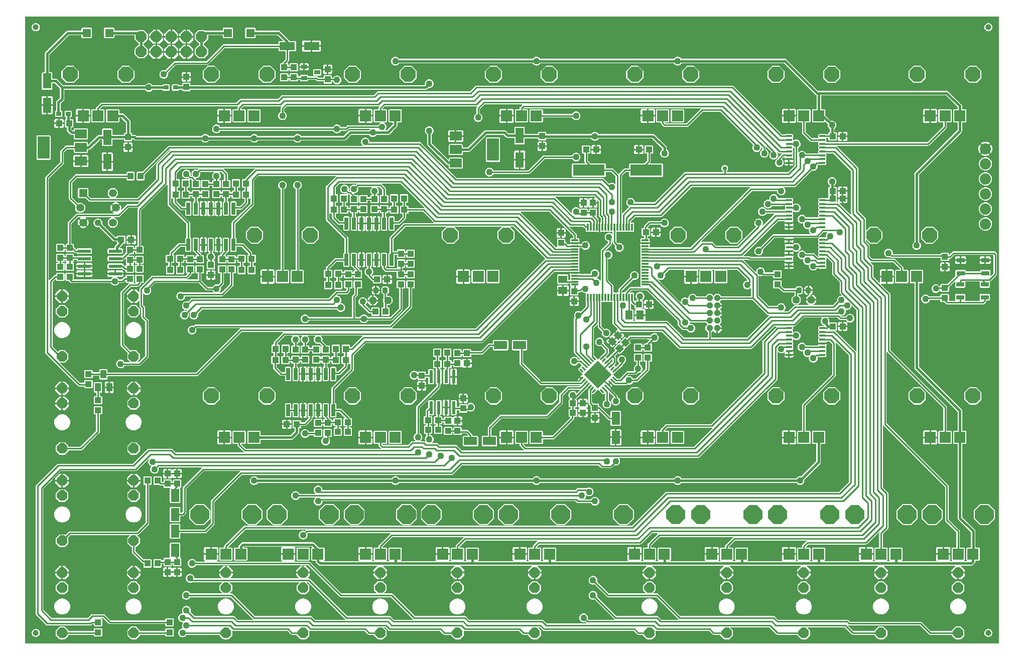
<source format=gbr>
%TF.GenerationSoftware,KiCad,Pcbnew,(6.0.11-0)*%
%TF.CreationDate,2023-03-07T13:47:17+01:00*%
%TF.ProjectId,elements,656c656d-656e-4747-932e-6b696361645f,rev?*%
%TF.SameCoordinates,Original*%
%TF.FileFunction,Copper,L1,Top*%
%TF.FilePolarity,Positive*%
%FSLAX46Y46*%
G04 Gerber Fmt 4.6, Leading zero omitted, Abs format (unit mm)*
G04 Created by KiCad (PCBNEW (6.0.11-0)) date 2023-03-07 13:47:17*
%MOMM*%
%LPD*%
G01*
G04 APERTURE LIST*
G04 Aperture macros list*
%AMRoundRect*
0 Rectangle with rounded corners*
0 $1 Rounding radius*
0 $2 $3 $4 $5 $6 $7 $8 $9 X,Y pos of 4 corners*
0 Add a 4 corners polygon primitive as box body*
4,1,4,$2,$3,$4,$5,$6,$7,$8,$9,$2,$3,0*
0 Add four circle primitives for the rounded corners*
1,1,$1+$1,$2,$3*
1,1,$1+$1,$4,$5*
1,1,$1+$1,$6,$7*
1,1,$1+$1,$8,$9*
0 Add four rect primitives between the rounded corners*
20,1,$1+$1,$2,$3,$4,$5,0*
20,1,$1+$1,$4,$5,$6,$7,0*
20,1,$1+$1,$6,$7,$8,$9,0*
20,1,$1+$1,$8,$9,$2,$3,0*%
%AMRotRect*
0 Rectangle, with rotation*
0 The origin of the aperture is its center*
0 $1 length*
0 $2 width*
0 $3 Rotation angle, in degrees counterclockwise*
0 Add horizontal line*
21,1,$1,$2,0,0,$3*%
%AMOutline5P*
0 Free polygon, 5 corners , with rotation*
0 The origin of the aperture is its center*
0 number of corners: always 5*
0 $1 to $10 corner X, Y*
0 $11 Rotation angle, in degrees counterclockwise*
0 create outline with 5 corners*
4,1,5,$1,$2,$3,$4,$5,$6,$7,$8,$9,$10,$1,$2,$11*%
%AMOutline6P*
0 Free polygon, 6 corners , with rotation*
0 The origin of the aperture is its center*
0 number of corners: always 6*
0 $1 to $12 corner X, Y*
0 $13 Rotation angle, in degrees counterclockwise*
0 create outline with 6 corners*
4,1,6,$1,$2,$3,$4,$5,$6,$7,$8,$9,$10,$11,$12,$1,$2,$13*%
%AMOutline7P*
0 Free polygon, 7 corners , with rotation*
0 The origin of the aperture is its center*
0 number of corners: always 7*
0 $1 to $14 corner X, Y*
0 $15 Rotation angle, in degrees counterclockwise*
0 create outline with 7 corners*
4,1,7,$1,$2,$3,$4,$5,$6,$7,$8,$9,$10,$11,$12,$13,$14,$1,$2,$15*%
%AMOutline8P*
0 Free polygon, 8 corners , with rotation*
0 The origin of the aperture is its center*
0 number of corners: always 8*
0 $1 to $16 corner X, Y*
0 $17 Rotation angle, in degrees counterclockwise*
0 create outline with 8 corners*
4,1,8,$1,$2,$3,$4,$5,$6,$7,$8,$9,$10,$11,$12,$13,$14,$15,$16,$1,$2,$17*%
G04 Aperture macros list end*
%TA.AperFunction,SMDPad,CuDef*%
%ADD10RoundRect,0.062500X0.194454X0.282843X-0.282843X-0.194454X-0.194454X-0.282843X0.282843X0.194454X0*%
%TD*%
%TA.AperFunction,SMDPad,CuDef*%
%ADD11RoundRect,0.062500X-0.194454X0.282843X-0.282843X0.194454X0.194454X-0.282843X0.282843X-0.194454X0*%
%TD*%
%TA.AperFunction,SMDPad,CuDef*%
%ADD12RotRect,3.350000X3.350000X225.000000*%
%TD*%
%TA.AperFunction,SMDPad,CuDef*%
%ADD13R,0.600000X2.200000*%
%TD*%
%TA.AperFunction,SMDPad,CuDef*%
%ADD14R,2.200000X0.600000*%
%TD*%
%TA.AperFunction,SMDPad,CuDef*%
%ADD15R,1.400000X1.400000*%
%TD*%
%TA.AperFunction,SMDPad,CuDef*%
%ADD16R,1.000000X1.100000*%
%TD*%
%TA.AperFunction,SMDPad,CuDef*%
%ADD17R,0.660400X2.032000*%
%TD*%
%TA.AperFunction,SMDPad,CuDef*%
%ADD18R,1.100000X1.000000*%
%TD*%
%TA.AperFunction,ComponentPad*%
%ADD19Outline8P,-0.889000X0.368236X-0.368236X0.889000X0.368236X0.889000X0.889000X0.368236X0.889000X-0.368236X0.368236X-0.889000X-0.368236X-0.889000X-0.889000X-0.368236X180.000000*%
%TD*%
%TA.AperFunction,SMDPad,CuDef*%
%ADD20RoundRect,0.381000X0.000000X0.000000X0.000000X0.000000X0.000000X0.000000X0.000000X0.000000X0*%
%TD*%
%TA.AperFunction,SMDPad,CuDef*%
%ADD21RoundRect,0.500000X0.000000X0.000000X0.000000X0.000000X0.000000X0.000000X0.000000X0.000000X0*%
%TD*%
%TA.AperFunction,ComponentPad*%
%ADD22Outline8P,-0.609600X0.252505X-0.252505X0.609600X0.252505X0.609600X0.609600X0.252505X0.609600X-0.252505X0.252505X-0.609600X-0.252505X-0.609600X-0.609600X-0.252505X180.000000*%
%TD*%
%TA.AperFunction,ComponentPad*%
%ADD23R,1.879600X1.879600*%
%TD*%
%TA.AperFunction,ComponentPad*%
%ADD24Outline8P,-1.270000X0.526051X-0.526051X1.270000X0.526051X1.270000X1.270000X0.526051X1.270000X-0.526051X0.526051X-1.270000X-0.526051X-1.270000X-1.270000X-0.526051X90.000000*%
%TD*%
%TA.AperFunction,ComponentPad*%
%ADD25Outline8P,-1.587500X0.657564X-0.657564X1.587500X0.657564X1.587500X1.587500X0.657564X1.587500X-0.657564X0.657564X-1.587500X-0.657564X-1.587500X-1.587500X-0.657564X90.000000*%
%TD*%
%TA.AperFunction,ComponentPad*%
%ADD26Outline8P,-0.609600X0.252505X-0.252505X0.609600X0.252505X0.609600X0.609600X0.252505X0.609600X-0.252505X0.252505X-0.609600X-0.252505X-0.609600X-0.609600X-0.252505X0.000000*%
%TD*%
%TA.AperFunction,SMDPad,CuDef*%
%ADD27R,1.400000X2.200000*%
%TD*%
%TA.AperFunction,SMDPad,CuDef*%
%ADD28R,0.850000X0.700000*%
%TD*%
%TA.AperFunction,SMDPad,CuDef*%
%ADD29R,1.400000X2.600000*%
%TD*%
%TA.AperFunction,SMDPad,CuDef*%
%ADD30R,1.350000X0.800000*%
%TD*%
%TA.AperFunction,SMDPad,CuDef*%
%ADD31R,2.006600X1.498600*%
%TD*%
%TA.AperFunction,SMDPad,CuDef*%
%ADD32R,2.006600X3.810000*%
%TD*%
%TA.AperFunction,SMDPad,CuDef*%
%ADD33RotRect,1.100000X1.000000X135.000000*%
%TD*%
%TA.AperFunction,SMDPad,CuDef*%
%ADD34R,1.000000X1.400000*%
%TD*%
%TA.AperFunction,SMDPad,CuDef*%
%ADD35R,1.000000X0.350000*%
%TD*%
%TA.AperFunction,SMDPad,CuDef*%
%ADD36R,1.300000X1.500000*%
%TD*%
%TA.AperFunction,SMDPad,CuDef*%
%ADD37R,2.600000X1.400000*%
%TD*%
%TA.AperFunction,SMDPad,CuDef*%
%ADD38R,0.300000X1.200000*%
%TD*%
%TA.AperFunction,SMDPad,CuDef*%
%ADD39R,1.200000X0.300000*%
%TD*%
%TA.AperFunction,SMDPad,CuDef*%
%ADD40RoundRect,0.218750X-0.218750X-0.256250X0.218750X-0.256250X0.218750X0.256250X-0.218750X0.256250X0*%
%TD*%
%TA.AperFunction,ComponentPad*%
%ADD41C,1.350000*%
%TD*%
%TA.AperFunction,ComponentPad*%
%ADD42R,1.350000X1.350000*%
%TD*%
%TA.AperFunction,SMDPad,CuDef*%
%ADD43R,2.200000X1.400000*%
%TD*%
%TA.AperFunction,SMDPad,CuDef*%
%ADD44RoundRect,0.218750X0.218750X0.256250X-0.218750X0.256250X-0.218750X-0.256250X0.218750X-0.256250X0*%
%TD*%
%TA.AperFunction,SMDPad,CuDef*%
%ADD45R,1.500000X1.300000*%
%TD*%
%TA.AperFunction,SMDPad,CuDef*%
%ADD46R,5.334000X1.930400*%
%TD*%
%TA.AperFunction,SMDPad,CuDef*%
%ADD47R,1.000000X0.700000*%
%TD*%
%TA.AperFunction,ComponentPad*%
%ADD48C,1.879600*%
%TD*%
%TA.AperFunction,ComponentPad*%
%ADD49Outline8P,-0.939800X0.389278X-0.389278X0.939800X0.389278X0.939800X0.939800X0.389278X0.939800X-0.389278X0.389278X-0.939800X-0.389278X-0.939800X-0.939800X-0.389278X0.000000*%
%TD*%
%TA.AperFunction,ComponentPad*%
%ADD50Outline8P,-0.533400X0.220942X-0.220942X0.533400X0.220942X0.533400X0.533400X0.220942X0.533400X-0.220942X0.220942X-0.533400X-0.220942X-0.533400X-0.533400X-0.220942X270.000000*%
%TD*%
%TA.AperFunction,ViaPad*%
%ADD51C,1.108000*%
%TD*%
%TA.AperFunction,Conductor*%
%ADD52C,0.250000*%
%TD*%
%TA.AperFunction,Conductor*%
%ADD53C,0.254000*%
%TD*%
%TA.AperFunction,Conductor*%
%ADD54C,0.406400*%
%TD*%
G04 APERTURE END LIST*
D10*
%TO.P,U1,1,XTI/MCLK*%
%TO.N,/elements_2/I2S_MCK*%
X165793072Y-111828249D03*
%TO.P,U1,2,XTO*%
%TO.N,unconnected-(U1-Pad2)*%
X165439518Y-111474695D03*
%TO.P,U1,3,DCVDD*%
%TO.N,+3V3*%
X165085965Y-111121142D03*
%TO.P,U1,4,DGND*%
%TO.N,GND*%
X164732412Y-110767588D03*
%TO.P,U1,5,DBVDD*%
%TO.N,+3V3*%
X164378858Y-110414035D03*
%TO.P,U1,6,CLKOUT*%
%TO.N,unconnected-(U1-Pad6)*%
X164025305Y-110060482D03*
%TO.P,U1,7,BCLK*%
%TO.N,/elements_2/I2S_SCK*%
X163671751Y-109706928D03*
D11*
%TO.P,U1,8,DACDAT*%
%TO.N,/elements_2/I2S_SOUT*%
X162328249Y-109706928D03*
%TO.P,U1,9,DACLRC*%
%TO.N,/elements_2/I2S_LRCK*%
X161974695Y-110060482D03*
%TO.P,U1,10,ADCDAT*%
%TO.N,/elements_2/I2S_SIN*%
X161621142Y-110414035D03*
%TO.P,U1,11,ADCLRC*%
%TO.N,/elements_2/I2S_LRCK*%
X161267588Y-110767588D03*
%TO.P,U1,12,HPVDD*%
%TO.N,+3V3_A*%
X160914035Y-111121142D03*
%TO.P,U1,13,LHPOUT*%
%TO.N,unconnected-(U1-Pad13)*%
X160560482Y-111474695D03*
%TO.P,U1,14,RHPOUT*%
%TO.N,unconnected-(U1-Pad14)*%
X160206928Y-111828249D03*
D10*
%TO.P,U1,15,HPGND*%
%TO.N,GND*%
X160206928Y-113171751D03*
%TO.P,U1,16,LOUT*%
%TO.N,LOUT*%
X160560482Y-113525305D03*
%TO.P,U1,17,ROUT*%
%TO.N,ROUT*%
X160914035Y-113878858D03*
%TO.P,U1,18,AVDD*%
%TO.N,+3V3_A*%
X161267588Y-114232412D03*
%TO.P,U1,19,AGND*%
%TO.N,GND*%
X161621142Y-114585965D03*
%TO.P,U1,20,VMID*%
%TO.N,Net-(C47-Pad1)*%
X161974695Y-114939518D03*
%TO.P,U1,21,MICBIAS*%
%TO.N,unconnected-(U1-Pad21)*%
X162328249Y-115293072D03*
D11*
%TO.P,U1,22,MICIN*%
%TO.N,unconnected-(U1-Pad22)*%
X163671751Y-115293072D03*
%TO.P,U1,23,RLINEIN*%
%TO.N,RIN*%
X164025305Y-114939518D03*
%TO.P,U1,24,LLINEIN*%
%TO.N,LIN*%
X164378858Y-114585965D03*
%TO.P,U1,25,MODE*%
%TO.N,GND*%
X164732412Y-114232412D03*
%TO.P,U1,26,~{CSB}*%
X165085965Y-113878858D03*
%TO.P,U1,27,SDIN*%
%TO.N,/elements_2/I2C_SDA*%
X165439518Y-113525305D03*
%TO.P,U1,28,SCLK*%
%TO.N,/elements_2/I2C_SCL*%
X165793072Y-113171751D03*
D12*
%TO.P,U1,29,AGND*%
%TO.N,GND*%
X163000000Y-112500000D03*
%TD*%
D13*
%TO.P,IC14,1,OUT*%
%TO.N,Net-(C49-Pad2)*%
X134848600Y-118081100D03*
%TO.P,IC14,2,-IN*%
%TO.N,Net-(C49-Pad1)*%
X136118600Y-118081100D03*
%TO.P,IC14,3,+IN*%
%TO.N,GND*%
X137388600Y-118081100D03*
%TO.P,IC14,4,V-*%
%TO.N,VEE*%
X138658600Y-118081100D03*
%TO.P,IC14,5,+IN*%
%TO.N,GND*%
X138658600Y-112881100D03*
%TO.P,IC14,6,-IN*%
%TO.N,Net-(C43-Pad1)*%
X137388600Y-112881100D03*
%TO.P,IC14,7,OUT*%
%TO.N,Net-(C43-Pad2)*%
X136118600Y-112881100D03*
%TO.P,IC14,8,V+*%
%TO.N,VCC*%
X134848600Y-112881100D03*
%TD*%
D14*
%TO.P,IC9,1,OUT*%
%TO.N,ADC_V_OCT*%
X76368600Y-91668600D03*
%TO.P,IC9,2,-IN*%
%TO.N,Net-(C24-Pad1)*%
X76368600Y-92938600D03*
%TO.P,IC9,3,+IN*%
%TO.N,GND*%
X76368600Y-94208600D03*
%TO.P,IC9,4,V-*%
X76368600Y-95478600D03*
%TO.P,IC9,5,+IN*%
X81568600Y-95478600D03*
%TO.P,IC9,6,-IN*%
%TO.N,Net-(C25-Pad1)*%
X81568600Y-94208600D03*
%TO.P,IC9,7,OUT*%
%TO.N,ADC_FM*%
X81568600Y-92938600D03*
%TO.P,IC9,8,V+*%
%TO.N,+3V3_A*%
X81568600Y-91668600D03*
%TD*%
D15*
%TO.P,D2,A,A*%
%TO.N,VEE*%
X104363600Y-54838600D03*
%TO.P,D2,C,C*%
%TO.N,Net-(D2-PadC)*%
X100563600Y-54838600D03*
%TD*%
%TO.P,D1,A,A*%
%TO.N,Net-(D1-PadA)*%
X80551100Y-54838600D03*
%TO.P,D1,C,C*%
%TO.N,VCC*%
X76751100Y-54838600D03*
%TD*%
D16*
%TO.P,C33,1,1*%
%TO.N,+3V3*%
X158978600Y-98438600D03*
%TO.P,C33,2,2*%
%TO.N,GND*%
X158978600Y-100138600D03*
%TD*%
D17*
%TO.P,IC7,1,OUT*%
%TO.N,ADC_STRIKE_SHAPE*%
X120561100Y-93154500D03*
%TO.P,IC7,2,-IN*%
%TO.N,Net-(C30-Pad1)*%
X121831100Y-93154500D03*
%TO.P,IC7,3,+IN*%
%TO.N,GND*%
X123101100Y-93154500D03*
%TO.P,IC7,4,V+*%
%TO.N,+3V3_A*%
X124371100Y-93154500D03*
%TO.P,IC7,5,+IN*%
%TO.N,GND*%
X125641100Y-93154500D03*
%TO.P,IC7,6,-IN*%
%TO.N,Net-(C28-Pad1)*%
X126911100Y-93154500D03*
%TO.P,IC7,7,OUT*%
%TO.N,ADC_GEOMETRY*%
X128181100Y-93154500D03*
%TO.P,IC7,8,OUT*%
%TO.N,ADC_DAMPING*%
X128181100Y-87007700D03*
%TO.P,IC7,9,-IN*%
%TO.N,Net-(C20-Pad1)*%
X126911100Y-87007700D03*
%TO.P,IC7,10,+IN*%
%TO.N,GND*%
X125641100Y-87007700D03*
%TO.P,IC7,11,V-*%
X124371100Y-87007700D03*
%TO.P,IC7,12,+IN*%
X123101100Y-87007700D03*
%TO.P,IC7,13,-IN*%
%TO.N,Net-(C19-Pad1)*%
X121831100Y-87007700D03*
%TO.P,IC7,14,OUT*%
%TO.N,ADC_STRIKE_TIMBRE*%
X120561100Y-87007700D03*
%TD*%
D18*
%TO.P,C4,1,1*%
%TO.N,Net-(C4-Pad1)*%
X73786100Y-70078600D03*
%TO.P,C4,2,2*%
%TO.N,GND*%
X72086100Y-70078600D03*
%TD*%
%TO.P,C34,1,1*%
%TO.N,+3V3*%
X169876200Y-100685600D03*
%TO.P,C34,2,2*%
%TO.N,GND*%
X171576200Y-100685600D03*
%TD*%
D19*
%TO.P,J16,P1,1*%
%TO.N,GND*%
X197713600Y-145961100D03*
%TO.P,J16,P2,2*%
%TO.N,unconnected-(J16-PadP2)*%
X197713600Y-148501100D03*
%TO.P,J16,P3,3*%
%TO.N,Net-(J16-PadP3)*%
X197713600Y-156121100D03*
%TD*%
D18*
%TO.P,C41,1,1*%
%TO.N,Net-(C41-Pad1)*%
X110298600Y-110083600D03*
%TO.P,C41,2,2*%
%TO.N,ADC_POSITION*%
X108598600Y-110083600D03*
%TD*%
D19*
%TO.P,J2,P1,1*%
%TO.N,GND*%
X84683600Y-99288600D03*
%TO.P,J2,P2,2*%
%TO.N,unconnected-(J2-PadP2)*%
X84683600Y-101828600D03*
%TO.P,J2,P3,3*%
%TO.N,Net-(J2-PadP3)*%
X84683600Y-109448600D03*
%TD*%
D18*
%TO.P,C20,1,1*%
%TO.N,Net-(C20-Pad1)*%
X128601100Y-84683600D03*
%TO.P,C20,2,2*%
%TO.N,ADC_DAMPING*%
X130301100Y-84683600D03*
%TD*%
D20*
%TO.P,TP1,P$1,1*%
%TO.N,ADC_POTS*%
X184378600Y-77698600D03*
%TD*%
D18*
%TO.P,C50,1,1*%
%TO.N,Net-(C50-Pad1)*%
X119076100Y-120561100D03*
%TO.P,C50,2,2*%
%TO.N,ADC_SPACE*%
X120776100Y-120561100D03*
%TD*%
D19*
%TO.P,J3,P1,1*%
%TO.N,GND*%
X72618600Y-114846100D03*
%TO.P,J3,P2,2*%
X72618600Y-117386100D03*
%TO.P,J3,P3,3*%
%TO.N,Net-(J3-PadP3)*%
X72618600Y-125006100D03*
%TD*%
D18*
%TO.P,C43,1,1*%
%TO.N,Net-(C43-Pad1)*%
X137603600Y-110718600D03*
%TO.P,C43,2,2*%
%TO.N,Net-(C43-Pad2)*%
X135903600Y-110718600D03*
%TD*%
D19*
%TO.P,J5,P1,1*%
%TO.N,GND*%
X72618600Y-130403600D03*
%TO.P,J5,P2,2*%
%TO.N,unconnected-(J5-PadP2)*%
X72618600Y-132943600D03*
%TO.P,J5,P3,3*%
%TO.N,Net-(J5-PadP3)*%
X72618600Y-140563600D03*
%TD*%
D18*
%TO.P,R56,1,1*%
%TO.N,Net-(C42-Pad1)*%
X115481100Y-109981100D03*
%TO.P,R56,2,2*%
%TO.N,AREF_-10*%
X115481100Y-108281100D03*
%TD*%
D16*
%TO.P,R10,1,1*%
%TO.N,LED_GATE*%
X85850000Y-79000000D03*
%TO.P,R10,2,2*%
%TO.N,Net-(R10-Pad2)*%
X84150000Y-79000000D03*
%TD*%
%TO.P,R11,1,1*%
%TO.N,ADC_BOW_TIMBRE*%
X91771100Y-80238600D03*
%TO.P,R11,2,2*%
%TO.N,Net-(C14-Pad1)*%
X93471100Y-80238600D03*
%TD*%
%TO.P,C54,1,1*%
%TO.N,Net-(C54-Pad1)*%
X90398600Y-130936100D03*
%TO.P,C54,2,2*%
%TO.N,GND*%
X90398600Y-129236100D03*
%TD*%
D19*
%TO.P,J13,P1,1*%
%TO.N,GND*%
X152311100Y-145961100D03*
%TO.P,J13,P2,2*%
%TO.N,unconnected-(J13-PadP2)*%
X152311100Y-148501100D03*
%TO.P,J13,P3,3*%
%TO.N,Net-(J13-PadP3)*%
X152311100Y-156121100D03*
%TD*%
D18*
%TO.P,R28,1,1*%
%TO.N,ADC_FM*%
X85636100Y-91453600D03*
%TO.P,R28,2,2*%
%TO.N,Net-(C25-Pad1)*%
X85636100Y-93153600D03*
%TD*%
D21*
%TO.P,F2,1*%
%TO.N,N/C*%
X228828600Y-53886100D03*
%TD*%
D16*
%TO.P,R46,1,1*%
%TO.N,ADC_STRIKE_SHAPE*%
X117488600Y-97383600D03*
%TO.P,R46,2,2*%
%TO.N,Net-(C30-Pad1)*%
X119188600Y-97383600D03*
%TD*%
D22*
%TO.P,LED1,A,A*%
%TO.N,Net-(LED1-PadA)*%
X127546100Y-100000000D03*
%TO.P,LED1,K,C*%
%TO.N,GND*%
X125006100Y-100000000D03*
%TD*%
D23*
%TO.P,R63,P$1,E*%
%TO.N,+3V3_A*%
X152588600Y-123116100D03*
%TO.P,R63,P$2,S*%
%TO.N,Net-(IC11-Pad2)*%
X150088600Y-123116100D03*
%TO.P,R63,P$3,A*%
%TO.N,GND*%
X147588600Y-123116100D03*
D24*
%TO.P,R63,P$4*%
%TO.N,N/C*%
X154788600Y-116116100D03*
%TO.P,R63,P$5*%
X145388600Y-116116100D03*
%TD*%
D16*
%TO.P,C25,1,1*%
%TO.N,Net-(C25-Pad1)*%
X84048600Y-93153600D03*
%TO.P,C25,2,2*%
%TO.N,ADC_FM*%
X84048600Y-91453600D03*
%TD*%
D23*
%TO.P,R76,P$1,E*%
%TO.N,+3V3_A*%
X102741100Y-142818600D03*
%TO.P,R76,P$2,S*%
%TO.N,Net-(IC11-Pad14)*%
X100241100Y-142818600D03*
%TO.P,R76,P$3,A*%
%TO.N,GND*%
X97741100Y-142818600D03*
D25*
%TO.P,R76,P$4*%
%TO.N,N/C*%
X104641100Y-136118600D03*
%TO.P,R76,P$5*%
X95841100Y-136118600D03*
%TD*%
D26*
%TO.P,LED2,A,A*%
%TO.N,Net-(LED2-PadA)*%
X196430000Y-99900000D03*
%TO.P,LED2,K,C*%
%TO.N,GND*%
X198970000Y-99900000D03*
%TD*%
D27*
%TO.P,C56,+,+*%
%TO.N,LIN*%
X91668600Y-138963600D03*
%TO.P,C56,-,-*%
%TO.N,Net-(C56-Pad-)*%
X91668600Y-142163600D03*
%TD*%
D23*
%TO.P,R66,P$1,E*%
%TO.N,+3V3_A*%
X224026100Y-123116100D03*
%TO.P,R66,P$2,S*%
%TO.N,Net-(IC3-Pad12)*%
X221526100Y-123116100D03*
%TO.P,R66,P$3,A*%
%TO.N,GND*%
X219026100Y-123116100D03*
D24*
%TO.P,R66,P$4*%
%TO.N,N/C*%
X226226100Y-116116100D03*
%TO.P,R66,P$5*%
X216826100Y-116116100D03*
%TD*%
D18*
%TO.P,R2,1,1*%
%TO.N,VEE*%
X111671100Y-60656100D03*
%TO.P,R2,2,2*%
%TO.N,AREF_-10*%
X111671100Y-62356100D03*
%TD*%
D16*
%TO.P,R51,1,1*%
%TO.N,Net-(C43-Pad2)*%
X135903600Y-108813600D03*
%TO.P,R51,2,2*%
%TO.N,Net-(C43-Pad1)*%
X137603600Y-108813600D03*
%TD*%
D18*
%TO.P,R44,1,1*%
%TO.N,Net-(IC10-Pad44)*%
X193268600Y-95581100D03*
%TO.P,R44,2,2*%
%TO.N,Net-(LED2-PadA)*%
X193268600Y-97281100D03*
%TD*%
D23*
%TO.P,R78,P$1,E*%
%TO.N,+3V3_A*%
X128776100Y-142818600D03*
%TO.P,R78,P$2,S*%
%TO.N,Net-(IC8-Pad12)*%
X126276100Y-142818600D03*
%TO.P,R78,P$3,A*%
%TO.N,GND*%
X123776100Y-142818600D03*
D25*
%TO.P,R78,P$4*%
%TO.N,N/C*%
X130676100Y-136118600D03*
%TO.P,R78,P$5*%
X121876100Y-136118600D03*
%TD*%
D16*
%TO.P,C24,1,1*%
%TO.N,Net-(C24-Pad1)*%
X73888600Y-92836100D03*
%TO.P,C24,2,2*%
%TO.N,ADC_V_OCT*%
X73888600Y-91136100D03*
%TD*%
D18*
%TO.P,R69,1,1*%
%TO.N,GND*%
X139293600Y-120346100D03*
%TO.P,R69,2,2*%
%TO.N,Net-(C53-Pad-)*%
X139293600Y-122046100D03*
%TD*%
D28*
%TO.P,L1,1,1*%
%TO.N,VCC*%
X90133600Y-64046100D03*
%TO.P,L1,2,2*%
%TO.N,Net-(C5-Pad1)*%
X91733600Y-64046100D03*
%TD*%
D18*
%TO.P,C12,1,1*%
%TO.N,GND*%
X169876100Y-74523600D03*
%TO.P,C12,2,2*%
%TO.N,Net-(C12-Pad2)*%
X171576100Y-74523600D03*
%TD*%
%TO.P,R60,1,1*%
%TO.N,GATE*%
X77063600Y-112408600D03*
%TO.P,R60,2,2*%
%TO.N,+3V3_A*%
X77063600Y-114108600D03*
%TD*%
%TO.P,R87,1,1*%
%TO.N,GND*%
X91986100Y-145858600D03*
%TO.P,R87,2,2*%
%TO.N,Net-(C56-Pad-)*%
X91986100Y-144158600D03*
%TD*%
D23*
%TO.P,R77,P$1,E*%
%TO.N,+3V3_A*%
X115758600Y-142818600D03*
%TO.P,R77,P$2,S*%
%TO.N,Net-(IC11-Pad15)*%
X113258600Y-142818600D03*
%TO.P,R77,P$3,A*%
%TO.N,GND*%
X110758600Y-142818600D03*
D25*
%TO.P,R77,P$4*%
%TO.N,N/C*%
X117658600Y-136118600D03*
%TO.P,R77,P$5*%
X108858600Y-136118600D03*
%TD*%
D29*
%TO.P,C9,+,+*%
%TO.N,+3V3*%
X149771100Y-72156100D03*
%TO.P,C9,-,-*%
%TO.N,GND*%
X149771100Y-76256100D03*
%TD*%
D18*
%TO.P,C32,1,1*%
%TO.N,+3V3_A*%
X125743600Y-96431100D03*
%TO.P,C32,2,2*%
%TO.N,GND*%
X127443600Y-96431100D03*
%TD*%
D23*
%TO.P,R64,P$1,E*%
%TO.N,+3V3_A*%
X176401100Y-123116100D03*
%TO.P,R64,P$2,S*%
%TO.N,Net-(IC11-Pad1)*%
X173901100Y-123116100D03*
%TO.P,R64,P$3,A*%
%TO.N,GND*%
X171401100Y-123116100D03*
D24*
%TO.P,R64,P$4*%
%TO.N,N/C*%
X178601100Y-116116100D03*
%TO.P,R64,P$5*%
X169201100Y-116116100D03*
%TD*%
D16*
%TO.P,C7,1,1*%
%TO.N,+3V3*%
X153581100Y-72244800D03*
%TO.P,C7,2,2*%
%TO.N,GND*%
X153581100Y-73944800D03*
%TD*%
D18*
%TO.P,C13,1,1*%
%TO.N,+3V3_A*%
X202578600Y-81508600D03*
%TO.P,C13,2,2*%
%TO.N,GND*%
X204278600Y-81508600D03*
%TD*%
%TO.P,R88,1,1*%
%TO.N,Net-(J7-PadP3)*%
X78651100Y-156018600D03*
%TO.P,R88,2,2*%
%TO.N,Net-(C43-Pad2)*%
X78651100Y-154318600D03*
%TD*%
%TO.P,R16,1,1*%
%TO.N,Net-(C15-Pad1)*%
X100241100Y-82041100D03*
%TO.P,R16,2,2*%
%TO.N,Net-(J10-PadP3)*%
X100241100Y-80341100D03*
%TD*%
D23*
%TO.P,R5,P$1,E*%
%TO.N,+3V3_A*%
X128776100Y-68823600D03*
%TO.P,R5,P$2,S*%
%TO.N,Net-(IC3-Pad5)*%
X126276100Y-68823600D03*
%TO.P,R5,P$3,A*%
%TO.N,GND*%
X123776100Y-68823600D03*
D24*
%TO.P,R5,P$4*%
%TO.N,N/C*%
X130976100Y-61823600D03*
%TO.P,R5,P$5*%
X121576100Y-61823600D03*
%TD*%
D18*
%TO.P,R53,1,1*%
%TO.N,/elements_2/I2C_SDA*%
X171361100Y-109663600D03*
%TO.P,R53,2,2*%
%TO.N,+3V3*%
X171361100Y-107963600D03*
%TD*%
%TO.P,R40,1,1*%
%TO.N,Net-(C30-Pad1)*%
X120878600Y-95581100D03*
%TO.P,R40,2,2*%
%TO.N,Net-(J12-PadP3)*%
X120878600Y-97281100D03*
%TD*%
D19*
%TO.P,J12,P1,1*%
%TO.N,GND*%
X139293600Y-145961100D03*
%TO.P,J12,P2,2*%
%TO.N,unconnected-(J12-PadP2)*%
X139293600Y-148501100D03*
%TO.P,J12,P3,3*%
%TO.N,Net-(J12-PadP3)*%
X139293600Y-156121100D03*
%TD*%
D30*
%TO.P,SW2,A,P*%
%TO.N,GND*%
X228298200Y-93188500D03*
%TO.P,SW2,A',P1*%
X224148200Y-93188500D03*
%TO.P,SW2,B,S*%
%TO.N,/elements_2/RESET*%
X228298200Y-95388500D03*
%TO.P,SW2,B',S1*%
X224148200Y-95388500D03*
%TD*%
D18*
%TO.P,R27,1,1*%
%TO.N,ADC_V_OCT*%
X72301100Y-91136100D03*
%TO.P,R27,2,2*%
%TO.N,Net-(C24-Pad1)*%
X72301100Y-92836100D03*
%TD*%
D16*
%TO.P,R73,1,1*%
%TO.N,ADC_SPACE*%
X120776100Y-122148600D03*
%TO.P,R73,2,2*%
%TO.N,Net-(C50-Pad1)*%
X119076100Y-122148600D03*
%TD*%
D19*
%TO.P,J18,P1,1*%
%TO.N,GND*%
X223748600Y-145961100D03*
%TO.P,J18,P2,2*%
%TO.N,unconnected-(J18-PadP2)*%
X223748600Y-148501100D03*
%TO.P,J18,P3,3*%
%TO.N,Net-(J18-PadP3)*%
X223748600Y-156121100D03*
%TD*%
D18*
%TO.P,R70,1,1*%
%TO.N,Net-(C50-Pad1)*%
X115798600Y-120663600D03*
%TO.P,R70,2,2*%
%TO.N,AREF_-10*%
X115798600Y-122363600D03*
%TD*%
D19*
%TO.P,J8,P1,1*%
%TO.N,GND*%
X84683600Y-145961100D03*
%TO.P,J8,P2,2*%
%TO.N,unconnected-(J8-PadP2)*%
X84683600Y-148501100D03*
%TO.P,J8,P3,3*%
%TO.N,Net-(J8-PadP3)*%
X84683600Y-156121100D03*
%TD*%
D21*
%TO.P,F4,1*%
%TO.N,N/C*%
X228828600Y-156121100D03*
%TD*%
D18*
%TO.P,R54,1,1*%
%TO.N,Net-(C41-Pad1)*%
X111988600Y-109981100D03*
%TO.P,R54,2,2*%
%TO.N,Net-(J16-PadP3)*%
X111988600Y-108281100D03*
%TD*%
%TO.P,R52,1,1*%
%TO.N,/elements_2/I2C_SCL*%
X169773600Y-109663600D03*
%TO.P,R52,2,2*%
%TO.N,+3V3*%
X169773600Y-107963600D03*
%TD*%
%TO.P,C27,1,1*%
%TO.N,Net-(C27-Pad1)*%
X102883600Y-92938600D03*
%TO.P,C27,2,2*%
%TO.N,ADC_BLOW_TIMBRE*%
X104583600Y-92938600D03*
%TD*%
%TO.P,C15,1,1*%
%TO.N,Net-(C15-Pad1)*%
X101931100Y-82143600D03*
%TO.P,C15,2,2*%
%TO.N,ADC_BLOW_SHAPE*%
X103631100Y-82143600D03*
%TD*%
%TO.P,R50,1,1*%
%TO.N,GND*%
X221500000Y-94350000D03*
%TO.P,R50,2,2*%
%TO.N,/elements_2/BOOT_FLASH*%
X221500000Y-92650000D03*
%TD*%
D16*
%TO.P,C45,1,1*%
%TO.N,GND*%
X140246100Y-116536100D03*
%TO.P,C45,2,2*%
%TO.N,VEE*%
X140246100Y-118236100D03*
%TD*%
D18*
%TO.P,R68,1,1*%
%TO.N,Net-(C49-Pad1)*%
X137706100Y-120346100D03*
%TO.P,R68,2,2*%
%TO.N,Net-(C53-Pad-)*%
X137706100Y-122046100D03*
%TD*%
D31*
%TO.P,IC2,1,GND*%
%TO.N,GND*%
X75768200Y-76466700D03*
%TO.P,IC2,2,VOUT*%
%TO.N,+3V3_A*%
X75768200Y-74180700D03*
%TO.P,IC2,3,VIN*%
%TO.N,Net-(C4-Pad1)*%
X75768200Y-71894700D03*
D32*
%TO.P,IC2,4*%
%TO.N,N/C*%
X69469000Y-74206100D03*
%TD*%
D21*
%TO.P,F1,1*%
%TO.N,N/C*%
X68173600Y-53886100D03*
%TD*%
D23*
%TO.P,R65,P$1,E*%
%TO.N,+3V3_A*%
X200213600Y-123116100D03*
%TO.P,R65,P$2,S*%
%TO.N,Net-(IC11-Pad13)*%
X197713600Y-123116100D03*
%TO.P,R65,P$3,A*%
%TO.N,GND*%
X195213600Y-123116100D03*
D24*
%TO.P,R65,P$4*%
%TO.N,N/C*%
X202413600Y-116116100D03*
%TO.P,R65,P$5*%
X193013600Y-116116100D03*
%TD*%
D27*
%TO.P,C52,+,+*%
%TO.N,Net-(C47-Pad1)*%
X166000000Y-119900000D03*
%TO.P,C52,-,-*%
%TO.N,GND*%
X166000000Y-123100000D03*
%TD*%
D16*
%TO.P,R49,1,1*%
%TO.N,ADC_BRIGHTNESS*%
X120458600Y-108178600D03*
%TO.P,R49,2,2*%
%TO.N,Net-(C42-Pad1)*%
X118758600Y-108178600D03*
%TD*%
%TO.P,C17,1,1*%
%TO.N,+3V3_A*%
X160566100Y-85216000D03*
%TO.P,C17,2,2*%
%TO.N,GND*%
X160566100Y-83516000D03*
%TD*%
D18*
%TO.P,R57,1,1*%
%TO.N,Net-(C42-Pad1)*%
X117068600Y-109981100D03*
%TO.P,R57,2,2*%
%TO.N,Net-(J17-PadP3)*%
X117068600Y-108281100D03*
%TD*%
D30*
%TO.P,SW3,A,P*%
%TO.N,/elements_2/BOOT_FLASH*%
X228223200Y-97259600D03*
%TO.P,SW3,A',P1*%
X224073200Y-97259600D03*
%TO.P,SW3,B,S*%
%TO.N,+3V3*%
X228223200Y-99459600D03*
%TO.P,SW3,B',S1*%
X224073200Y-99459600D03*
%TD*%
D18*
%TO.P,C21,1,1*%
%TO.N,+3V3*%
X171082600Y-88493600D03*
%TO.P,C21,2,2*%
%TO.N,GND*%
X172782600Y-88493600D03*
%TD*%
D19*
%TO.P,J1,P1,1*%
%TO.N,GND*%
X72618600Y-99288600D03*
%TO.P,J1,P2,2*%
%TO.N,unconnected-(J1-PadP2)*%
X72618600Y-101828600D03*
%TO.P,J1,P3,3*%
%TO.N,Net-(J1-PadP3)*%
X72618600Y-109448600D03*
%TD*%
D16*
%TO.P,C29,1,1*%
%TO.N,+3V3_A*%
X97701100Y-93993600D03*
%TO.P,C29,2,2*%
%TO.N,GND*%
X97701100Y-95693600D03*
%TD*%
D18*
%TO.P,C42,1,1*%
%TO.N,Net-(C42-Pad1)*%
X118758600Y-110083600D03*
%TO.P,C42,2,2*%
%TO.N,ADC_BRIGHTNESS*%
X120458600Y-110083600D03*
%TD*%
%TO.P,R30,1,1*%
%TO.N,Net-(C26-Pad1)*%
X94208600Y-93041100D03*
%TO.P,R30,2,2*%
%TO.N,Net-(J4-PadP3)*%
X94208600Y-94741100D03*
%TD*%
%TO.P,R38,1,1*%
%TO.N,Net-(C25-Pad1)*%
X84048600Y-94628600D03*
%TO.P,R38,2,2*%
%TO.N,AREF_-10*%
X84048600Y-96328600D03*
%TD*%
D19*
%TO.P,J15,P1,1*%
%TO.N,GND*%
X184696100Y-145961100D03*
%TO.P,J15,P2,2*%
%TO.N,unconnected-(J15-PadP2)*%
X184696100Y-148501100D03*
%TO.P,J15,P3,3*%
%TO.N,Net-(J15-PadP3)*%
X184696100Y-156121100D03*
%TD*%
D16*
%TO.P,C5,1,1*%
%TO.N,Net-(C5-Pad1)*%
X93573600Y-63943600D03*
%TO.P,C5,2,2*%
%TO.N,GND*%
X93573600Y-62243600D03*
%TD*%
D23*
%TO.P,R81,P$1,E*%
%TO.N,+3V3_A*%
X174178600Y-142818600D03*
%TO.P,R81,P$2,S*%
%TO.N,Net-(IC8-Pad15)*%
X171678600Y-142818600D03*
%TO.P,R81,P$3,A*%
%TO.N,GND*%
X169178600Y-142818600D03*
D25*
%TO.P,R81,P$4*%
%TO.N,N/C*%
X176078600Y-136118600D03*
%TO.P,R81,P$5*%
X167278600Y-136118600D03*
%TD*%
D23*
%TO.P,R61,P$1,E*%
%TO.N,+3V3_A*%
X104963600Y-123116100D03*
%TO.P,R61,P$2,S*%
%TO.N,Net-(IC11-Pad5)*%
X102463600Y-123116100D03*
%TO.P,R61,P$3,A*%
%TO.N,GND*%
X99963600Y-123116100D03*
D24*
%TO.P,R61,P$4*%
%TO.N,N/C*%
X107163600Y-116116100D03*
%TO.P,R61,P$5*%
X97763600Y-116116100D03*
%TD*%
D33*
%TO.P,C39,1,1*%
%TO.N,+3V3*%
X166601041Y-108101041D03*
%TO.P,C39,2,2*%
%TO.N,GND*%
X165398959Y-106898959D03*
%TD*%
D34*
%TO.P,Q2,B,B*%
%TO.N,Net-(Q2-PadB)*%
X78653600Y-114676100D03*
%TO.P,Q2,C,C*%
%TO.N,GATE*%
X79603600Y-112476100D03*
%TO.P,Q2,E,E*%
%TO.N,GND*%
X80553600Y-114676100D03*
%TD*%
D19*
%TO.P,J9,P1,1*%
%TO.N,GND*%
X100241100Y-145961100D03*
%TO.P,J9,P2,2*%
%TO.N,unconnected-(J9-PadP2)*%
X100241100Y-148501100D03*
%TO.P,J9,P3,3*%
%TO.N,Net-(J9-PadP3)*%
X100241100Y-156121100D03*
%TD*%
D23*
%TO.P,R25,P$1,E*%
%TO.N,+3V3_A*%
X112266100Y-95969900D03*
%TO.P,R25,P$2,S*%
%TO.N,Net-(IC3-Pad4)*%
X109766100Y-95969900D03*
%TO.P,R25,P$3,A*%
%TO.N,GND*%
X107266100Y-95969900D03*
D24*
%TO.P,R25,P$4*%
%TO.N,N/C*%
X114466100Y-88969900D03*
%TO.P,R25,P$5*%
X105066100Y-88969900D03*
%TD*%
D35*
%TO.P,IC3,1,X4*%
%TO.N,Net-(IC3-Pad1)*%
X195206100Y-72256100D03*
%TO.P,IC3,2,X6*%
%TO.N,Net-(IC3-Pad2)*%
X195206100Y-72906100D03*
%TO.P,IC3,3,X*%
%TO.N,ADC_POTS*%
X195206100Y-73556100D03*
%TO.P,IC3,4,X7*%
%TO.N,Net-(IC3-Pad4)*%
X195206100Y-74206100D03*
%TO.P,IC3,5,X5*%
%TO.N,Net-(IC3-Pad5)*%
X195206100Y-74856100D03*
%TO.P,IC3,6,INH*%
%TO.N,ADC_BANK_3*%
X195206100Y-75506100D03*
%TO.P,IC3,7,VEE*%
%TO.N,GND*%
X195206100Y-76156100D03*
%TO.P,IC3,8,GND*%
X195206100Y-76806100D03*
%TO.P,IC3,9,C*%
%TO.N,ADC_ADDR_2*%
X200856100Y-76806100D03*
%TO.P,IC3,10,B*%
%TO.N,ADC_ADDR_1*%
X200856100Y-76156100D03*
%TO.P,IC3,11,A*%
%TO.N,ADC_ADDR_0*%
X200856100Y-75506100D03*
%TO.P,IC3,12,X3*%
%TO.N,Net-(IC3-Pad12)*%
X200856100Y-74856100D03*
%TO.P,IC3,13,X0*%
%TO.N,Net-(IC3-Pad13)*%
X200856100Y-74206100D03*
%TO.P,IC3,14,X1*%
%TO.N,Net-(IC3-Pad14)*%
X200856100Y-73556100D03*
%TO.P,IC3,15,X2*%
%TO.N,Net-(IC3-Pad15)*%
X200856100Y-72906100D03*
%TO.P,IC3,16,VCC*%
%TO.N,+3V3_A*%
X200856100Y-72256100D03*
%TD*%
%TO.P,IC5,1,X4*%
%TO.N,Net-(IC5-Pad1)*%
X195206100Y-83051100D03*
%TO.P,IC5,2,X6*%
%TO.N,Net-(IC5-Pad2)*%
X195206100Y-83701100D03*
%TO.P,IC5,3,X*%
%TO.N,ADC_POTS*%
X195206100Y-84351100D03*
%TO.P,IC5,4,X7*%
%TO.N,Net-(IC5-Pad4)*%
X195206100Y-85001100D03*
%TO.P,IC5,5,X5*%
%TO.N,Net-(IC5-Pad5)*%
X195206100Y-85651100D03*
%TO.P,IC5,6,INH*%
%TO.N,ADC_BANK_2*%
X195206100Y-86301100D03*
%TO.P,IC5,7,VEE*%
%TO.N,GND*%
X195206100Y-86951100D03*
%TO.P,IC5,8,GND*%
X195206100Y-87601100D03*
%TO.P,IC5,9,C*%
%TO.N,ADC_ADDR_2*%
X200856100Y-87601100D03*
%TO.P,IC5,10,B*%
%TO.N,ADC_ADDR_1*%
X200856100Y-86951100D03*
%TO.P,IC5,11,A*%
%TO.N,ADC_ADDR_0*%
X200856100Y-86301100D03*
%TO.P,IC5,12,X3*%
%TO.N,Net-(IC5-Pad12)*%
X200856100Y-85651100D03*
%TO.P,IC5,13,X0*%
%TO.N,Net-(IC5-Pad13)*%
X200856100Y-85001100D03*
%TO.P,IC5,14,X1*%
%TO.N,Net-(IC5-Pad14)*%
X200856100Y-84351100D03*
%TO.P,IC5,15,X2*%
%TO.N,Net-(IC5-Pad15)*%
X200856100Y-83701100D03*
%TO.P,IC5,16,VCC*%
%TO.N,+3V3_A*%
X200856100Y-83051100D03*
%TD*%
D16*
%TO.P,R17,1,1*%
%TO.N,ADC_STRIKE_TIMBRE*%
X118441100Y-82778600D03*
%TO.P,R17,2,2*%
%TO.N,Net-(C19-Pad1)*%
X120141100Y-82778600D03*
%TD*%
D19*
%TO.P,J10,P1,1*%
%TO.N,GND*%
X113258600Y-145961100D03*
%TO.P,J10,P2,2*%
%TO.N,unconnected-(J10-PadP2)*%
X113258600Y-148501100D03*
%TO.P,J10,P3,3*%
%TO.N,Net-(J10-PadP3)*%
X113258600Y-156121100D03*
%TD*%
D18*
%TO.P,R41,1,1*%
%TO.N,Net-(C30-Pad1)*%
X122466100Y-95581100D03*
%TO.P,R41,2,2*%
%TO.N,AREF_-10*%
X122466100Y-97281100D03*
%TD*%
D17*
%TO.P,IC6,1,OUT*%
%TO.N,ADC_PRESSURE*%
X93891100Y-90614500D03*
%TO.P,IC6,2,-IN*%
%TO.N,Net-(C26-Pad1)*%
X95161100Y-90614500D03*
%TO.P,IC6,3,+IN*%
%TO.N,GND*%
X96431100Y-90614500D03*
%TO.P,IC6,4,V+*%
%TO.N,+3V3_A*%
X97701100Y-90614500D03*
%TO.P,IC6,5,+IN*%
%TO.N,GND*%
X98971100Y-90614500D03*
%TO.P,IC6,6,-IN*%
%TO.N,Net-(C27-Pad1)*%
X100241100Y-90614500D03*
%TO.P,IC6,7,OUT*%
%TO.N,ADC_BLOW_TIMBRE*%
X101511100Y-90614500D03*
%TO.P,IC6,8,OUT*%
%TO.N,ADC_BLOW_SHAPE*%
X101511100Y-84467700D03*
%TO.P,IC6,9,-IN*%
%TO.N,Net-(C15-Pad1)*%
X100241100Y-84467700D03*
%TO.P,IC6,10,+IN*%
%TO.N,GND*%
X98971100Y-84467700D03*
%TO.P,IC6,11,V-*%
X97701100Y-84467700D03*
%TO.P,IC6,12,+IN*%
X96431100Y-84467700D03*
%TO.P,IC6,13,-IN*%
%TO.N,Net-(C14-Pad1)*%
X95161100Y-84467700D03*
%TO.P,IC6,14,OUT*%
%TO.N,ADC_BOW_TIMBRE*%
X93891100Y-84467700D03*
%TD*%
D18*
%TO.P,R13,1,1*%
%TO.N,Net-(C14-Pad1)*%
X95161100Y-82041100D03*
%TO.P,R13,2,2*%
%TO.N,Net-(J9-PadP3)*%
X95161100Y-80341100D03*
%TD*%
D19*
%TO.P,J4,P1,1*%
%TO.N,GND*%
X84683600Y-114846100D03*
%TO.P,J4,P2,2*%
%TO.N,unconnected-(J4-PadP2)*%
X84683600Y-117386100D03*
%TO.P,J4,P3,3*%
%TO.N,Net-(J4-PadP3)*%
X84683600Y-125006100D03*
%TD*%
D23*
%TO.P,R6,P$1,E*%
%TO.N,+3V3_A*%
X152588600Y-68823600D03*
%TO.P,R6,P$2,S*%
%TO.N,Net-(IC5-Pad2)*%
X150088600Y-68823600D03*
%TO.P,R6,P$3,A*%
%TO.N,GND*%
X147588600Y-68823600D03*
D24*
%TO.P,R6,P$4*%
%TO.N,N/C*%
X154788600Y-61823600D03*
%TO.P,R6,P$5*%
X145388600Y-61823600D03*
%TD*%
D18*
%TO.P,C30,1,1*%
%TO.N,Net-(C30-Pad1)*%
X119188600Y-95478600D03*
%TO.P,C30,2,2*%
%TO.N,ADC_STRIKE_SHAPE*%
X117488600Y-95478600D03*
%TD*%
D23*
%TO.P,R79,P$1,E*%
%TO.N,+3V3_A*%
X141793600Y-142818600D03*
%TO.P,R79,P$2,S*%
%TO.N,Net-(IC8-Pad13)*%
X139293600Y-142818600D03*
%TO.P,R79,P$3,A*%
%TO.N,GND*%
X136793600Y-142818600D03*
D25*
%TO.P,R79,P$4*%
%TO.N,N/C*%
X143693600Y-136118600D03*
%TO.P,R79,P$5*%
X134893600Y-136118600D03*
%TD*%
D16*
%TO.P,C8,1,1*%
%TO.N,+3V3_A*%
X83731100Y-72403600D03*
%TO.P,C8,2,2*%
%TO.N,GND*%
X83731100Y-74103600D03*
%TD*%
%TO.P,C57,1,1*%
%TO.N,Net-(C56-Pad-)*%
X90398600Y-144158600D03*
%TO.P,C57,2,2*%
%TO.N,GND*%
X90398600Y-145858600D03*
%TD*%
D23*
%TO.P,R3,P$1,E*%
%TO.N,+3V3_A*%
X81151100Y-68823600D03*
%TO.P,R3,P$2,S*%
%TO.N,Net-(IC3-Pad1)*%
X78651100Y-68823600D03*
%TO.P,R3,P$3,A*%
%TO.N,GND*%
X76151100Y-68823600D03*
D24*
%TO.P,R3,P$4*%
%TO.N,N/C*%
X83351100Y-61823600D03*
%TO.P,R3,P$5*%
X73951100Y-61823600D03*
%TD*%
D16*
%TO.P,C28,1,1*%
%TO.N,Net-(C28-Pad1)*%
X129768600Y-93788600D03*
%TO.P,C28,2,2*%
%TO.N,ADC_GEOMETRY*%
X129768600Y-92088600D03*
%TD*%
D18*
%TO.P,R43,1,1*%
%TO.N,Net-(C28-Pad1)*%
X131356100Y-95581100D03*
%TO.P,R43,2,2*%
%TO.N,Net-(J15-PadP3)*%
X131356100Y-97281100D03*
%TD*%
%TO.P,R67,1,1*%
%TO.N,Net-(J3-PadP3)*%
X78651100Y-118553600D03*
%TO.P,R67,2,2*%
%TO.N,Net-(Q2-PadB)*%
X78651100Y-116853600D03*
%TD*%
%TO.P,R29,1,1*%
%TO.N,ADC_GEOMETRY*%
X131356100Y-92088600D03*
%TO.P,R29,2,2*%
%TO.N,Net-(C28-Pad1)*%
X131356100Y-93788600D03*
%TD*%
D36*
%TO.P,C35,1,1*%
%TO.N,Net-(C35-Pad1)*%
X168188600Y-102463600D03*
%TO.P,C35,2,2*%
%TO.N,GND*%
X170088600Y-102463600D03*
%TD*%
D37*
%TO.P,C1,+,+*%
%TO.N,GND*%
X114673600Y-57061100D03*
%TO.P,C1,-,-*%
%TO.N,VEE*%
X110573600Y-57061100D03*
%TD*%
D18*
%TO.P,R32,1,1*%
%TO.N,Net-(C27-Pad1)*%
X99606100Y-93041100D03*
%TO.P,R32,2,2*%
%TO.N,AREF_-10*%
X99606100Y-94741100D03*
%TD*%
D27*
%TO.P,C55,+,+*%
%TO.N,RIN*%
X91668600Y-136131100D03*
%TO.P,C55,-,-*%
%TO.N,Net-(C54-Pad1)*%
X91668600Y-132931100D03*
%TD*%
D23*
%TO.P,R9,P$1,E*%
%TO.N,+3V3_A*%
X224026100Y-68823600D03*
%TO.P,R9,P$2,S*%
%TO.N,Net-(IC3-Pad14)*%
X221526100Y-68823600D03*
%TO.P,R9,P$3,A*%
%TO.N,GND*%
X219026100Y-68823600D03*
D24*
%TO.P,R9,P$4*%
%TO.N,N/C*%
X226226100Y-61823600D03*
%TO.P,R9,P$5*%
X216826100Y-61823600D03*
%TD*%
D38*
%TO.P,IC10,1,VBAT*%
%TO.N,VBAT*%
X168761100Y-87637200D03*
%TO.P,IC10,2,PC13-TAMPER-RTC*%
%TO.N,ADC_ADDR_2*%
X168261100Y-87637200D03*
%TO.P,IC10,3,PC14/OSC32_IN*%
%TO.N,ADC_ADDR_1*%
X167761100Y-87637200D03*
%TO.P,IC10,4,PC15/OSC_OUT*%
%TO.N,ADC_ADDR_0*%
X167261100Y-87637200D03*
%TO.P,IC10,5,PD0/OSC_IN*%
%TO.N,Net-(C12-Pad2)*%
X166761100Y-87637200D03*
%TO.P,IC10,6,PD1/OSC_OUT*%
%TO.N,Net-(C11-Pad2)*%
X166261100Y-87637200D03*
%TO.P,IC10,7,NRST*%
%TO.N,/elements_2/RESET*%
X165761100Y-87637200D03*
%TO.P,IC10,8,PC0/ADC10*%
%TO.N,ADC_POTS*%
X165261100Y-87637200D03*
%TO.P,IC10,9,PC1/ADC11*%
%TO.N,SW_GATE*%
X164761100Y-87637200D03*
%TO.P,IC10,10,PC2/SPI2_MISO/ADC12*%
%TO.N,ADC_V_OCT*%
X164261100Y-87637200D03*
%TO.P,IC10,11,PC3/SPI2_MOSI/I2S2_SD/ADC13*%
%TO.N,ADC_FM*%
X163761100Y-87637200D03*
%TO.P,IC10,12,VSSA*%
%TO.N,GND*%
X163261100Y-87637200D03*
%TO.P,IC10,13,VDDA*%
%TO.N,+3V3_A*%
X162761100Y-87637200D03*
%TO.P,IC10,14,PA0-WKUP/USART2_CTS/UART4_TX/ADC0/TIM2_CH1_ETR*%
%TO.N,ADC_PRESSURE*%
X162261100Y-87637200D03*
%TO.P,IC10,15,PA1/USART2_RTS/UART4_RX/ADC1/TIM2_CH2*%
%TO.N,ADC_BOW_TIMBRE*%
X161761100Y-87637200D03*
%TO.P,IC10,16,PA2/USART2_TX/ADC2/TIM2_CH3*%
%TO.N,ADC_BLOW_SHAPE*%
X161261100Y-87637200D03*
D39*
%TO.P,IC10,17,PA3/USART2_RX/ADC3/TIM2_CH4*%
%TO.N,ADC_BLOW_TIMBRE*%
X159100100Y-89823600D03*
%TO.P,IC10,18,VSS_4*%
%TO.N,GND*%
X159100100Y-90323600D03*
%TO.P,IC10,19,VDD_4*%
%TO.N,+3V3*%
X159100100Y-90823600D03*
%TO.P,IC10,20,PA4/SPI1_NSS/SPI3_NSS/USART2_CK/I2S3_WS/ADC4/DAC1*%
%TO.N,ADC_STRIKE_SHAPE*%
X159100100Y-91323600D03*
%TO.P,IC10,21,PA5/SPI1_SCK/ADC5/DAC2*%
%TO.N,ADC_STRIKE_TIMBRE*%
X159100100Y-91823600D03*
%TO.P,IC10,22,PA6/SPI1_MISO/ADC6/TIM3_CH1*%
%TO.N,ADC_DAMPING*%
X159100100Y-92323600D03*
%TO.P,IC10,23,PA7/SPI1_MOSI/ADC7/TIM3_CH2*%
%TO.N,ADC_GEOMETRY*%
X159100100Y-92823600D03*
%TO.P,IC10,24,PC4/ADC14*%
%TO.N,GATE*%
X159100100Y-93323600D03*
%TO.P,IC10,25,PC5/ADC15*%
%TO.N,ADC_POSITION*%
X159100100Y-93823600D03*
%TO.P,IC10,26,PB0/ADC8/TIM3_CH3*%
%TO.N,ADC_BRIGHTNESS*%
X159100100Y-94323600D03*
%TO.P,IC10,27,PB1/ADC9/TIM3_CH4*%
%TO.N,ADC_SPACE*%
X159100100Y-94823600D03*
%TO.P,IC10,28,PB2/BOOT1*%
%TO.N,GND*%
X159100100Y-95323600D03*
%TO.P,IC10,29,PB10/SPI2_SCK/I2S_SCK/I2C2_SCL/USART3_TX*%
%TO.N,/elements_2/I2C_SCL*%
X159100100Y-95823600D03*
%TO.P,IC10,30,PB11/I2C2_SDA/USART3_RX*%
%TO.N,/elements_2/I2C_SDA*%
X159100100Y-96323600D03*
%TO.P,IC10,31,VCAP_1*%
%TO.N,Net-(C31-Pad1)*%
X159100100Y-96823600D03*
%TO.P,IC10,32,VDD_1*%
%TO.N,+3V3*%
X159100100Y-97323600D03*
D38*
%TO.P,IC10,33,PB12/SPI2_NSS/I2S2_WS/I2C2_SMBA/USART3_CK/TIM1_BKIN*%
%TO.N,/elements_2/I2S_LRCK*%
X161261100Y-99459200D03*
%TO.P,IC10,34,PB13/SPI2_SCK/I2S2_SCK/USART3_CTS/TIM1_CH1N*%
%TO.N,/elements_2/I2S_SCK*%
X161761100Y-99459200D03*
%TO.P,IC10,35,PB14/SPI2_MISO/USART3_RTS/TIM1_CH2N*%
%TO.N,/elements_2/I2S_SIN*%
X162261100Y-99459200D03*
%TO.P,IC10,36,PB15/SPI2_MOSI/I2S2_SD/TIM1_CH3N*%
%TO.N,/elements_2/I2S_SOUT*%
X162761100Y-99459200D03*
%TO.P,IC10,37,PC6/I2S2_MCK*%
%TO.N,/elements_2/I2S_MCK*%
X163261100Y-99459200D03*
%TO.P,IC10,38,PC7/I2S3_MCK*%
%TO.N,LED_GATE*%
X163761100Y-99459200D03*
%TO.P,IC10,39,PC8*%
%TO.N,unconnected-(IC10-Pad39)*%
X164261100Y-99459200D03*
%TO.P,IC10,40,PC9/I2S2_CKIN/I2S3_CKIN*%
%TO.N,unconnected-(IC10-Pad40)*%
X164761100Y-99459200D03*
%TO.P,IC10,41,PA8/USART1_CK/TIM1_CH1/MCO*%
%TO.N,Net-(IC10-Pad41)*%
X165261100Y-99459200D03*
%TO.P,IC10,42,PA9/USART1_TX/TIM1_CH2*%
%TO.N,/elements_2/TX*%
X165761100Y-99459200D03*
%TO.P,IC10,43,PA10/USART1_RX/TIM1_CH3*%
%TO.N,/elements_2/RX*%
X166261100Y-99459200D03*
%TO.P,IC10,44,PA11/USART1_CTS/CANRX/USBDM/TIM1_CH4*%
%TO.N,Net-(IC10-Pad44)*%
X166761100Y-99459200D03*
%TO.P,IC10,45,PA12/USART1_RTS/CANTX/USBDP/TIM1_ETR*%
%TO.N,unconnected-(IC10-Pad45)*%
X167261100Y-99459200D03*
%TO.P,IC10,46,PA13/JTMS-SWDAT*%
%TO.N,/elements_2/JTMS*%
X167761100Y-99459200D03*
%TO.P,IC10,47,VCAP_2*%
%TO.N,Net-(C35-Pad1)*%
X168261100Y-99459200D03*
%TO.P,IC10,48,VDD_2*%
%TO.N,+3V3*%
X168761100Y-99459200D03*
D39*
%TO.P,IC10,49,PA14/JTCK-SWCLK*%
%TO.N,/elements_2/JTCK*%
X170947500Y-97323600D03*
%TO.P,IC10,50,PA15/JTDI/SPI3_NSS/I2S3_WS*%
%TO.N,/elements_2/JTDI*%
X170947500Y-96823600D03*
%TO.P,IC10,51,PC10/SPI3_SCK/I2S3_SCK/UART4_TX*%
%TO.N,unconnected-(IC10-Pad51)*%
X170947500Y-96323600D03*
%TO.P,IC10,52,PC11/UART4_RX/SPI3_MISO/USART3_RX*%
%TO.N,unconnected-(IC10-Pad52)*%
X170947500Y-95823600D03*
%TO.P,IC10,53,PC12/UART5_TX/I2S3_SD/USART3_CK*%
%TO.N,unconnected-(IC10-Pad53)*%
X170947500Y-95323600D03*
%TO.P,IC10,54,PD2/TIM3-ETR*%
%TO.N,unconnected-(IC10-Pad54)*%
X170947500Y-94823600D03*
%TO.P,IC10,55,PB3/JTDO/SPI3_SCK/I2S3_SCK*%
%TO.N,/elements_2/JTDO*%
X170947500Y-94323600D03*
%TO.P,IC10,56,PB4/NJTRST/SPI3_MISO/SPI1_MISO*%
%TO.N,unconnected-(IC10-Pad56)*%
X170947500Y-93823600D03*
%TO.P,IC10,57,PB5/I2C1_SMBA/SPI1_MOSI/SPI3_MOSI/I2S3_SD*%
%TO.N,ADC_BANK_0*%
X170947500Y-93323600D03*
%TO.P,IC10,58,PB6/I2C1_SCL/TIM4_CH1/USART1_TX*%
%TO.N,ADC_BANK_1*%
X170947500Y-92823600D03*
%TO.P,IC10,59,PB7/I2C1_SDA/TIM4_CH2/USART1_RX*%
%TO.N,ADC_BANK_2*%
X170947500Y-92323600D03*
%TO.P,IC10,60,BOOT0*%
%TO.N,/elements_2/BOOT_FLASH*%
X170947500Y-91823600D03*
%TO.P,IC10,61,PB8/TIM4_CH3/I2C1_SCL*%
%TO.N,ADC_BANK_3*%
X170947500Y-91323600D03*
%TO.P,IC10,62,PB9/SPI2_NSS/I2S2_WS/I2C1_SDA/TIM4_CH4*%
%TO.N,unconnected-(IC10-Pad62)*%
X170947500Y-90823600D03*
%TO.P,IC10,63,VSS_3*%
%TO.N,GND*%
X170947500Y-90323600D03*
%TO.P,IC10,64,VDD_3*%
%TO.N,+3V3*%
X170947500Y-89823600D03*
%TD*%
D19*
%TO.P,J11,P1,1*%
%TO.N,GND*%
X126276100Y-145961100D03*
%TO.P,J11,P2,2*%
%TO.N,unconnected-(J11-PadP2)*%
X126276100Y-148501100D03*
%TO.P,J11,P3,3*%
%TO.N,Net-(J11-PadP3)*%
X126276100Y-156121100D03*
%TD*%
D40*
%TO.P,LED3,A,A*%
%TO.N,Net-(LED1-PadA)*%
X127107500Y-98272500D03*
%TO.P,LED3,K,C*%
%TO.N,GND*%
X125532500Y-98272500D03*
%TD*%
D18*
%TO.P,C51,1,1*%
%TO.N,+3V3_A*%
X112203600Y-120878600D03*
%TO.P,C51,2,2*%
%TO.N,GND*%
X110503600Y-120878600D03*
%TD*%
D19*
%TO.P,J6,P1,1*%
%TO.N,GND*%
X84683600Y-130403600D03*
%TO.P,J6,P2,2*%
%TO.N,unconnected-(J6-PadP2)*%
X84683600Y-132943600D03*
%TO.P,J6,P3,3*%
%TO.N,Net-(J6-PadP3)*%
X84683600Y-140563600D03*
%TD*%
D18*
%TO.P,R42,1,1*%
%TO.N,Net-(C28-Pad1)*%
X129768600Y-95581100D03*
%TO.P,R42,2,2*%
%TO.N,AREF_-10*%
X129768600Y-97281100D03*
%TD*%
D16*
%TO.P,R72,1,1*%
%TO.N,Net-(C49-Pad2)*%
X134316100Y-121831100D03*
%TO.P,R72,2,2*%
%TO.N,Net-(C49-Pad1)*%
X136016100Y-121831100D03*
%TD*%
D18*
%TO.P,C11,1,1*%
%TO.N,GND*%
X162686100Y-74523600D03*
%TO.P,C11,2,2*%
%TO.N,Net-(C11-Pad2)*%
X160986100Y-74523600D03*
%TD*%
D16*
%TO.P,R86,1,1*%
%TO.N,Net-(C56-Pad-)*%
X88708600Y-144373600D03*
%TO.P,R86,2,2*%
%TO.N,Net-(J6-PadP3)*%
X87008600Y-144373600D03*
%TD*%
D18*
%TO.P,C37,1,1*%
%TO.N,+3V3_A*%
X202578600Y-104368600D03*
%TO.P,C37,2,2*%
%TO.N,GND*%
X204278600Y-104368600D03*
%TD*%
D16*
%TO.P,R12,1,1*%
%TO.N,ADC_BLOW_SHAPE*%
X103631100Y-80238600D03*
%TO.P,R12,2,2*%
%TO.N,Net-(C15-Pad1)*%
X101931100Y-80238600D03*
%TD*%
D18*
%TO.P,R20,1,1*%
%TO.N,Net-(C19-Pad1)*%
X123418600Y-84581100D03*
%TO.P,R20,2,2*%
%TO.N,AREF_-10*%
X123418600Y-82881100D03*
%TD*%
%TO.P,R33,1,1*%
%TO.N,Net-(C27-Pad1)*%
X101193600Y-93041100D03*
%TO.P,R33,2,2*%
%TO.N,Net-(J11-PadP3)*%
X101193600Y-94741100D03*
%TD*%
D23*
%TO.P,R7,P$1,E*%
%TO.N,+3V3_A*%
X176401100Y-68823600D03*
%TO.P,R7,P$2,S*%
%TO.N,Net-(IC5-Pad4)*%
X173901100Y-68823600D03*
%TO.P,R7,P$3,A*%
%TO.N,GND*%
X171401100Y-68823600D03*
D24*
%TO.P,R7,P$4*%
%TO.N,N/C*%
X178601100Y-61823600D03*
%TO.P,R7,P$5*%
X169201100Y-61823600D03*
%TD*%
D19*
%TO.P,J14,P1,1*%
%TO.N,GND*%
X171678600Y-145961100D03*
%TO.P,J14,P2,2*%
%TO.N,unconnected-(J14-PadP2)*%
X171678600Y-148501100D03*
%TO.P,J14,P3,3*%
%TO.N,Net-(J14-PadP3)*%
X171678600Y-156121100D03*
%TD*%
D18*
%TO.P,R22,1,1*%
%TO.N,Net-(C20-Pad1)*%
X126911100Y-84581100D03*
%TO.P,R22,2,2*%
%TO.N,Net-(J14-PadP3)*%
X126911100Y-82881100D03*
%TD*%
D33*
%TO.P,C36,1,1*%
%TO.N,+3V3*%
X167601041Y-107101041D03*
%TO.P,C36,2,2*%
%TO.N,GND*%
X166398959Y-105898959D03*
%TD*%
D18*
%TO.P,R71,1,1*%
%TO.N,Net-(C50-Pad1)*%
X117386100Y-120663600D03*
%TO.P,R71,2,2*%
%TO.N,Net-(J18-PadP3)*%
X117386100Y-122363600D03*
%TD*%
%TO.P,R21,1,1*%
%TO.N,Net-(C20-Pad1)*%
X125323600Y-84581100D03*
%TO.P,R21,2,2*%
%TO.N,AREF_-10*%
X125323600Y-82881100D03*
%TD*%
D23*
%TO.P,R8,P$1,E*%
%TO.N,+3V3_A*%
X200213600Y-68823600D03*
%TO.P,R8,P$2,S*%
%TO.N,Net-(IC3-Pad15)*%
X197713600Y-68823600D03*
%TO.P,R8,P$3,A*%
%TO.N,GND*%
X195213600Y-68823600D03*
D24*
%TO.P,R8,P$4*%
%TO.N,N/C*%
X202413600Y-61823600D03*
%TO.P,R8,P$5*%
X193013600Y-61823600D03*
%TD*%
D18*
%TO.P,R37,1,1*%
%TO.N,Net-(C24-Pad1)*%
X73888600Y-94311100D03*
%TO.P,R37,2,2*%
%TO.N,AREF_-10*%
X73888600Y-96011100D03*
%TD*%
D16*
%TO.P,C44,1,1*%
%TO.N,VCC*%
X133261100Y-112726100D03*
%TO.P,C44,2,2*%
%TO.N,GND*%
X133261100Y-114426100D03*
%TD*%
D23*
%TO.P,R80,P$1,E*%
%TO.N,+3V3_A*%
X154811100Y-142818600D03*
%TO.P,R80,P$2,S*%
%TO.N,Net-(IC8-Pad14)*%
X152311100Y-142818600D03*
%TO.P,R80,P$3,A*%
%TO.N,GND*%
X149811100Y-142818600D03*
D25*
%TO.P,R80,P$4*%
%TO.N,N/C*%
X156711100Y-136118600D03*
%TO.P,R80,P$5*%
X147911100Y-136118600D03*
%TD*%
D18*
%TO.P,R55,1,1*%
%TO.N,Net-(C41-Pad1)*%
X113576100Y-109981100D03*
%TO.P,R55,2,2*%
%TO.N,AREF_-10*%
X113576100Y-108281100D03*
%TD*%
D41*
%TO.P,SW1,*%
%TO.N,*%
X81151100Y-81866100D03*
X81151100Y-86866100D03*
D42*
%TO.P,SW1,1,1*%
%TO.N,SW_GATE*%
X76151100Y-81866100D03*
D41*
%TO.P,SW1,2,2*%
%TO.N,Net-(R10-Pad2)*%
X75651100Y-84366100D03*
%TO.P,SW1,3,K*%
%TO.N,GND*%
X81651100Y-84366100D03*
%TO.P,SW1,4,A*%
X76151100Y-86866100D03*
%TD*%
D23*
%TO.P,R82,P$1,E*%
%TO.N,+3V3_A*%
X187196100Y-142818600D03*
%TO.P,R82,P$2,S*%
%TO.N,Net-(IC5-Pad12)*%
X184696100Y-142818600D03*
%TO.P,R82,P$3,A*%
%TO.N,GND*%
X182196100Y-142818600D03*
D25*
%TO.P,R82,P$4*%
%TO.N,N/C*%
X189096100Y-136118600D03*
%TO.P,R82,P$5*%
X180296100Y-136118600D03*
%TD*%
D18*
%TO.P,C26,1,1*%
%TO.N,Net-(C26-Pad1)*%
X92518600Y-92938600D03*
%TO.P,C26,2,2*%
%TO.N,ADC_PRESSURE*%
X90818600Y-92938600D03*
%TD*%
%TO.P,R58,1,1*%
%TO.N,Net-(C43-Pad1)*%
X139293600Y-110616100D03*
%TO.P,R58,2,2*%
%TO.N,Net-(C40-Pad-)*%
X139293600Y-108916100D03*
%TD*%
%TO.P,C49,1,1*%
%TO.N,Net-(C49-Pad1)*%
X136016100Y-120243600D03*
%TO.P,C49,2,2*%
%TO.N,Net-(C49-Pad2)*%
X134316100Y-120243600D03*
%TD*%
D23*
%TO.P,R83,P$1,E*%
%TO.N,+3V3_A*%
X200213600Y-142818600D03*
%TO.P,R83,P$2,S*%
%TO.N,Net-(IC5-Pad13)*%
X197713600Y-142818600D03*
%TO.P,R83,P$3,A*%
%TO.N,GND*%
X195213600Y-142818600D03*
D25*
%TO.P,R83,P$4*%
%TO.N,N/C*%
X202113600Y-136118600D03*
%TO.P,R83,P$5*%
X193313600Y-136118600D03*
%TD*%
D18*
%TO.P,R36,1,1*%
%TO.N,Net-(C24-Pad1)*%
X72301100Y-94311100D03*
%TO.P,R36,2,2*%
%TO.N,Net-(J1-PadP3)*%
X72301100Y-96011100D03*
%TD*%
%TO.P,R31,1,1*%
%TO.N,Net-(C26-Pad1)*%
X95796100Y-93041100D03*
%TO.P,R31,2,2*%
%TO.N,AREF_-10*%
X95796100Y-94741100D03*
%TD*%
%TO.P,R15,1,1*%
%TO.N,Net-(C15-Pad1)*%
X98653600Y-82041100D03*
%TO.P,R15,2,2*%
%TO.N,AREF_-10*%
X98653600Y-80341100D03*
%TD*%
D16*
%TO.P,C2,1,1*%
%TO.N,AREF_-10*%
X117386100Y-62673600D03*
%TO.P,C2,2,2*%
%TO.N,GND*%
X117386100Y-60973600D03*
%TD*%
D18*
%TO.P,R74,1,1*%
%TO.N,GND*%
X91986100Y-129236100D03*
%TO.P,R74,2,2*%
%TO.N,Net-(C54-Pad1)*%
X91986100Y-130936100D03*
%TD*%
D23*
%TO.P,R84,P$1,E*%
%TO.N,+3V3_A*%
X213231100Y-142818600D03*
%TO.P,R84,P$2,S*%
%TO.N,Net-(IC5-Pad14)*%
X210731100Y-142818600D03*
%TO.P,R84,P$3,A*%
%TO.N,GND*%
X208231100Y-142818600D03*
D25*
%TO.P,R84,P$4*%
%TO.N,N/C*%
X215131100Y-136118600D03*
%TO.P,R84,P$5*%
X206331100Y-136118600D03*
%TD*%
D16*
%TO.P,R18,1,1*%
%TO.N,ADC_DAMPING*%
X130301100Y-82778600D03*
%TO.P,R18,2,2*%
%TO.N,Net-(C20-Pad1)*%
X128601100Y-82778600D03*
%TD*%
D19*
%TO.P,J17,P1,1*%
%TO.N,GND*%
X210731100Y-145961100D03*
%TO.P,J17,P2,2*%
%TO.N,unconnected-(J17-PadP2)*%
X210731100Y-148501100D03*
%TO.P,J17,P3,3*%
%TO.N,Net-(J17-PadP3)*%
X210731100Y-156121100D03*
%TD*%
D16*
%TO.P,C47,1,1*%
%TO.N,Net-(C47-Pad1)*%
X162500000Y-118150000D03*
%TO.P,C47,2,2*%
%TO.N,GND*%
X162500000Y-119850000D03*
%TD*%
D43*
%TO.P,C53,+,+*%
%TO.N,ROUT*%
X144703600Y-123736100D03*
%TO.P,C53,-,-*%
%TO.N,Net-(C53-Pad-)*%
X141503600Y-123736100D03*
%TD*%
D16*
%TO.P,R35,1,1*%
%TO.N,ADC_BLOW_TIMBRE*%
X104583600Y-94843600D03*
%TO.P,R35,2,2*%
%TO.N,Net-(C27-Pad1)*%
X102883600Y-94843600D03*
%TD*%
D35*
%TO.P,IC11,1,X4*%
%TO.N,Net-(IC11-Pad1)*%
X195206100Y-104641100D03*
%TO.P,IC11,2,X6*%
%TO.N,Net-(IC11-Pad2)*%
X195206100Y-105291100D03*
%TO.P,IC11,3,X*%
%TO.N,ADC_POTS*%
X195206100Y-105941100D03*
%TO.P,IC11,4,X7*%
%TO.N,Net-(IC11-Pad4)*%
X195206100Y-106591100D03*
%TO.P,IC11,5,X5*%
%TO.N,Net-(IC11-Pad5)*%
X195206100Y-107241100D03*
%TO.P,IC11,6,INH*%
%TO.N,ADC_BANK_0*%
X195206100Y-107891100D03*
%TO.P,IC11,7,VEE*%
%TO.N,GND*%
X195206100Y-108541100D03*
%TO.P,IC11,8,GND*%
X195206100Y-109191100D03*
%TO.P,IC11,9,C*%
%TO.N,ADC_ADDR_2*%
X200856100Y-109191100D03*
%TO.P,IC11,10,B*%
%TO.N,ADC_ADDR_1*%
X200856100Y-108541100D03*
%TO.P,IC11,11,A*%
%TO.N,ADC_ADDR_0*%
X200856100Y-107891100D03*
%TO.P,IC11,12,X3*%
%TO.N,GND*%
X200856100Y-107241100D03*
%TO.P,IC11,13,X0*%
%TO.N,Net-(IC11-Pad13)*%
X200856100Y-106591100D03*
%TO.P,IC11,14,X1*%
%TO.N,Net-(IC11-Pad14)*%
X200856100Y-105941100D03*
%TO.P,IC11,15,X2*%
%TO.N,Net-(IC11-Pad15)*%
X200856100Y-105291100D03*
%TO.P,IC11,16,VCC*%
%TO.N,+3V3_A*%
X200856100Y-104641100D03*
%TD*%
D18*
%TO.P,R59,1,1*%
%TO.N,GND*%
X140881100Y-110616100D03*
%TO.P,R59,2,2*%
%TO.N,Net-(C40-Pad-)*%
X140881100Y-108916100D03*
%TD*%
D21*
%TO.P,F3,1*%
%TO.N,N/C*%
X68173600Y-156121100D03*
%TD*%
D29*
%TO.P,C3,+,+*%
%TO.N,VCC*%
X70078600Y-62948600D03*
%TO.P,C3,-,-*%
%TO.N,GND*%
X70078600Y-67048600D03*
%TD*%
D44*
%TO.P,LED4,A,A*%
%TO.N,Net-(LED2-PadA)*%
X196912500Y-98300000D03*
%TO.P,LED4,K,C*%
%TO.N,GND*%
X198487500Y-98300000D03*
%TD*%
D18*
%TO.P,C16,1,1*%
%TO.N,+3V3_A*%
X202578600Y-82778600D03*
%TO.P,C16,2,2*%
%TO.N,GND*%
X204278600Y-82778600D03*
%TD*%
%TO.P,C23,1,1*%
%TO.N,+3V3_A*%
X82563600Y-89763600D03*
%TO.P,C23,2,2*%
%TO.N,GND*%
X84263600Y-89763600D03*
%TD*%
D17*
%TO.P,IC13,1,OUT*%
%TO.N,Net-(IC13-Pad1)*%
X110718600Y-118554500D03*
%TO.P,IC13,2,-IN*%
X111988600Y-118554500D03*
%TO.P,IC13,3,+IN*%
%TO.N,GND*%
X113258600Y-118554500D03*
%TO.P,IC13,4,V+*%
%TO.N,+3V3_A*%
X114528600Y-118554500D03*
%TO.P,IC13,5,+IN*%
%TO.N,GND*%
X115798600Y-118554500D03*
%TO.P,IC13,6,-IN*%
%TO.N,Net-(C50-Pad1)*%
X117068600Y-118554500D03*
%TO.P,IC13,7,OUT*%
%TO.N,ADC_SPACE*%
X118338600Y-118554500D03*
%TO.P,IC13,8,OUT*%
%TO.N,ADC_BRIGHTNESS*%
X118338600Y-112407700D03*
%TO.P,IC13,9,-IN*%
%TO.N,Net-(C42-Pad1)*%
X117068600Y-112407700D03*
%TO.P,IC13,10,+IN*%
%TO.N,GND*%
X115798600Y-112407700D03*
%TO.P,IC13,11,V-*%
X114528600Y-112407700D03*
%TO.P,IC13,12,+IN*%
X113258600Y-112407700D03*
%TO.P,IC13,13,-IN*%
%TO.N,Net-(C41-Pad1)*%
X111988600Y-112407700D03*
%TO.P,IC13,14,OUT*%
%TO.N,ADC_POSITION*%
X110718600Y-112407700D03*
%TD*%
D18*
%TO.P,R19,1,1*%
%TO.N,Net-(C19-Pad1)*%
X121831100Y-84581100D03*
%TO.P,R19,2,2*%
%TO.N,Net-(J13-PadP3)*%
X121831100Y-82881100D03*
%TD*%
%TO.P,C48,1,1*%
%TO.N,+3V3_A*%
X158763600Y-118973600D03*
%TO.P,C48,2,2*%
%TO.N,GND*%
X160463600Y-118973600D03*
%TD*%
%TO.P,R45,1,1*%
%TO.N,/elements_2/RESET*%
X221473200Y-97900000D03*
%TO.P,R45,2,2*%
%TO.N,+3V3*%
X221473200Y-99600000D03*
%TD*%
%TO.P,R89,1,1*%
%TO.N,Net-(J8-PadP3)*%
X90716100Y-156018600D03*
%TO.P,R89,2,2*%
%TO.N,Net-(C49-Pad2)*%
X90716100Y-154318600D03*
%TD*%
%TO.P,C14,1,1*%
%TO.N,Net-(C14-Pad1)*%
X93471100Y-82143600D03*
%TO.P,C14,2,2*%
%TO.N,ADC_BOW_TIMBRE*%
X91771100Y-82143600D03*
%TD*%
D45*
%TO.P,C31,1,1*%
%TO.N,Net-(C31-Pad1)*%
X157073600Y-96433600D03*
%TO.P,C31,2,2*%
%TO.N,GND*%
X157073600Y-98333600D03*
%TD*%
D23*
%TO.P,R85,P$1,E*%
%TO.N,+3V3_A*%
X226248600Y-142818600D03*
%TO.P,R85,P$2,S*%
%TO.N,Net-(IC5-Pad15)*%
X223748600Y-142818600D03*
%TO.P,R85,P$3,A*%
%TO.N,GND*%
X221248600Y-142818600D03*
D25*
%TO.P,R85,P$4*%
%TO.N,N/C*%
X228148600Y-136118600D03*
%TO.P,R85,P$5*%
X219348600Y-136118600D03*
%TD*%
D16*
%TO.P,R75,1,1*%
%TO.N,Net-(C54-Pad1)*%
X88708600Y-130403600D03*
%TO.P,R75,2,2*%
%TO.N,Net-(J5-PadP3)*%
X87008600Y-130403600D03*
%TD*%
D23*
%TO.P,R26,P$1,E*%
%TO.N,+3V3_A*%
X216723600Y-95969900D03*
%TO.P,R26,P$2,S*%
%TO.N,Net-(IC3-Pad13)*%
X214223600Y-95969900D03*
%TO.P,R26,P$3,A*%
%TO.N,GND*%
X211723600Y-95969900D03*
D24*
%TO.P,R26,P$4*%
%TO.N,N/C*%
X218923600Y-88969900D03*
%TO.P,R26,P$5*%
X209523600Y-88969900D03*
%TD*%
D31*
%TO.P,IC4,1,GND*%
%TO.N,GND*%
X139001500Y-72263000D03*
%TO.P,IC4,2,VOUT*%
%TO.N,+3V3*%
X139001500Y-74549000D03*
%TO.P,IC4,3,VIN*%
%TO.N,Net-(C5-Pad1)*%
X139001500Y-76835000D03*
D32*
%TO.P,IC4,4*%
%TO.N,N/C*%
X145300700Y-74523600D03*
%TD*%
D23*
%TO.P,R24,P$1,E*%
%TO.N,+3V3_A*%
X183703600Y-95969800D03*
%TO.P,R24,P$2,S*%
%TO.N,Net-(IC5-Pad5)*%
X181203600Y-95969800D03*
%TO.P,R24,P$3,A*%
%TO.N,GND*%
X178703600Y-95969800D03*
D24*
%TO.P,R24,P$4*%
%TO.N,N/C*%
X185903600Y-88969800D03*
%TO.P,R24,P$5*%
X176503600Y-88969800D03*
%TD*%
D16*
%TO.P,R48,1,1*%
%TO.N,ADC_POSITION*%
X108598600Y-108178600D03*
%TO.P,R48,2,2*%
%TO.N,Net-(C41-Pad1)*%
X110298600Y-108178600D03*
%TD*%
%TO.P,R34,1,1*%
%TO.N,ADC_PRESSURE*%
X90818600Y-94843600D03*
%TO.P,R34,2,2*%
%TO.N,Net-(C26-Pad1)*%
X92518600Y-94843600D03*
%TD*%
D18*
%TO.P,C19,1,1*%
%TO.N,Net-(C19-Pad1)*%
X120141100Y-84683600D03*
%TO.P,C19,2,2*%
%TO.N,ADC_STRIKE_TIMBRE*%
X118441100Y-84683600D03*
%TD*%
D19*
%TO.P,J7,P1,1*%
%TO.N,GND*%
X72618600Y-145961100D03*
%TO.P,J7,P2,2*%
%TO.N,unconnected-(J7-PadP2)*%
X72618600Y-148501100D03*
%TO.P,J7,P3,3*%
%TO.N,Net-(J7-PadP3)*%
X72618600Y-156121100D03*
%TD*%
D16*
%TO.P,C22,1,1*%
%TO.N,+3V3*%
X156756200Y-90296100D03*
%TO.P,C22,2,2*%
%TO.N,GND*%
X156756200Y-88596100D03*
%TD*%
D23*
%TO.P,R23,P$1,E*%
%TO.N,+3V3_A*%
X145286100Y-95969800D03*
%TO.P,R23,P$2,S*%
%TO.N,Net-(IC5-Pad1)*%
X142786100Y-95969800D03*
%TO.P,R23,P$3,A*%
%TO.N,GND*%
X140286100Y-95969800D03*
D24*
%TO.P,R23,P$4*%
%TO.N,N/C*%
X147486100Y-88969800D03*
%TO.P,R23,P$5*%
X138086100Y-88969800D03*
%TD*%
D18*
%TO.P,R39,1,1*%
%TO.N,Net-(C25-Pad1)*%
X85636100Y-94628600D03*
%TO.P,R39,2,2*%
%TO.N,Net-(J2-PadP3)*%
X85636100Y-96328600D03*
%TD*%
D35*
%TO.P,IC8,1,X4*%
%TO.N,GND*%
X195206100Y-89718600D03*
%TO.P,IC8,2,X6*%
X195206100Y-90368600D03*
%TO.P,IC8,3,X*%
%TO.N,ADC_POTS*%
X195206100Y-91018600D03*
%TO.P,IC8,4,X7*%
%TO.N,GND*%
X195206100Y-91668600D03*
%TO.P,IC8,5,X5*%
X195206100Y-92318600D03*
%TO.P,IC8,6,INH*%
%TO.N,ADC_BANK_1*%
X195206100Y-92968600D03*
%TO.P,IC8,7,VEE*%
%TO.N,GND*%
X195206100Y-93618600D03*
%TO.P,IC8,8,GND*%
X195206100Y-94268600D03*
%TO.P,IC8,9,C*%
%TO.N,ADC_ADDR_2*%
X200856100Y-94268600D03*
%TO.P,IC8,10,B*%
%TO.N,ADC_ADDR_1*%
X200856100Y-93618600D03*
%TO.P,IC8,11,A*%
%TO.N,ADC_ADDR_0*%
X200856100Y-92968600D03*
%TO.P,IC8,12,X3*%
%TO.N,Net-(IC8-Pad12)*%
X200856100Y-92318600D03*
%TO.P,IC8,13,X0*%
%TO.N,Net-(IC8-Pad13)*%
X200856100Y-91668600D03*
%TO.P,IC8,14,X1*%
%TO.N,Net-(IC8-Pad14)*%
X200856100Y-91018600D03*
%TO.P,IC8,15,X2*%
%TO.N,Net-(IC8-Pad15)*%
X200856100Y-90368600D03*
%TO.P,IC8,16,VCC*%
%TO.N,+3V3_A*%
X200856100Y-89718600D03*
%TD*%
D18*
%TO.P,R1,1,1*%
%TO.N,VEE*%
X110083600Y-60656100D03*
%TO.P,R1,2,2*%
%TO.N,AREF_-10*%
X110083600Y-62356100D03*
%TD*%
D46*
%TO.P,Q1,1,1*%
%TO.N,Net-(C11-Pad2)*%
X161455100Y-78016100D03*
%TO.P,Q1,2,2*%
%TO.N,Net-(C12-Pad2)*%
X171107100Y-78016100D03*
%TD*%
D18*
%TO.P,C46,1,1*%
%TO.N,+3V3_A*%
X158763600Y-117386100D03*
%TO.P,C46,2,2*%
%TO.N,GND*%
X160463600Y-117386100D03*
%TD*%
D16*
%TO.P,R47,1,1*%
%TO.N,Net-(IC10-Pad41)*%
X125450000Y-101900000D03*
%TO.P,R47,2,2*%
%TO.N,Net-(LED1-PadA)*%
X127150000Y-101900000D03*
%TD*%
D23*
%TO.P,R62,P$1,E*%
%TO.N,+3V3_A*%
X128776100Y-123116100D03*
%TO.P,R62,P$2,S*%
%TO.N,Net-(IC11-Pad4)*%
X126276100Y-123116100D03*
%TO.P,R62,P$3,A*%
%TO.N,GND*%
X123776100Y-123116100D03*
D24*
%TO.P,R62,P$4*%
%TO.N,N/C*%
X130976100Y-116116100D03*
%TO.P,R62,P$5*%
X121576100Y-116116100D03*
%TD*%
D18*
%TO.P,R14,1,1*%
%TO.N,Net-(C14-Pad1)*%
X96748600Y-82041100D03*
%TO.P,R14,2,2*%
%TO.N,AREF_-10*%
X96748600Y-80341100D03*
%TD*%
D29*
%TO.P,C10,+,+*%
%TO.N,+3V3_A*%
X80238600Y-72473600D03*
%TO.P,C10,-,-*%
%TO.N,GND*%
X80238600Y-76573600D03*
%TD*%
D43*
%TO.P,C40,+,+*%
%TO.N,LOUT*%
X149783600Y-107543600D03*
%TO.P,C40,-,-*%
%TO.N,Net-(C40-Pad-)*%
X146583600Y-107543600D03*
%TD*%
D23*
%TO.P,R4,P$1,E*%
%TO.N,+3V3_A*%
X104963600Y-68823600D03*
%TO.P,R4,P$2,S*%
%TO.N,Net-(IC3-Pad2)*%
X102463600Y-68823600D03*
%TO.P,R4,P$3,A*%
%TO.N,GND*%
X99963600Y-68823600D03*
D24*
%TO.P,R4,P$4*%
%TO.N,N/C*%
X107163600Y-61823600D03*
%TO.P,R4,P$5*%
X97763600Y-61823600D03*
%TD*%
D18*
%TO.P,C6,1,1*%
%TO.N,+3V3_A*%
X202578600Y-72301100D03*
%TO.P,C6,2,2*%
%TO.N,GND*%
X204278600Y-72301100D03*
%TD*%
D28*
%TO.P,L2,1,1*%
%TO.N,VCC*%
X72036100Y-68491100D03*
%TO.P,L2,2,2*%
%TO.N,Net-(C4-Pad1)*%
X73636100Y-68491100D03*
%TD*%
D16*
%TO.P,C18,1,1*%
%TO.N,+3V3_A*%
X162153600Y-85216100D03*
%TO.P,C18,2,2*%
%TO.N,GND*%
X162153600Y-83516100D03*
%TD*%
D47*
%TO.P,IC1,1,C*%
%TO.N,GND*%
X113428600Y-60556100D03*
%TO.P,IC1,2,A*%
%TO.N,AREF_-10*%
X113428600Y-62456100D03*
%TO.P,IC1,3*%
%TO.N,N/C*%
X115628600Y-61506100D03*
%TD*%
D48*
%TO.P,JP2,1,1*%
%TO.N,GND*%
X228345000Y-74395000D03*
%TO.P,JP2,2,2*%
%TO.N,unconnected-(JP2-Pad2)*%
X228345000Y-76935000D03*
%TO.P,JP2,3,3*%
%TO.N,unconnected-(JP2-Pad3)*%
X228345000Y-79475000D03*
%TO.P,JP2,4,4*%
%TO.N,/elements_2/RX*%
X228345000Y-82015000D03*
%TO.P,JP2,5,5*%
%TO.N,/elements_2/TX*%
X228345000Y-84555000D03*
%TO.P,JP2,6,6*%
%TO.N,unconnected-(JP2-Pad6)*%
X228345000Y-87095000D03*
%TD*%
D49*
%TO.P,JP3,1,1*%
%TO.N,Net-(D1-PadA)*%
X85953600Y-55473600D03*
%TO.P,JP3,2,2*%
X85953600Y-58013600D03*
%TO.P,JP3,3,3*%
%TO.N,GND*%
X88493600Y-55473600D03*
%TO.P,JP3,4,4*%
X88493600Y-58013600D03*
%TO.P,JP3,5,5*%
X91033600Y-55473600D03*
%TO.P,JP3,6,6*%
X91033600Y-58013600D03*
%TO.P,JP3,7,7*%
X93573600Y-55473600D03*
%TO.P,JP3,8,8*%
X93573600Y-58013600D03*
%TO.P,JP3,9,9*%
%TO.N,Net-(D2-PadC)*%
X96113600Y-55473600D03*
%TO.P,JP3,10,10*%
X96113600Y-58013600D03*
%TD*%
D50*
%TO.P,JP1,1,1*%
%TO.N,+3V3*%
X183108600Y-99606100D03*
%TO.P,JP1,2,2*%
%TO.N,/elements_2/JTMS*%
X181838600Y-99606100D03*
%TO.P,JP1,3,3*%
%TO.N,GND*%
X183108600Y-100876100D03*
%TO.P,JP1,4,4*%
%TO.N,/elements_2/JTCK*%
X181838600Y-100876100D03*
%TO.P,JP1,5,5*%
%TO.N,GND*%
X183108600Y-102146100D03*
%TO.P,JP1,6,6*%
%TO.N,/elements_2/JTDO*%
X181838600Y-102146100D03*
%TO.P,JP1,7,7*%
%TO.N,unconnected-(JP1-Pad7)*%
X183108600Y-103416100D03*
%TO.P,JP1,8,8*%
%TO.N,/elements_2/JTDI*%
X181838600Y-103416100D03*
%TO.P,JP1,9,9*%
%TO.N,GND*%
X183108600Y-104686100D03*
%TO.P,JP1,10,10*%
%TO.N,/elements_2/RESET*%
X181838600Y-104686100D03*
%TD*%
D51*
%TO.N,GND*%
X135801100Y-88493600D03*
X132943600Y-96431100D03*
X68808600Y-69126100D03*
X138023600Y-114846100D03*
X157708600Y-77698600D03*
X131991100Y-108178600D03*
X149771100Y-53886100D03*
X212636100Y-129133600D03*
X108813600Y-120878600D03*
X122783600Y-89128600D03*
X200888600Y-53886100D03*
X211048600Y-53886100D03*
X208191100Y-83731100D03*
X204381100Y-156756100D03*
X84048600Y-86271100D03*
X146596100Y-92462300D03*
X104051100Y-98336100D03*
X204381100Y-129133600D03*
X152628600Y-92938600D03*
X163000000Y-112500000D03*
X67538600Y-119926100D03*
X157500000Y-102500000D03*
X67538600Y-58966100D03*
X199800000Y-103700000D03*
X193903600Y-93891100D03*
X121513600Y-72936100D03*
X204381100Y-70713600D03*
X205651100Y-104368600D03*
X141516100Y-77381100D03*
X165487400Y-94684900D03*
X140246100Y-114846100D03*
X178028600Y-156756100D03*
X132308600Y-103733600D03*
X193903600Y-87223600D03*
X204381100Y-111353600D03*
X130403600Y-72301100D03*
X94843600Y-124053600D03*
X216128600Y-130086100D03*
X185648600Y-74206100D03*
X190093600Y-77381100D03*
X116751100Y-114528600D03*
X139611100Y-53886100D03*
X158184900Y-83572400D03*
X129451100Y-53886100D03*
X186918600Y-104686100D03*
X97701100Y-97066100D03*
X183200000Y-62500000D03*
X164376100Y-74523600D03*
X217398600Y-156756100D03*
X228828600Y-150406100D03*
X137071100Y-61506100D03*
X171678600Y-102463600D03*
X67538600Y-79286100D03*
X78968600Y-109766100D03*
X168186100Y-74523600D03*
X116751100Y-79921100D03*
X78968600Y-99606100D03*
X119291100Y-53886100D03*
X124371100Y-113576100D03*
X104051100Y-102146100D03*
X221208600Y-53886100D03*
X136753600Y-69761100D03*
X191363600Y-156756100D03*
X182300000Y-57900000D03*
X67538600Y-99606100D03*
X164500000Y-103000000D03*
X228828600Y-60236100D03*
X94208600Y-69126100D03*
X228828600Y-140246100D03*
X126593600Y-89128600D03*
X228828600Y-130086100D03*
X144691100Y-128816100D03*
X176441100Y-98336100D03*
X106908600Y-156756100D03*
X87223600Y-110718600D03*
X149771100Y-104686100D03*
X211048600Y-69126100D03*
X200888600Y-78651100D03*
X99923600Y-86588600D03*
X157391100Y-73571100D03*
X67538600Y-130086100D03*
X195173600Y-110401100D03*
X83731100Y-75793600D03*
X175488600Y-109766100D03*
X182156100Y-82461100D03*
X211048600Y-79286100D03*
X195491100Y-81826100D03*
X94843600Y-140881100D03*
X228828600Y-109766100D03*
X106908600Y-150406100D03*
X86906100Y-87541100D03*
X155009900Y-88334900D03*
X190728600Y-53886100D03*
X163423600Y-145643600D03*
X113258600Y-124053600D03*
X119700000Y-59400000D03*
X114528600Y-114528600D03*
X67538600Y-109766100D03*
X170408600Y-53886100D03*
X162629900Y-91509900D03*
X190728600Y-125006100D03*
X205016100Y-79603600D03*
X96431100Y-86588600D03*
X170408600Y-128816100D03*
X141516100Y-92462300D03*
X158661100Y-142151100D03*
X157073600Y-99923600D03*
X87858600Y-140881100D03*
X104051100Y-109766100D03*
X132308600Y-68173600D03*
X168027400Y-92779900D03*
X111036100Y-114528600D03*
X142468600Y-110401100D03*
X185648600Y-109766100D03*
X98971100Y-119926100D03*
X79603600Y-94843600D03*
X180568600Y-53886100D03*
X147866100Y-76111100D03*
X174250000Y-108000000D03*
X213750000Y-106500000D03*
X140881100Y-120243600D03*
X67538600Y-89446100D03*
X162153600Y-156756100D03*
X91351100Y-87541100D03*
X165328600Y-69126100D03*
X87223600Y-124053600D03*
X94208600Y-129133600D03*
X110718600Y-124053600D03*
X172948600Y-90081100D03*
X190728600Y-64046100D03*
X151676100Y-76111100D03*
X139611100Y-99606100D03*
X193903600Y-90081100D03*
X145961100Y-156756100D03*
X228828600Y-119926100D03*
X131356100Y-113893600D03*
X94843600Y-109766100D03*
X185331100Y-82461100D03*
X119926100Y-156756100D03*
X78968600Y-130086100D03*
X132308600Y-88493600D03*
X158661100Y-145643600D03*
X132943600Y-156756100D03*
X212636100Y-111353600D03*
X163423600Y-142151100D03*
X78968600Y-145326100D03*
%TO.N,Net-(C5-Pad1)*%
X134531100Y-63411100D03*
X134531100Y-71348600D03*
%TO.N,+3V3_A*%
X176441100Y-130403600D03*
X152628600Y-130403600D03*
X112306100Y-80556100D03*
X78651100Y-86906100D03*
X112306100Y-72618600D03*
X216763600Y-90716100D03*
X202158600Y-89128600D03*
X159296100Y-85001100D03*
X152628600Y-59601100D03*
X105003600Y-72618600D03*
X159000000Y-110250000D03*
X128816100Y-59601100D03*
X201300000Y-103500000D03*
X158750000Y-116000000D03*
X124371100Y-95161100D03*
X159296100Y-68808600D03*
X197078600Y-130403600D03*
X97701100Y-92621100D03*
X96748600Y-72618600D03*
X159296100Y-75793600D03*
X144691100Y-78333600D03*
X176441100Y-59601100D03*
X202476100Y-70396100D03*
X202476100Y-79921100D03*
X128816100Y-130403600D03*
X105003600Y-130403600D03*
X125006100Y-71666100D03*
%TO.N,Net-(C43-Pad2)*%
X132626100Y-125641100D03*
X132626100Y-123101100D03*
%TO.N,Net-(C49-Pad2)*%
X134531100Y-125958600D03*
X134531100Y-123418600D03*
%TO.N,VCC*%
X131991100Y-112623600D03*
X87858600Y-127228600D03*
X87223600Y-64046100D03*
X136436100Y-126276100D03*
%TO.N,AREF_-10*%
X113576100Y-106591100D03*
X125323600Y-81508600D03*
X81508600Y-96748600D03*
X118973600Y-71031100D03*
X123501400Y-103098600D03*
X126593600Y-70713600D03*
X86906100Y-98336100D03*
X118973600Y-62776100D03*
X98653600Y-71031100D03*
X98653600Y-78968600D03*
X98653600Y-98018600D03*
X113576100Y-122466100D03*
X113576100Y-103098600D03*
%TO.N,VEE*%
X138341100Y-126593600D03*
X89763600Y-61823600D03*
X141516100Y-118021100D03*
X88176100Y-128498600D03*
%TO.N,LIN*%
X166000000Y-127134400D03*
X166000000Y-117000000D03*
%TO.N,RIN*%
X164500000Y-117500000D03*
X164460874Y-127134900D03*
%TO.N,Net-(IC3-Pad4)*%
X109766100Y-80556100D03*
X109766100Y-68808600D03*
%TO.N,Net-(IC5-Pad1)*%
X192633600Y-82778600D03*
X142786100Y-69126100D03*
X192633600Y-75476100D03*
%TO.N,Net-(IC5-Pad2)*%
X191046100Y-75158600D03*
X191681100Y-83731100D03*
%TO.N,Net-(IC5-Pad4)*%
X190728600Y-85001100D03*
X189776100Y-74206100D03*
%TO.N,Net-(IC5-Pad5)*%
X181203600Y-91351100D03*
%TO.N,+3V3*%
X170091100Y-99288600D03*
X160883600Y-90716100D03*
X218250000Y-99750000D03*
X160883600Y-98018600D03*
X172500000Y-106273600D03*
X172948600Y-94208600D03*
X174218600Y-75158600D03*
X204063600Y-99923600D03*
X162471100Y-72301100D03*
X174218600Y-86906100D03*
%TO.N,LED_GATE*%
X165328600Y-83413600D03*
X164852400Y-89287300D03*
%TO.N,/elements_2/RESET*%
X220000000Y-98000000D03*
X167233600Y-100876100D03*
X205016100Y-100876100D03*
X166598600Y-91033600D03*
%TO.N,/elements_2/I2C_SCL*%
X162471100Y-95478600D03*
X169773600Y-111500500D03*
%TO.N,/elements_2/I2C_SDA*%
X162750000Y-97000000D03*
X168250000Y-113500000D03*
%TO.N,/elements_2/I2S_LRCK*%
X159697350Y-102500000D03*
X161000000Y-107750000D03*
%TO.N,/elements_2/I2S_SCK*%
X163250000Y-107000000D03*
X161000000Y-103250000D03*
%TO.N,/elements_2/I2S_MCK*%
X167000000Y-110000000D03*
X164375000Y-105500000D03*
%TO.N,Net-(IC10-Pad41)*%
X123736100Y-73253600D03*
X165328600Y-80873600D03*
X164693600Y-92303600D03*
X123324400Y-100200000D03*
%TO.N,/elements_2/TX*%
X205500000Y-103000000D03*
%TO.N,ADC_BANK_0*%
X193903600Y-108178600D03*
X193903600Y-101193600D03*
%TO.N,ADC_ADDR_0*%
X197396100Y-86271100D03*
X197396100Y-75476100D03*
X197396100Y-107861100D03*
X197396100Y-92303600D03*
%TO.N,ADC_ADDR_1*%
X198348600Y-87223600D03*
X198348600Y-108813600D03*
X198348600Y-93256100D03*
X198348600Y-76428600D03*
%TO.N,ADC_ADDR_2*%
X199301100Y-77381100D03*
X199301100Y-94208600D03*
X199301100Y-88176100D03*
X199301100Y-109766100D03*
%TO.N,ADC_POTS*%
X196443600Y-91033600D03*
X196443600Y-73571100D03*
X196443600Y-105956100D03*
X165328600Y-85001100D03*
X196443600Y-84366100D03*
X168503600Y-83413600D03*
%TO.N,/elements_2/RX*%
X204063600Y-101828600D03*
%TO.N,Net-(IC10-Pad44)*%
X169138600Y-95796100D03*
X173583600Y-95796100D03*
X190411100Y-95161100D03*
X188188600Y-97383600D03*
%TO.N,/elements_2/JTMS*%
X178663600Y-104686100D03*
X178981100Y-99606100D03*
%TO.N,/elements_2/JTCK*%
X177711100Y-100241100D03*
X177711100Y-103733600D03*
%TO.N,ADC_BANK_3*%
X193586100Y-76746100D03*
X193903600Y-81508600D03*
%TO.N,/elements_2/BOOT_FLASH*%
X190093600Y-86906100D03*
X212000000Y-92000000D03*
X203746100Y-88493600D03*
X190093600Y-91668600D03*
%TO.N,Net-(IC11-Pad15)*%
X113258600Y-139611100D03*
%TO.N,Net-(J4-PadP3)*%
X82461100Y-110718600D03*
%TO.N,Net-(J9-PadP3)*%
X93573600Y-78651100D03*
X92938600Y-156121100D03*
%TO.N,Net-(J10-PadP3)*%
X95161100Y-78651100D03*
X93573600Y-154851100D03*
%TO.N,Net-(J11-PadP3)*%
X92621100Y-99288600D03*
X92938600Y-153581100D03*
%TO.N,Net-(J12-PadP3)*%
X93573600Y-100876100D03*
X93573600Y-152311100D03*
%TO.N,Net-(J13-PadP3)*%
X93573600Y-149771100D03*
X93256100Y-102463600D03*
X120243600Y-81191100D03*
X118973600Y-99923600D03*
%TO.N,Net-(J14-PadP3)*%
X121831100Y-81191100D03*
X94843600Y-102463600D03*
X119608600Y-101193600D03*
X94208600Y-146913600D03*
%TO.N,Net-(J15-PadP3)*%
X94526100Y-144373600D03*
X94526100Y-105003600D03*
%TO.N,Net-(J16-PadP3)*%
X160566100Y-153581100D03*
X111988600Y-106591100D03*
X111988600Y-132943600D03*
X160248600Y-132943600D03*
%TO.N,Net-(J17-PadP3)*%
X115798600Y-131991100D03*
X161518600Y-132308600D03*
X162153600Y-149771100D03*
X115798600Y-106591100D03*
%TO.N,Net-(J18-PadP3)*%
X162153600Y-147231100D03*
X162471100Y-133896100D03*
X117068600Y-123736100D03*
X115798600Y-133896100D03*
%TD*%
D52*
%TO.N,GND*%
X161621142Y-114585965D02*
X160463600Y-115743507D01*
D53*
X81151100Y-84366100D02*
X81191100Y-84366100D01*
D52*
X160463600Y-115743507D02*
X160463600Y-117386100D01*
D54*
%TO.N,Net-(C4-Pad1)*%
X73786100Y-70078600D02*
X73786100Y-71246100D01*
X73636100Y-69928600D02*
X73636100Y-68491100D01*
X73786100Y-70078600D02*
X73636100Y-69928600D01*
X74206100Y-71666100D02*
X75539600Y-71666100D01*
X75539600Y-71666100D02*
X75768200Y-71894700D01*
X73786100Y-71246100D02*
X74206100Y-71666100D01*
%TO.N,Net-(C5-Pad1)*%
X134531100Y-71348600D02*
X134531100Y-73571100D01*
X137706100Y-76746100D02*
X138912600Y-76746100D01*
X134531100Y-73571100D02*
X137706100Y-76746100D01*
X93471100Y-64046100D02*
X91733600Y-64046100D01*
X138912600Y-76746100D02*
X139001500Y-76835000D01*
X133896100Y-64046100D02*
X134531100Y-63411100D01*
X93573600Y-63943600D02*
X93471100Y-64046100D01*
X93573600Y-63943600D02*
X93676100Y-64046100D01*
X93676100Y-64046100D02*
X133896100Y-64046100D01*
D53*
%TO.N,Net-(C11-Pad2)*%
X161518600Y-77952600D02*
X161518600Y-77063600D01*
X165328600Y-78016100D02*
X161582100Y-78016100D01*
X161455100Y-78016100D02*
X161518600Y-77952600D01*
X161518600Y-77063600D02*
X160986100Y-76531100D01*
X161518600Y-78079600D02*
X161455100Y-78016100D01*
X166261100Y-87637200D02*
X166261100Y-78948600D01*
X161582100Y-78016100D02*
X161518600Y-78079600D01*
X166261100Y-78948600D02*
X165328600Y-78016100D01*
X160986100Y-76531100D02*
X160986100Y-74523600D01*
%TO.N,Net-(C12-Pad2)*%
X166761100Y-87637200D02*
X166761100Y-78806100D01*
X170980100Y-78016100D02*
X171043600Y-77952600D01*
X171043600Y-77952600D02*
X171043600Y-77063600D01*
X167551100Y-78016100D02*
X170980100Y-78016100D01*
X171043600Y-77952600D02*
X171107100Y-78016100D01*
X171576100Y-76531100D02*
X171576100Y-74523600D01*
X171043600Y-77063600D02*
X171576100Y-76531100D01*
X166761100Y-78806100D02*
X167551100Y-78016100D01*
%TO.N,Net-(C14-Pad1)*%
X93471100Y-82143600D02*
X93471100Y-80238600D01*
X95161100Y-82041100D02*
X93573600Y-82041100D01*
X93573600Y-82041100D02*
X93471100Y-82143600D01*
X95161100Y-84467700D02*
X95161100Y-82041100D01*
X95161100Y-82041100D02*
X96748600Y-82041100D01*
%TO.N,Net-(C15-Pad1)*%
X100241100Y-82041100D02*
X101828600Y-82041100D01*
X98653600Y-82041100D02*
X100241100Y-82041100D01*
X101828600Y-82041100D02*
X101931100Y-82143600D01*
X101931100Y-82143600D02*
X101931100Y-80238600D01*
X100241100Y-82041100D02*
X100241100Y-84467700D01*
%TO.N,Net-(C19-Pad1)*%
X121831100Y-84581100D02*
X123418600Y-84581100D01*
X121831100Y-87007700D02*
X121831100Y-84581100D01*
X121831100Y-84581100D02*
X121728600Y-84683600D01*
X121728600Y-84683600D02*
X120141100Y-84683600D01*
X120141100Y-84683600D02*
X120141100Y-82778600D01*
%TO.N,Net-(C20-Pad1)*%
X126911100Y-84581100D02*
X127013600Y-84683600D01*
X126911100Y-87007700D02*
X126911100Y-84581100D01*
X126911100Y-84581100D02*
X125323600Y-84581100D01*
X128601100Y-84683600D02*
X128601100Y-82778600D01*
X127013600Y-84683600D02*
X128601100Y-84683600D01*
%TO.N,Net-(C24-Pad1)*%
X72301100Y-92836100D02*
X72301100Y-94311100D01*
X73888600Y-92836100D02*
X73786100Y-92938600D01*
X72301100Y-92836100D02*
X73888600Y-92836100D01*
X76266100Y-92836100D02*
X76368600Y-92938600D01*
X73888600Y-92836100D02*
X76266100Y-92836100D01*
X73888600Y-92836100D02*
X73888600Y-94311100D01*
%TO.N,Net-(C25-Pad1)*%
X85636100Y-93153600D02*
X85636100Y-94628600D01*
X82778600Y-94208600D02*
X81568600Y-94208600D01*
X84048600Y-94628600D02*
X84048600Y-93153600D01*
X83198600Y-94628600D02*
X82778600Y-94208600D01*
X84048600Y-93153600D02*
X85636100Y-93153600D01*
X83198600Y-94628600D02*
X84048600Y-94628600D01*
%TO.N,Net-(C26-Pad1)*%
X92518600Y-92938600D02*
X94106100Y-92938600D01*
X95161100Y-91668600D02*
X95161100Y-90614500D01*
X94208600Y-93041100D02*
X95796100Y-93041100D01*
X92518600Y-94843600D02*
X92518600Y-92938600D01*
X95796100Y-92303600D02*
X95161100Y-91668600D01*
X94106100Y-92938600D02*
X94208600Y-93041100D01*
X95796100Y-93041100D02*
X95796100Y-92303600D01*
%TO.N,Net-(C27-Pad1)*%
X99606100Y-93041100D02*
X99606100Y-92303600D01*
X99606100Y-92303600D02*
X100241100Y-91668600D01*
X100241100Y-91668600D02*
X100241100Y-90614500D01*
X102883600Y-94843600D02*
X102883600Y-92938600D01*
X101193600Y-93041100D02*
X99606100Y-93041100D01*
X102883600Y-92938600D02*
X101296100Y-92938600D01*
X101296100Y-92938600D02*
X101193600Y-93041100D01*
%TO.N,Net-(C28-Pad1)*%
X127228600Y-94843600D02*
X129768600Y-94843600D01*
X129768600Y-94843600D02*
X129768600Y-95581100D01*
X129768600Y-95581100D02*
X131356100Y-95581100D01*
X129768600Y-94843600D02*
X129768600Y-93788600D01*
X126911100Y-93154500D02*
X126911100Y-93891100D01*
X126911100Y-94526100D02*
X127228600Y-94843600D01*
X129768600Y-93788600D02*
X131356100Y-93788600D01*
X126911100Y-93154500D02*
X126911100Y-94526100D01*
%TO.N,Net-(C30-Pad1)*%
X122466100Y-95581100D02*
X122466100Y-94843600D01*
X120776100Y-95478600D02*
X120878600Y-95581100D01*
X120878600Y-95581100D02*
X122466100Y-95581100D01*
X119188600Y-97383600D02*
X119188600Y-95478600D01*
X122466100Y-94843600D02*
X121831100Y-94208600D01*
X121831100Y-94208600D02*
X121831100Y-93154500D01*
X119188600Y-95478600D02*
X120776100Y-95478600D01*
%TO.N,Net-(C31-Pad1)*%
X157073600Y-96433600D02*
X157463600Y-96823600D01*
X157463600Y-96823600D02*
X159100100Y-96823600D01*
%TO.N,Net-(C35-Pad1)*%
X168188600Y-102463600D02*
X168261100Y-102391100D01*
X168261100Y-102391100D02*
X168261100Y-99459200D01*
D54*
%TO.N,+3V3_A*%
X224026100Y-67181100D02*
X221843600Y-64998600D01*
X81826100Y-91411100D02*
X81568600Y-91668600D01*
D53*
X159613600Y-85318600D02*
X160463500Y-85318600D01*
X151358600Y-78333600D02*
X144691100Y-78333600D01*
D54*
X114846100Y-141198600D02*
X115758600Y-142111100D01*
D53*
X153898600Y-75793600D02*
X151358600Y-78333600D01*
D54*
X200213600Y-68823600D02*
X200903600Y-68823600D01*
D53*
X202488600Y-104368600D02*
X201841100Y-104368600D01*
D54*
X115758600Y-142111100D02*
X115758600Y-142818600D01*
X104963600Y-123116100D02*
X111338600Y-123116100D01*
D53*
X159296100Y-75793600D02*
X153898600Y-75793600D01*
X152588600Y-123116100D02*
X155471100Y-123116100D01*
X158661100Y-119926100D02*
X158661100Y-119076100D01*
D54*
X111338600Y-123116100D02*
X112203600Y-122251100D01*
X200253600Y-144373600D02*
X213271100Y-144373600D01*
X128816100Y-130403600D02*
X105003600Y-130403600D01*
D52*
X158750000Y-117372500D02*
X158763600Y-117386100D01*
D53*
X159281100Y-68823600D02*
X159296100Y-68808600D01*
D54*
X174218600Y-142858600D02*
X174178600Y-142818600D01*
D53*
X158661100Y-119076100D02*
X158763600Y-118973600D01*
D54*
X201300000Y-103800000D02*
X201868600Y-104368600D01*
X116116100Y-144373600D02*
X128816100Y-144373600D01*
D53*
X73279000Y-74180700D02*
X72618600Y-74841100D01*
D54*
X125006100Y-71666100D02*
X121196100Y-71666100D01*
D52*
X158750000Y-116000000D02*
X158750000Y-117372500D01*
D53*
X162761100Y-86402300D02*
X162761100Y-87637200D01*
X201841100Y-104368600D02*
X201568600Y-104641100D01*
D54*
X75793600Y-74206100D02*
X75768200Y-74180700D01*
X128776100Y-68823600D02*
X128776100Y-70436100D01*
X84786100Y-72403600D02*
X83731100Y-72403600D01*
D53*
X159296100Y-85001100D02*
X159613600Y-85318600D01*
D54*
X81406100Y-89661100D02*
X82563600Y-89661100D01*
X202476100Y-82676100D02*
X202578600Y-82778600D01*
X112306100Y-72618600D02*
X105003600Y-72618600D01*
X141833600Y-144373600D02*
X141833600Y-142858600D01*
D53*
X75476100Y-114211100D02*
X76961100Y-114211100D01*
D54*
X202476100Y-72198600D02*
X202578600Y-72301100D01*
D53*
X113576100Y-120878600D02*
X114528600Y-119926100D01*
X202101100Y-83051100D02*
X200856100Y-83051100D01*
D54*
X216763600Y-111353600D02*
X216763600Y-96009800D01*
X200253600Y-142858600D02*
X200213600Y-142818600D01*
X128776100Y-70436100D02*
X127546100Y-71666100D01*
D53*
X70078600Y-79286100D02*
X70078600Y-108813600D01*
X70078600Y-108813600D02*
X75476100Y-114211100D01*
D54*
X115758600Y-142818600D02*
X115758600Y-144016100D01*
X128776100Y-142818600D02*
X128816100Y-142778600D01*
X121196100Y-71666100D02*
X120243600Y-72618600D01*
X105003600Y-72618600D02*
X96748600Y-72618600D01*
X78796100Y-72473600D02*
X77063600Y-74206100D01*
X120243600Y-72618600D02*
X112306100Y-72618600D01*
X174218600Y-144373600D02*
X174218600Y-142858600D01*
X141833600Y-144373600D02*
X154851100Y-144373600D01*
D52*
X159000000Y-110250000D02*
X160042893Y-110250000D01*
D54*
X226288600Y-142778600D02*
X226288600Y-138976100D01*
X224026100Y-123116100D02*
X224026100Y-118616100D01*
D53*
X112203600Y-120878600D02*
X113576100Y-120878600D01*
D54*
X200903600Y-68823600D02*
X202476100Y-70396100D01*
X141833600Y-142858600D02*
X141793600Y-142818600D01*
X216763600Y-96009800D02*
X216723600Y-95969900D01*
X216763600Y-90716100D02*
X216763600Y-78731100D01*
X200253600Y-68783600D02*
X200213600Y-68823600D01*
X202476100Y-79921100D02*
X202476100Y-82676100D01*
X80308600Y-72403600D02*
X80238600Y-72473600D01*
D52*
X161267588Y-114232412D02*
X158763600Y-116736400D01*
D53*
X97701100Y-92621100D02*
X97701100Y-93993600D01*
D54*
X128816100Y-144373600D02*
X128816100Y-142858600D01*
X102741100Y-142818600D02*
X102741100Y-141556100D01*
D53*
X160463500Y-85318600D02*
X160566100Y-85216000D01*
D54*
X199936100Y-64998600D02*
X194538600Y-59601100D01*
D53*
X75768200Y-74180700D02*
X73279000Y-74180700D01*
D52*
X158763600Y-116736400D02*
X158763600Y-117386100D01*
D54*
X112203600Y-122251100D02*
X112203600Y-120878600D01*
D53*
X201568600Y-104641100D02*
X200856100Y-104641100D01*
X72618600Y-74841100D02*
X72618600Y-76746100D01*
D54*
X221843600Y-64998600D02*
X200253600Y-64998600D01*
X200253600Y-64998600D02*
X200253600Y-68783600D01*
X77063600Y-74206100D02*
X75793600Y-74206100D01*
X85001100Y-72618600D02*
X84786100Y-72403600D01*
X224026100Y-71388600D02*
X224026100Y-68823600D01*
D52*
X158737200Y-119000000D02*
X158763600Y-118973600D01*
D54*
X216763600Y-78731100D02*
X216723600Y-78691100D01*
X226288600Y-138976100D02*
X224026100Y-136713600D01*
D53*
X114528600Y-119926100D02*
X114528600Y-118554500D01*
D54*
X213271100Y-142858600D02*
X213231100Y-142818600D01*
X82793600Y-68823600D02*
X81151100Y-68823600D01*
X154851100Y-142858600D02*
X154811100Y-142818600D01*
X197078600Y-130403600D02*
X176441100Y-130403600D01*
D53*
X202578600Y-82573600D02*
X202578600Y-81508600D01*
X202533600Y-104323600D02*
X202488600Y-104368600D01*
D54*
X216723600Y-78691100D02*
X224026100Y-71388600D01*
D53*
X162153500Y-85216000D02*
X162153600Y-85216100D01*
X160566100Y-85216000D02*
X162153500Y-85216000D01*
D54*
X82563600Y-90296100D02*
X81826100Y-91033600D01*
D53*
X162153600Y-85216100D02*
X162153600Y-85794800D01*
D54*
X187236100Y-144373600D02*
X200253600Y-144373600D01*
X187236100Y-144373600D02*
X187236100Y-142858600D01*
D53*
X202158600Y-89128600D02*
X201568600Y-89718600D01*
X72618600Y-76746100D02*
X70078600Y-79286100D01*
X76961100Y-114211100D02*
X77063600Y-114108600D01*
D52*
X160042893Y-110250000D02*
X160914035Y-111121142D01*
D53*
X125006100Y-96431100D02*
X125743600Y-96431100D01*
D54*
X226248600Y-142818600D02*
X226288600Y-142778600D01*
D53*
X162153600Y-85794800D02*
X162761100Y-86402300D01*
D54*
X78651100Y-86906100D02*
X81406100Y-89661100D01*
X224026100Y-118616100D02*
X216763600Y-111353600D01*
X102741100Y-141556100D02*
X103098600Y-141198600D01*
X127546100Y-71666100D02*
X125006100Y-71666100D01*
D53*
X155471100Y-123116100D02*
X158661100Y-119926100D01*
X152588600Y-68823600D02*
X159281100Y-68823600D01*
X124371100Y-95161100D02*
X124371100Y-95796100D01*
X112306100Y-80556100D02*
X112306100Y-95929900D01*
X202476100Y-82676100D02*
X202101100Y-83051100D01*
X202476100Y-82676100D02*
X202578600Y-82573600D01*
D54*
X83731100Y-69761100D02*
X82793600Y-68823600D01*
X174218600Y-144373600D02*
X187236100Y-144373600D01*
X202476100Y-70396100D02*
X202476100Y-72198600D01*
X213271100Y-144373600D02*
X225971100Y-144373600D01*
X96748600Y-72618600D02*
X85001100Y-72618600D01*
X83731100Y-72403600D02*
X80308600Y-72403600D01*
X213271100Y-144373600D02*
X213271100Y-142858600D01*
X226248600Y-144096100D02*
X226248600Y-142818600D01*
D53*
X202578600Y-104368600D02*
X202533600Y-104323600D01*
D54*
X103098600Y-141198600D02*
X114846100Y-141198600D01*
D53*
X97701100Y-92621100D02*
X97701100Y-90614500D01*
D54*
X225971100Y-144373600D02*
X226248600Y-144096100D01*
D53*
X202418600Y-72256100D02*
X200856100Y-72256100D01*
D54*
X176441100Y-59601100D02*
X152628600Y-59601100D01*
D53*
X124371100Y-95796100D02*
X125006100Y-96431100D01*
D54*
X194538600Y-59601100D02*
X176441100Y-59601100D01*
X224026100Y-136713600D02*
X224026100Y-123116100D01*
X224026100Y-68823600D02*
X224026100Y-67181100D01*
D53*
X202476100Y-72198600D02*
X202418600Y-72256100D01*
D54*
X115758600Y-144016100D02*
X116116100Y-144373600D01*
X152628600Y-59601100D02*
X128816100Y-59601100D01*
X200253600Y-64998600D02*
X199936100Y-64998600D01*
X81826100Y-91033600D02*
X81826100Y-91411100D01*
X128816100Y-144373600D02*
X141833600Y-144373600D01*
D53*
X124371100Y-95161100D02*
X124371100Y-93154500D01*
D54*
X201300000Y-103500000D02*
X201300000Y-103800000D01*
X152628600Y-130403600D02*
X128816100Y-130403600D01*
X176441100Y-130403600D02*
X152628600Y-130403600D01*
X80238600Y-72473600D02*
X78796100Y-72473600D01*
X200253600Y-144373600D02*
X200253600Y-142858600D01*
X154851100Y-144373600D02*
X174218600Y-144373600D01*
X82563600Y-89763600D02*
X82563600Y-90296100D01*
X197078600Y-130403600D02*
X200213600Y-127268600D01*
X82563600Y-89661100D02*
X82563600Y-89763600D01*
X187236100Y-142858600D02*
X187196100Y-142818600D01*
X83731100Y-72403600D02*
X83731100Y-69761100D01*
X200213600Y-127268600D02*
X200213600Y-123116100D01*
D53*
X201568600Y-89718600D02*
X200856100Y-89718600D01*
X158763600Y-118973600D02*
X158763600Y-117386100D01*
X112306100Y-95929900D02*
X112266100Y-95969900D01*
D54*
X154851100Y-144373600D02*
X154851100Y-142858600D01*
X128816100Y-142858600D02*
X128776100Y-142818600D01*
X201868600Y-104368600D02*
X202578600Y-104368600D01*
D53*
%TO.N,Net-(C40-Pad-)*%
X140983600Y-108813600D02*
X143421100Y-108813600D01*
X139293600Y-108916100D02*
X140881100Y-108916100D01*
X143421100Y-108813600D02*
X144691100Y-107543600D01*
X144691100Y-107543600D02*
X146583600Y-107543600D01*
X140881100Y-108916100D02*
X140983600Y-108813600D01*
%TO.N,Net-(C41-Pad1)*%
X111988600Y-109981100D02*
X111886100Y-110083600D01*
X111886100Y-110083600D02*
X110298600Y-110083600D01*
X111988600Y-109981100D02*
X113576100Y-109981100D01*
X111988600Y-112407700D02*
X111988600Y-109981100D01*
X110298600Y-110083600D02*
X110298600Y-108178600D01*
%TO.N,Net-(C42-Pad1)*%
X118758600Y-110083600D02*
X118758600Y-108178600D01*
X117068600Y-109981100D02*
X118656100Y-109981100D01*
X115481100Y-109981100D02*
X117068600Y-109981100D01*
X118656100Y-109981100D02*
X118758600Y-110083600D01*
X117068600Y-109981100D02*
X117068600Y-112407700D01*
%TO.N,Net-(C43-Pad1)*%
X137603600Y-110718600D02*
X137603600Y-108813600D01*
X137603600Y-111456100D02*
X137603600Y-110718600D01*
X137388600Y-111671100D02*
X137603600Y-111456100D01*
X139191100Y-110718600D02*
X139293600Y-110616100D01*
X137388600Y-112881100D02*
X137388600Y-111671100D01*
X137603600Y-110718600D02*
X139191100Y-110718600D01*
%TO.N,Net-(C43-Pad2)*%
X71983600Y-127863600D02*
X84683600Y-127863600D01*
X132308600Y-125958600D02*
X132626100Y-125641100D01*
X132626100Y-123101100D02*
X132626100Y-118021100D01*
X84683600Y-127863600D02*
X87223600Y-125323600D01*
X70078600Y-154533600D02*
X68491100Y-152946100D01*
X136118600Y-112881100D02*
X136118600Y-111671100D01*
X68491100Y-152946100D02*
X68491100Y-131356100D01*
X91033600Y-125323600D02*
X91668600Y-125958600D01*
X136118600Y-111671100D02*
X135903600Y-111456100D01*
X68491100Y-131356100D02*
X71983600Y-127863600D01*
X91668600Y-125958600D02*
X132308600Y-125958600D01*
X135903600Y-110718600D02*
X135903600Y-108813600D01*
X132626100Y-118021100D02*
X136118600Y-114528600D01*
X136118600Y-114528600D02*
X136118600Y-112881100D01*
X77381100Y-154533600D02*
X77596100Y-154318600D01*
X70078600Y-154533600D02*
X77381100Y-154533600D01*
X135903600Y-111456100D02*
X135903600Y-110718600D01*
X87223600Y-125323600D02*
X91033600Y-125323600D01*
X77596100Y-154318600D02*
X78651100Y-154318600D01*
%TO.N,Net-(C49-Pad1)*%
X136016100Y-120243600D02*
X136016100Y-121831100D01*
X136016100Y-118183600D02*
X136118600Y-118081100D01*
X136016100Y-120243600D02*
X137603600Y-120243600D01*
X136016100Y-120243600D02*
X136016100Y-118183600D01*
X137603600Y-120243600D02*
X137706100Y-120346100D01*
%TO.N,Net-(C49-Pad2)*%
X87541100Y-125958600D02*
X90716100Y-125958600D01*
X134531100Y-123418600D02*
X134316100Y-123203600D01*
X77063600Y-153898600D02*
X77698600Y-153263600D01*
X85001100Y-128498600D02*
X87541100Y-125958600D01*
X79603600Y-153263600D02*
X80658600Y-154318600D01*
X69126100Y-152311100D02*
X69126100Y-131673600D01*
X134213600Y-120141100D02*
X134213600Y-118656100D01*
X70713600Y-153898600D02*
X69126100Y-152311100D01*
X77698600Y-153263600D02*
X79603600Y-153263600D01*
X134316100Y-121831100D02*
X134316100Y-120243600D01*
X72301100Y-128498600D02*
X85001100Y-128498600D01*
X133896100Y-126593600D02*
X134531100Y-125958600D01*
X80658600Y-154318600D02*
X90716100Y-154318600D01*
X70713600Y-153898600D02*
X77063600Y-153898600D01*
X134316100Y-123203600D02*
X134316100Y-121831100D01*
X134213600Y-118656100D02*
X134788600Y-118081100D01*
X134316100Y-120243600D02*
X134213600Y-120141100D01*
X134788600Y-118081100D02*
X134848600Y-118081100D01*
X91351100Y-126593600D02*
X133896100Y-126593600D01*
X69126100Y-131673600D02*
X72301100Y-128498600D01*
X90716100Y-125958600D02*
X91351100Y-126593600D01*
%TO.N,Net-(C50-Pad1)*%
X117386100Y-120663600D02*
X117488600Y-120561100D01*
X119076100Y-120561100D02*
X119076100Y-122148600D01*
X115798600Y-120663600D02*
X117386100Y-120663600D01*
X117386100Y-120663600D02*
X117386100Y-119926100D01*
X117488600Y-120561100D02*
X119076100Y-120561100D01*
X117386100Y-119926100D02*
X117068600Y-119608600D01*
X117068600Y-119608600D02*
X117068600Y-118554500D01*
%TO.N,Net-(C53-Pad-)*%
X139293600Y-122046100D02*
X139396100Y-122148600D01*
X137706100Y-122046100D02*
X139293600Y-122046100D01*
X141503600Y-122771100D02*
X141503600Y-123736100D01*
X140881100Y-122148600D02*
X141503600Y-122771100D01*
X139396100Y-122148600D02*
X140881100Y-122148600D01*
D54*
%TO.N,VCC*%
X72618600Y-64046100D02*
X71521100Y-62948600D01*
D53*
X131991100Y-112623600D02*
X133158600Y-112623600D01*
D54*
X70078600Y-58331100D02*
X73571100Y-54838600D01*
D53*
X135483600Y-127228600D02*
X136436100Y-126276100D01*
X133261100Y-112726100D02*
X134693600Y-112726100D01*
D54*
X87223600Y-64046100D02*
X90133600Y-64046100D01*
X87223600Y-64046100D02*
X72618600Y-64046100D01*
X72618600Y-65951100D02*
X71983600Y-66586100D01*
X71983600Y-68438600D02*
X72036100Y-68491100D01*
X70078600Y-62948600D02*
X70078600Y-58331100D01*
D53*
X87858600Y-127228600D02*
X135483600Y-127228600D01*
X134693600Y-112726100D02*
X134848600Y-112881100D01*
D54*
X71983600Y-66586100D02*
X71983600Y-68438600D01*
D53*
X133158600Y-112623600D02*
X133261100Y-112726100D01*
D54*
X71521100Y-62948600D02*
X70078600Y-62948600D01*
X72618600Y-64046100D02*
X72618600Y-65951100D01*
X73571100Y-54838600D02*
X76751100Y-54838600D01*
D53*
%TO.N,AREF_-10*%
X98653600Y-78968600D02*
X98653600Y-80341100D01*
X128101400Y-103098600D02*
X129768600Y-101431400D01*
X83198600Y-96328600D02*
X84048600Y-96328600D01*
X123501400Y-103098600D02*
X122466100Y-103098600D01*
X74206100Y-96748600D02*
X81508600Y-96748600D01*
X115696100Y-122466100D02*
X115798600Y-122363600D01*
X98653600Y-98018600D02*
X99606100Y-97066100D01*
X98653600Y-71031100D02*
X118973600Y-71031100D01*
X117386100Y-62673600D02*
X115696100Y-62673600D01*
X122466100Y-103098600D02*
X113576100Y-103098600D01*
X121798600Y-103098600D02*
X121798600Y-99401400D01*
X115696100Y-62673600D02*
X115481100Y-62458600D01*
X95796100Y-96748600D02*
X95796100Y-94741100D01*
X122200000Y-99000000D02*
X122200000Y-97547200D01*
X125323600Y-81508600D02*
X125323600Y-82881100D01*
X113428600Y-62456100D02*
X111771100Y-62456100D01*
X82778600Y-96748600D02*
X83198600Y-96328600D01*
X97066100Y-98018600D02*
X98653600Y-98018600D01*
X98653600Y-80341100D02*
X96748600Y-80341100D01*
X111671100Y-62356100D02*
X110083600Y-62356100D01*
X86906100Y-98018600D02*
X88176100Y-96748600D01*
X129768600Y-101431400D02*
X129768600Y-97281100D01*
X121798600Y-99401400D02*
X122200000Y-99000000D01*
X120878600Y-70713600D02*
X126593600Y-70713600D01*
X122200000Y-97547200D02*
X122466100Y-97281100D01*
X95796100Y-96748600D02*
X97066100Y-98018600D01*
X118973600Y-71031100D02*
X120561100Y-71031100D01*
X118871100Y-62673600D02*
X117386100Y-62673600D01*
X125323600Y-82881100D02*
X123418600Y-82881100D01*
X115481100Y-62458600D02*
X113431100Y-62458600D01*
X111771100Y-62456100D02*
X111671100Y-62356100D01*
X73888600Y-96011100D02*
X73888600Y-96431100D01*
X120561100Y-71031100D02*
X120878600Y-70713600D01*
X118973600Y-62776100D02*
X118871100Y-62673600D01*
X81508600Y-96748600D02*
X82778600Y-96748600D01*
X113576100Y-108281100D02*
X115481100Y-108281100D01*
X86906100Y-98336100D02*
X86906100Y-98018600D01*
X73888600Y-96431100D02*
X74206100Y-96748600D01*
X88176100Y-96748600D02*
X95796100Y-96748600D01*
X123501400Y-103098600D02*
X128101400Y-103098600D01*
X99606100Y-97066100D02*
X99606100Y-94741100D01*
X113431100Y-62458600D02*
X113428600Y-62456100D01*
X113576100Y-122466100D02*
X115696100Y-122466100D01*
X113576100Y-106591100D02*
X113576100Y-108281100D01*
%TO.N,VEE*%
X88811100Y-127863600D02*
X137071100Y-127863600D01*
D54*
X110573600Y-57061100D02*
X110573600Y-56281100D01*
X109131100Y-54838600D02*
X104363600Y-54838600D01*
X110573600Y-56281100D02*
X109131100Y-54838600D01*
D53*
X110573600Y-57061100D02*
X110503600Y-57131100D01*
X138813600Y-118236100D02*
X138658600Y-118081100D01*
X110083600Y-59918600D02*
X110083600Y-60656100D01*
X141198600Y-118338600D02*
X140348600Y-118338600D01*
X110573600Y-59428600D02*
X110083600Y-59918600D01*
X141516100Y-118021100D02*
X141198600Y-118338600D01*
X140246100Y-118236100D02*
X138813600Y-118236100D01*
X99923600Y-57061100D02*
X110573600Y-57061100D01*
X110083600Y-60656100D02*
X111671100Y-60656100D01*
X89763600Y-61823600D02*
X91668600Y-59918600D01*
X140348600Y-118338600D02*
X140246100Y-118236100D01*
X110573600Y-57061100D02*
X110573600Y-59428600D01*
X88176100Y-128498600D02*
X88811100Y-127863600D01*
X137071100Y-127863600D02*
X138341100Y-126593600D01*
X97066100Y-59918600D02*
X99923600Y-57061100D01*
X91668600Y-59918600D02*
X97066100Y-59918600D01*
%TO.N,Net-(C54-Pad1)*%
X88708600Y-130403600D02*
X89241100Y-130936100D01*
X91986100Y-131356100D02*
X91668600Y-131673600D01*
X90398600Y-130936100D02*
X91986100Y-130936100D01*
X91986100Y-130936100D02*
X91986100Y-131356100D01*
X89241100Y-130936100D02*
X90398600Y-130936100D01*
X91668600Y-131673600D02*
X91668600Y-132931100D01*
%TO.N,Net-(C56-Pad-)*%
X88923600Y-144158600D02*
X90398600Y-144158600D01*
X91668600Y-143103600D02*
X91668600Y-142163600D01*
X91986100Y-144158600D02*
X91986100Y-143421100D01*
X88708600Y-144373600D02*
X88923600Y-144158600D01*
X90398600Y-144158600D02*
X91986100Y-144158600D01*
X91986100Y-143421100D02*
X91668600Y-143103600D01*
D54*
%TO.N,Net-(D1-PadA)*%
X80551100Y-54838600D02*
X85318600Y-54838600D01*
X85953600Y-55473600D02*
X85953600Y-58013600D01*
X85318600Y-54838600D02*
X85953600Y-55473600D01*
D53*
%TO.N,LOUT*%
X153370000Y-114000000D02*
X160085787Y-114000000D01*
X160085787Y-114000000D02*
X160560482Y-113525305D01*
X150088600Y-110718600D02*
X153370000Y-114000000D01*
X149783600Y-107543600D02*
X150088600Y-107848600D01*
X150088600Y-107848600D02*
X150088600Y-110718600D01*
%TO.N,ROUT*%
X160042893Y-114750000D02*
X160914035Y-113878858D01*
X154391400Y-119608600D02*
X156750000Y-117250000D01*
X158000000Y-114750000D02*
X160042893Y-114750000D01*
X144703600Y-123736100D02*
X144703600Y-121501100D01*
X146596100Y-119608600D02*
X154391400Y-119608600D01*
X156750000Y-117250000D02*
X156750000Y-116000000D01*
X144703600Y-121501100D02*
X146596100Y-119608600D01*
X156750000Y-116000000D02*
X158000000Y-114750000D01*
%TO.N,LIN*%
X102781100Y-129133600D02*
X98018600Y-133896100D01*
D52*
X166000000Y-116207107D02*
X166000000Y-117000000D01*
X164378858Y-114585965D02*
X166000000Y-116207107D01*
D53*
X163644273Y-127993200D02*
X163197173Y-127546100D01*
X98018600Y-133896100D02*
X98018600Y-137706100D01*
X139928600Y-127546100D02*
X138341100Y-129133600D01*
X165141200Y-127993200D02*
X163644273Y-127993200D01*
X163197173Y-127546100D02*
X139928600Y-127546100D01*
X98018600Y-137706100D02*
X96748600Y-138976100D01*
X166000000Y-127134400D02*
X165141200Y-127993200D01*
X96748600Y-138976100D02*
X96736100Y-138963600D01*
X138341100Y-129133600D02*
X102781100Y-129133600D01*
X96736100Y-138963600D02*
X91668600Y-138963600D01*
%TO.N,RIN*%
X92926100Y-136131100D02*
X91668600Y-136131100D01*
D52*
X164500000Y-115414213D02*
X164500000Y-117500000D01*
D53*
X93256100Y-135801100D02*
X92926100Y-136131100D01*
X164460874Y-127134900D02*
X164237074Y-126911100D01*
D52*
X164025305Y-114939518D02*
X164500000Y-115414213D01*
D53*
X93256100Y-131673600D02*
X93256100Y-135801100D01*
X138023600Y-128498600D02*
X96431100Y-128498600D01*
X96431100Y-128498600D02*
X93256100Y-131673600D01*
X139611100Y-126911100D02*
X138023600Y-128498600D01*
X164237074Y-126911100D02*
X139611100Y-126911100D01*
D54*
%TO.N,Net-(D2-PadC)*%
X96113600Y-55473600D02*
X96748600Y-54838600D01*
X96113600Y-58013600D02*
X96113600Y-55473600D01*
X96748600Y-54838600D02*
X100563600Y-54838600D01*
D53*
%TO.N,Net-(IC3-Pad1)*%
X102146100Y-66903600D02*
X102781100Y-66268600D01*
X78651100Y-67538600D02*
X79286100Y-66903600D01*
X142468600Y-64046100D02*
X185648600Y-64046100D01*
X78651100Y-68823600D02*
X78651100Y-67538600D01*
X109766100Y-65633600D02*
X125323600Y-65633600D01*
X125958600Y-64998600D02*
X141516100Y-64998600D01*
X193858600Y-72256100D02*
X195206100Y-72256100D01*
X125323600Y-65633600D02*
X125958600Y-64998600D01*
X109131100Y-66268600D02*
X109766100Y-65633600D01*
X141516100Y-64998600D02*
X142468600Y-64046100D01*
X79286100Y-66903600D02*
X102146100Y-66903600D01*
X102781100Y-66268600D02*
X109131100Y-66268600D01*
X185648600Y-64046100D02*
X193858600Y-72256100D01*
%TO.N,Net-(IC3-Pad2)*%
X193556100Y-72906100D02*
X195206100Y-72906100D01*
X102463600Y-68823600D02*
X102463600Y-67538600D01*
X110083600Y-66268600D02*
X125641100Y-66268600D01*
X126276100Y-65633600D02*
X141833600Y-65633600D01*
X103098600Y-66903600D02*
X109448600Y-66903600D01*
X185331100Y-64681100D02*
X193556100Y-72906100D01*
X142786100Y-64681100D02*
X185331100Y-64681100D01*
X141833600Y-65633600D02*
X142786100Y-64681100D01*
X102463600Y-67538600D02*
X103098600Y-66903600D01*
X109448600Y-66903600D02*
X110083600Y-66268600D01*
X125641100Y-66268600D02*
X126276100Y-65633600D01*
%TO.N,Net-(IC3-Pad4)*%
X109766100Y-68808600D02*
X109766100Y-67538600D01*
X110401100Y-66903600D02*
X125958600Y-66903600D01*
X109766100Y-67538600D02*
X110401100Y-66903600D01*
X193903600Y-74206100D02*
X195206100Y-74206100D01*
X185013600Y-65316100D02*
X193903600Y-74206100D01*
X142151100Y-66268600D02*
X143103600Y-65316100D01*
X125958600Y-66903600D02*
X126593600Y-66268600D01*
X126593600Y-66268600D02*
X142151100Y-66268600D01*
X109766100Y-95969900D02*
X109766100Y-80556100D01*
X143103600Y-65316100D02*
X185013600Y-65316100D01*
%TO.N,Net-(IC3-Pad5)*%
X143421100Y-65951100D02*
X184696100Y-65951100D01*
X193601100Y-74856100D02*
X195206100Y-74856100D01*
X184696100Y-65951100D02*
X193601100Y-74856100D01*
X126911100Y-66903600D02*
X142468600Y-66903600D01*
X142468600Y-66903600D02*
X143421100Y-65951100D01*
X126276100Y-67538600D02*
X126911100Y-66903600D01*
X126276100Y-68823600D02*
X126276100Y-67538600D01*
%TO.N,Net-(IC3-Pad12)*%
X207873600Y-92938600D02*
X207873600Y-91033600D01*
X205968600Y-85318600D02*
X205968600Y-78016100D01*
X205968600Y-78016100D02*
X202808600Y-74856100D01*
X207238600Y-90398600D02*
X207238600Y-86588600D01*
X221526100Y-123116100D02*
X221526100Y-118021100D01*
X212001100Y-108496100D02*
X212001100Y-98971100D01*
X207238600Y-86588600D02*
X205968600Y-85318600D01*
X209143600Y-96113600D02*
X209143600Y-94208600D01*
X221526100Y-118021100D02*
X212001100Y-108496100D01*
X202808600Y-74856100D02*
X200856100Y-74856100D01*
X209143600Y-94208600D02*
X207873600Y-92938600D01*
X212001100Y-98971100D02*
X209143600Y-96113600D01*
X207873600Y-91033600D02*
X207238600Y-90398600D01*
%TO.N,Net-(IC3-Pad13)*%
X208508600Y-90716100D02*
X208508600Y-92621100D01*
X207873600Y-90081100D02*
X208508600Y-90716100D01*
X212953600Y-93256100D02*
X214223600Y-94526100D01*
X207873600Y-90081100D02*
X207873600Y-86271100D01*
X206603600Y-85001100D02*
X206603600Y-77698600D01*
X208508600Y-92621100D02*
X209143600Y-93256100D01*
X209143600Y-93256100D02*
X212953600Y-93256100D01*
X206603600Y-77698600D02*
X203111100Y-74206100D01*
X203111100Y-74206100D02*
X200856100Y-74206100D01*
X214223600Y-94526100D02*
X214223600Y-95969900D01*
X207873600Y-86271100D02*
X206603600Y-85001100D01*
%TO.N,Net-(IC3-Pad14)*%
X200871100Y-73571100D02*
X218668600Y-73571100D01*
X218668600Y-73571100D02*
X221526100Y-70713600D01*
X221526100Y-70713600D02*
X221526100Y-68823600D01*
X200856100Y-73556100D02*
X200871100Y-73571100D01*
%TO.N,Net-(IC3-Pad15)*%
X198953600Y-72906100D02*
X197713600Y-71666100D01*
X197713600Y-71666100D02*
X197713600Y-68823600D01*
X200856100Y-72906100D02*
X198953600Y-72906100D01*
%TO.N,Net-(IC5-Pad1)*%
X192906100Y-83051100D02*
X195206100Y-83051100D01*
X142786100Y-69126100D02*
X142786100Y-67538600D01*
X142786100Y-67538600D02*
X143738600Y-66586100D01*
X184378600Y-66586100D02*
X192633600Y-74841100D01*
X192633600Y-74841100D02*
X192633600Y-75476100D01*
X192633600Y-82778600D02*
X192906100Y-83051100D01*
X143738600Y-66586100D02*
X184378600Y-66586100D01*
%TO.N,Net-(IC5-Pad2)*%
X150406100Y-67221100D02*
X184061100Y-67221100D01*
X194221100Y-83731100D02*
X194251100Y-83701100D01*
X184061100Y-67221100D02*
X191046100Y-74206100D01*
X150088600Y-68823600D02*
X150088600Y-67538600D01*
X150088600Y-67538600D02*
X150406100Y-67221100D01*
X191046100Y-74206100D02*
X191046100Y-75158600D01*
X194251100Y-83701100D02*
X195206100Y-83701100D01*
X191681100Y-83731100D02*
X194221100Y-83731100D01*
%TO.N,Net-(IC5-Pad4)*%
X190728600Y-85001100D02*
X195206100Y-85001100D01*
X173901100Y-70078600D02*
X174218600Y-70396100D01*
X189776100Y-73888600D02*
X189776100Y-74206100D01*
X180568600Y-67856100D02*
X183743600Y-67856100D01*
X174218600Y-70396100D02*
X178028600Y-70396100D01*
X173901100Y-70078600D02*
X173901100Y-68823600D01*
X178028600Y-70396100D02*
X180568600Y-67856100D01*
X183743600Y-67856100D02*
X189776100Y-73888600D01*
%TO.N,ADC_STRIKE_TIMBRE*%
X120459500Y-86906100D02*
X120561100Y-87007700D01*
X118441100Y-82778600D02*
X118441100Y-80771100D01*
X118441100Y-86056100D02*
X119291100Y-86906100D01*
X118441100Y-84683600D02*
X118441100Y-86056100D01*
X135801100Y-85953600D02*
X149453600Y-85953600D01*
X119291100Y-86906100D02*
X120459500Y-86906100D01*
X149453600Y-85953600D02*
X155323600Y-91823600D01*
X118441100Y-80771100D02*
X119291100Y-79921100D01*
X129768600Y-79921100D02*
X135801100Y-85953600D01*
X155323600Y-91823600D02*
X159100100Y-91823600D01*
X119291100Y-79921100D02*
X129768600Y-79921100D01*
X118441100Y-84683600D02*
X118441100Y-82778600D01*
%TO.N,Net-(IC5-Pad5)*%
X181203600Y-91351100D02*
X181521100Y-91668600D01*
X186918600Y-91668600D02*
X192936100Y-85651100D01*
X181521100Y-91668600D02*
X186918600Y-91668600D01*
X195206100Y-85651100D02*
X195191100Y-85636100D01*
X192936100Y-85651100D02*
X195206100Y-85651100D01*
%TO.N,Net-(IC5-Pad12)*%
X210413600Y-133261100D02*
X209461100Y-132308600D01*
X206603600Y-97383600D02*
X206603600Y-95478600D01*
X204698600Y-91668600D02*
X204698600Y-87858600D01*
X209461100Y-100241100D02*
X206603600Y-97383600D01*
X209461100Y-132308600D02*
X209461100Y-100241100D01*
X205333600Y-94208600D02*
X205333600Y-92303600D01*
X184696100Y-141516100D02*
X185966100Y-140246100D01*
X202491100Y-85651100D02*
X200856100Y-85651100D01*
X204698600Y-87858600D02*
X202491100Y-85651100D01*
X184696100Y-142818600D02*
X184696100Y-141516100D01*
X210413600Y-137706100D02*
X210413600Y-133261100D01*
X206603600Y-95478600D02*
X205333600Y-94208600D01*
X185966100Y-140246100D02*
X207873600Y-140246100D01*
X207873600Y-140246100D02*
X210413600Y-137706100D01*
X205333600Y-92303600D02*
X204698600Y-91668600D01*
%TO.N,+3V3*%
X172948600Y-94208600D02*
X173266100Y-93891100D01*
X173266100Y-93891100D02*
X186918600Y-93891100D01*
X203876400Y-99923600D02*
X204063600Y-99923600D01*
X223963501Y-100359599D02*
X227905701Y-100359600D01*
D54*
X174218600Y-74206100D02*
X174218600Y-75158600D01*
X153637400Y-72301100D02*
X153581100Y-72244800D01*
D53*
X218400000Y-99600000D02*
X218250000Y-99750000D01*
D54*
X162471100Y-72301100D02*
X153637400Y-72301100D01*
D53*
X171043600Y-88454600D02*
X171082600Y-88493600D01*
X156858700Y-90398600D02*
X156756200Y-90296100D01*
X228223201Y-100042100D02*
X228223201Y-99459600D01*
X170091100Y-99288600D02*
X169876200Y-99503500D01*
X169773600Y-107963600D02*
X171361100Y-107963600D01*
X160883600Y-98018600D02*
X160248600Y-98018600D01*
D54*
X139026900Y-74523600D02*
X139001500Y-74549000D01*
D53*
X160776100Y-90823600D02*
X159100100Y-90823600D01*
D54*
X141198600Y-74523600D02*
X139026900Y-74523600D01*
X153581100Y-72244800D02*
X149859800Y-72244800D01*
D53*
X159081100Y-98336100D02*
X158978600Y-98438600D01*
X169138600Y-100558600D02*
X168761100Y-100181100D01*
X159100100Y-90823600D02*
X157816100Y-90823600D01*
X159081100Y-98336100D02*
X159100100Y-98317100D01*
X186918600Y-93891100D02*
X189141100Y-96113600D01*
X160883600Y-90716100D02*
X160776100Y-90823600D01*
X166601041Y-108101041D02*
X166601041Y-108191851D01*
X160248600Y-98018600D02*
X159931100Y-98336100D01*
X171361100Y-107963600D02*
X171361100Y-107412500D01*
D52*
X224073200Y-100249900D02*
X223963501Y-100359599D01*
D53*
X157816100Y-90823600D02*
X157391100Y-90398600D01*
D54*
X172313600Y-72301100D02*
X174218600Y-74206100D01*
D53*
X171361100Y-107412500D02*
X172500000Y-106273600D01*
X196219700Y-101100000D02*
X202700000Y-101100000D01*
X167601041Y-107101041D02*
X166601041Y-108101041D01*
X169876200Y-100685600D02*
X169749200Y-100558600D01*
X169876200Y-99503500D02*
X169876200Y-100685600D01*
X202700000Y-101100000D02*
X203876400Y-99923600D01*
X159100100Y-98317100D02*
X159100100Y-97323600D01*
X189141100Y-99606100D02*
X183108600Y-99606100D01*
X191681100Y-102146100D02*
X195173600Y-102146100D01*
D54*
X147231100Y-71666100D02*
X144056100Y-71666100D01*
X149859800Y-72244800D02*
X149771100Y-72156100D01*
X149771100Y-72156100D02*
X147721100Y-72156100D01*
D53*
X221473200Y-99600000D02*
X218400000Y-99600000D01*
X166601041Y-108191851D02*
X165396446Y-109396446D01*
X171043600Y-87541100D02*
X171043600Y-88454600D01*
D54*
X162471100Y-72301100D02*
X172313600Y-72301100D01*
D53*
X171678600Y-86906100D02*
X171043600Y-87541100D01*
X172500000Y-106273600D02*
X172476400Y-106250000D01*
X172500000Y-106273600D02*
X171463600Y-106273600D01*
X169749200Y-100558600D02*
X169138600Y-100558600D01*
X221473200Y-99600000D02*
X221473200Y-99973200D01*
X159931100Y-98336100D02*
X159081100Y-98336100D01*
X168761100Y-100181100D02*
X168761100Y-99459200D01*
X171082600Y-88493600D02*
X171082600Y-89688500D01*
X221473200Y-99973200D02*
X221859599Y-100359599D01*
D52*
X224073200Y-99459600D02*
X224073200Y-100249900D01*
D53*
X172476400Y-106250000D02*
X168452082Y-106250000D01*
X157391100Y-90398600D02*
X156858700Y-90398600D01*
X174218600Y-86906100D02*
X171678600Y-86906100D01*
D52*
X165085965Y-111121142D02*
X165750000Y-110457107D01*
D53*
X189141100Y-96113600D02*
X189141100Y-99606100D01*
X227905701Y-100359600D02*
X228223201Y-100042100D01*
D52*
X165750000Y-110457107D02*
X165750000Y-109750000D01*
D53*
X168452082Y-106250000D02*
X167601041Y-107101041D01*
D52*
X165750000Y-109750000D02*
X165396446Y-109396446D01*
D53*
X189141100Y-99606100D02*
X191681100Y-102146100D01*
X195173600Y-102146100D02*
X196219700Y-101100000D01*
D54*
X144056100Y-71666100D02*
X141198600Y-74523600D01*
X147721100Y-72156100D02*
X147231100Y-71666100D01*
D53*
X221859599Y-100359599D02*
X223963501Y-100359599D01*
X165396446Y-109396446D02*
X164378858Y-110414035D01*
X171082600Y-89688500D02*
X170947500Y-89823600D01*
%TO.N,GATE*%
X77063600Y-112408600D02*
X79536100Y-112408600D01*
X79536100Y-112408600D02*
X79603600Y-112476100D01*
X79603600Y-112476100D02*
X95308600Y-112476100D01*
X142468600Y-105003600D02*
X154148600Y-93323600D01*
X102781100Y-105003600D02*
X142468600Y-105003600D01*
X95308600Y-112476100D02*
X102781100Y-105003600D01*
X154148600Y-93323600D02*
X159100100Y-93323600D01*
%TO.N,LED_GATE*%
X165328600Y-82143600D02*
X165328600Y-83413600D01*
X85850000Y-79000000D02*
X90643900Y-74206100D01*
X90643900Y-74206100D02*
X132626100Y-74206100D01*
X132626100Y-74206100D02*
X138658600Y-80238600D01*
X163761100Y-99459200D02*
X163741100Y-99439200D01*
X164852400Y-89287300D02*
X165011100Y-89446100D01*
X138658600Y-80238600D02*
X163423600Y-80238600D01*
X165011100Y-89446100D02*
X165011100Y-90398600D01*
X163423600Y-80238600D02*
X165328600Y-82143600D01*
X165011100Y-90398600D02*
X163761100Y-91648600D01*
X163761100Y-91648600D02*
X163761100Y-99459200D01*
%TO.N,SW_GATE*%
X85414700Y-83000000D02*
X88811100Y-79603600D01*
X77285000Y-83000000D02*
X85414700Y-83000000D01*
X88811100Y-79603600D02*
X88811100Y-77063600D01*
X91033600Y-74841100D02*
X132308600Y-74841100D01*
X163106100Y-80873600D02*
X164376100Y-82143600D01*
X132308600Y-74841100D02*
X138341100Y-80873600D01*
X164761100Y-85703600D02*
X164761100Y-87637200D01*
X164376100Y-85318600D02*
X164761100Y-85703600D01*
X88811100Y-77063600D02*
X91033600Y-74841100D01*
X138341100Y-80873600D02*
X163106100Y-80873600D01*
X76151100Y-81866100D02*
X77285000Y-83000000D01*
X164376100Y-82143600D02*
X164376100Y-85318600D01*
%TO.N,Net-(IC5-Pad13)*%
X202793600Y-85001100D02*
X200856100Y-85001100D01*
X197713600Y-142818600D02*
X197713600Y-141516100D01*
X211048600Y-138023600D02*
X211048600Y-132943600D01*
X205968600Y-93891100D02*
X205968600Y-91986100D01*
X207238600Y-95161100D02*
X205968600Y-93891100D01*
X207238600Y-97066100D02*
X207238600Y-95161100D01*
X197713600Y-141516100D02*
X198348600Y-140881100D01*
X205968600Y-91986100D02*
X205333600Y-91351100D01*
X211048600Y-132943600D02*
X210096100Y-131991100D01*
X210096100Y-99923600D02*
X207238600Y-97066100D01*
X210096100Y-131991100D02*
X210096100Y-99923600D01*
X198348600Y-140881100D02*
X208191100Y-140881100D01*
X208191100Y-140881100D02*
X211048600Y-138023600D01*
X205333600Y-87541100D02*
X202793600Y-85001100D01*
X205333600Y-91351100D02*
X205333600Y-87541100D01*
%TO.N,Net-(IC5-Pad14)*%
X210731100Y-142818600D02*
X210731100Y-139293600D01*
X206603600Y-93573600D02*
X206603600Y-91668600D01*
X206603600Y-91668600D02*
X205968600Y-91033600D01*
X210731100Y-131673600D02*
X210731100Y-99606100D01*
X205968600Y-87223600D02*
X203096100Y-84351100D01*
X211683600Y-132626100D02*
X210731100Y-131673600D01*
X210731100Y-139293600D02*
X211683600Y-138341100D01*
X211683600Y-138341100D02*
X211683600Y-132626100D01*
X207873600Y-94843600D02*
X206603600Y-93573600D01*
X210731100Y-99606100D02*
X207873600Y-96748600D01*
X207873600Y-96748600D02*
X207873600Y-94843600D01*
X205968600Y-91033600D02*
X205968600Y-87223600D01*
X203096100Y-84351100D02*
X200856100Y-84351100D01*
%TO.N,Net-(IC5-Pad15)*%
X223748600Y-142818600D02*
X223748600Y-138976100D01*
X221843600Y-137071100D02*
X221843600Y-131356100D01*
X211366100Y-120878600D02*
X211366100Y-99288600D01*
X223748600Y-138976100D02*
X221843600Y-137071100D01*
X207238600Y-93256100D02*
X207238600Y-91351100D01*
X206603600Y-90716100D02*
X206603600Y-86906100D01*
X206603600Y-86906100D02*
X203398600Y-83701100D01*
X211366100Y-99288600D02*
X208508600Y-96431100D01*
X208508600Y-96431100D02*
X208508600Y-94526100D01*
X221843600Y-131356100D02*
X211366100Y-120878600D01*
X203398600Y-83701100D02*
X200856100Y-83701100D01*
X207238600Y-91351100D02*
X206603600Y-90716100D01*
X208508600Y-94526100D02*
X207238600Y-93256100D01*
%TO.N,Net-(IC8-Pad12)*%
X201538600Y-92318600D02*
X200856100Y-92318600D01*
X169456100Y-139611100D02*
X175171100Y-133896100D01*
X206921100Y-101511100D02*
X204063600Y-98653600D01*
X202793600Y-93573600D02*
X201538600Y-92318600D01*
X126276100Y-142818600D02*
X126276100Y-141516100D01*
X126276100Y-141516100D02*
X128181100Y-139611100D01*
X128181100Y-139611100D02*
X169456100Y-139611100D01*
X204063600Y-98653600D02*
X204063600Y-96748600D01*
X204063600Y-96748600D02*
X202793600Y-95478600D01*
X206921100Y-131356100D02*
X206921100Y-101511100D01*
X202793600Y-95478600D02*
X202793600Y-93573600D01*
X175171100Y-133896100D02*
X204381100Y-133896100D01*
X204381100Y-133896100D02*
X206921100Y-131356100D01*
%TO.N,Net-(IC8-Pad13)*%
X171678600Y-138341100D02*
X206921100Y-138341100D01*
X207556100Y-101193600D02*
X204698600Y-98336100D01*
X201841100Y-91668600D02*
X200856100Y-91668600D01*
X207556100Y-133261100D02*
X207556100Y-101193600D01*
X203428600Y-95161100D02*
X203428600Y-93256100D01*
X204698600Y-96431100D02*
X203428600Y-95161100D01*
X208508600Y-136753600D02*
X208508600Y-134213600D01*
X169773600Y-140246100D02*
X171678600Y-138341100D01*
X208508600Y-134213600D02*
X207556100Y-133261100D01*
X139293600Y-142818600D02*
X139293600Y-141516100D01*
X206921100Y-138341100D02*
X208508600Y-136753600D01*
X139293600Y-141516100D02*
X140563600Y-140246100D01*
X140563600Y-140246100D02*
X169773600Y-140246100D01*
X204698600Y-98336100D02*
X204698600Y-96431100D01*
X203428600Y-93256100D02*
X201841100Y-91668600D01*
%TO.N,Net-(IC8-Pad14)*%
X208191100Y-100876100D02*
X205333600Y-98018600D01*
X152311100Y-142818600D02*
X152311100Y-141516100D01*
X207238600Y-138976100D02*
X209143600Y-137071100D01*
X205333600Y-96113600D02*
X204063600Y-94843600D01*
X204063600Y-94843600D02*
X204063600Y-92938600D01*
X205333600Y-98018600D02*
X205333600Y-96113600D01*
X209143600Y-137071100D02*
X209143600Y-133896100D01*
X209143600Y-133896100D02*
X208191100Y-132943600D01*
X152311100Y-141516100D02*
X152946100Y-140881100D01*
X171996100Y-138976100D02*
X207238600Y-138976100D01*
X204063600Y-92938600D02*
X202143600Y-91018600D01*
X202143600Y-91018600D02*
X200856100Y-91018600D01*
X170091100Y-140881100D02*
X171996100Y-138976100D01*
X208191100Y-132943600D02*
X208191100Y-100876100D01*
X152946100Y-140881100D02*
X170091100Y-140881100D01*
%TO.N,Net-(IC8-Pad15)*%
X207556100Y-139611100D02*
X209778600Y-137388600D01*
X171678600Y-141198600D02*
X173266100Y-139611100D01*
X209778600Y-133578600D02*
X208826100Y-132626100D01*
X171678600Y-142818600D02*
X171678600Y-141198600D01*
X208826100Y-132626100D02*
X208826100Y-100558600D01*
X173266100Y-139611100D02*
X207556100Y-139611100D01*
X208826100Y-100558600D02*
X205968600Y-97701100D01*
X205968600Y-97701100D02*
X205968600Y-95796100D01*
X205968600Y-95796100D02*
X204698600Y-94526100D01*
X204698600Y-94526100D02*
X204698600Y-92621100D01*
X202446100Y-90368600D02*
X200856100Y-90368600D01*
X209778600Y-137388600D02*
X209778600Y-133578600D01*
X204698600Y-92621100D02*
X202446100Y-90368600D01*
%TO.N,/elements_2/RESET*%
X203746100Y-100876100D02*
X205016100Y-100876100D01*
D52*
X224148200Y-95388500D02*
X228298200Y-95388500D01*
D53*
X181838600Y-106591100D02*
X188188600Y-106591100D01*
X166916100Y-101193600D02*
X167233600Y-100876100D01*
X196672200Y-101600000D02*
X203022200Y-101600000D01*
X181838600Y-106591100D02*
X181838600Y-104686100D01*
D52*
X221636700Y-97900000D02*
X224148200Y-95388500D01*
D53*
X166916100Y-103098600D02*
X166916100Y-101193600D01*
X174536100Y-103733600D02*
X177393600Y-106591100D01*
X191998600Y-102781100D02*
X195491100Y-102781100D01*
D52*
X220100000Y-97900000D02*
X220000000Y-98000000D01*
X221473200Y-97900000D02*
X221636700Y-97900000D01*
D53*
X167551100Y-103733600D02*
X174536100Y-103733600D01*
X166598600Y-91033600D02*
X165761100Y-90196100D01*
D52*
X221473200Y-97900000D02*
X220100000Y-97900000D01*
D53*
X188188600Y-106591100D02*
X191998600Y-102781100D01*
X195491100Y-102781100D02*
X196672200Y-101600000D01*
X177393600Y-106591100D02*
X181838600Y-106591100D01*
X203022200Y-101600000D02*
X203746100Y-100876100D01*
X166916100Y-103098600D02*
X167551100Y-103733600D01*
X165761100Y-90196100D02*
X165761100Y-87637200D01*
%TO.N,/elements_2/I2C_SCL*%
X169250000Y-112250000D02*
X169773600Y-111726400D01*
X162126100Y-95823600D02*
X159100100Y-95823600D01*
X169773600Y-111726400D02*
X169773600Y-109663600D01*
X166750000Y-113500000D02*
X168000000Y-112250000D01*
X165793072Y-113171751D02*
X166121321Y-113500000D01*
X162471100Y-95478600D02*
X162126100Y-95823600D01*
X166121321Y-113500000D02*
X166750000Y-113500000D01*
X168000000Y-112250000D02*
X169250000Y-112250000D01*
%TO.N,/elements_2/I2C_SDA*%
X169500000Y-113500000D02*
X171361100Y-111638900D01*
X168250000Y-113500000D02*
X167750000Y-114000000D01*
X167750000Y-114000000D02*
X165914213Y-114000000D01*
X171361100Y-111638900D02*
X171361100Y-109663600D01*
X162073600Y-96323600D02*
X159100100Y-96323600D01*
X165914213Y-114000000D02*
X165439518Y-113525305D01*
X168250000Y-113500000D02*
X169500000Y-113500000D01*
X162750000Y-97000000D02*
X162073600Y-96323600D01*
%TO.N,/elements_2/I2S_LRCK*%
X161261100Y-99459200D02*
X161261100Y-101133600D01*
D52*
X161974695Y-110060482D02*
X161000000Y-109085787D01*
X161000000Y-109085787D02*
X161000000Y-107750000D01*
D53*
X159250000Y-108750000D02*
X161267588Y-110767588D01*
X159250000Y-103144700D02*
X159250000Y-108750000D01*
X161261100Y-101133600D02*
X159250000Y-103144700D01*
%TO.N,/elements_2/I2S_SCK*%
X161000000Y-103250000D02*
X161761100Y-102488900D01*
X164500000Y-108878679D02*
X163671751Y-109706928D01*
X163250000Y-107000000D02*
X164500000Y-108250000D01*
X161761100Y-102488900D02*
X161761100Y-99459200D01*
X164500000Y-108250000D02*
X164500000Y-108878679D01*
%TO.N,/elements_2/I2S_SIN*%
X160000000Y-108792893D02*
X160000000Y-105750000D01*
X161621142Y-110414035D02*
X160000000Y-108792893D01*
X162261100Y-103488900D02*
X162261100Y-99459200D01*
X160000000Y-105750000D02*
X162261100Y-103488900D01*
%TO.N,/elements_2/I2S_SOUT*%
X162328249Y-109706928D02*
X162000000Y-109378679D01*
X162000000Y-104522200D02*
X162761100Y-103761100D01*
X162000000Y-109378679D02*
X162000000Y-104522200D01*
X162761100Y-103761100D02*
X162761100Y-99459200D01*
%TO.N,/elements_2/I2S_MCK*%
X163261100Y-104386100D02*
X163261100Y-99459200D01*
X164375000Y-105500000D02*
X163261100Y-104386100D01*
X167000000Y-110000000D02*
X167000000Y-110621321D01*
X167000000Y-110621321D02*
X165793072Y-111828249D01*
%TO.N,Net-(IC10-Pad41)*%
X165011100Y-80873600D02*
X165328600Y-80873600D01*
X164376100Y-96626100D02*
X165261100Y-97511100D01*
X124053600Y-73571100D02*
X132943600Y-73571100D01*
X123736100Y-73253600D02*
X124053600Y-73571100D01*
X132943600Y-73571100D02*
X138976100Y-79603600D01*
X164376100Y-92621100D02*
X164376100Y-96626100D01*
X163741100Y-79603600D02*
X165011100Y-80873600D01*
X123324400Y-100200000D02*
X123324400Y-100724400D01*
X123324400Y-100200000D02*
X123365500Y-100241100D01*
X165261100Y-97511100D02*
X165261100Y-99459200D01*
X124500000Y-101900000D02*
X125450000Y-101900000D01*
X164693600Y-92303600D02*
X164376100Y-92621100D01*
X123324400Y-100724400D02*
X124500000Y-101900000D01*
X138976100Y-79603600D02*
X163741100Y-79603600D01*
%TO.N,ADC_PRESSURE*%
X93891100Y-86906100D02*
X90716100Y-83731100D01*
X90716100Y-78016100D02*
X91986100Y-76746100D01*
X91033600Y-91986100D02*
X92405200Y-90614500D01*
X91986100Y-76746100D02*
X131356100Y-76746100D01*
X90818600Y-94843600D02*
X90818600Y-92938600D01*
X162261100Y-86537400D02*
X162261100Y-87637200D01*
X92405200Y-90614500D02*
X93891100Y-90614500D01*
X161836000Y-86112300D02*
X162261100Y-86537400D01*
X93891100Y-90614500D02*
X93891100Y-86906100D01*
X155644900Y-82778600D02*
X158978600Y-86112300D01*
X131356100Y-76746100D02*
X137388600Y-82778600D01*
X90818600Y-92938600D02*
X91033600Y-92723600D01*
X158978600Y-86112300D02*
X161836000Y-86112300D01*
X91033600Y-92723600D02*
X91033600Y-91986100D01*
X90716100Y-83731100D02*
X90716100Y-78016100D01*
X137388600Y-82778600D02*
X155644900Y-82778600D01*
%TO.N,ADC_V_OCT*%
X89446100Y-77381100D02*
X91351100Y-75476100D01*
X162788600Y-81508600D02*
X163899900Y-82619900D01*
X89446100Y-79921100D02*
X89446100Y-77381100D01*
X138023600Y-81508600D02*
X162788600Y-81508600D01*
X83682500Y-84048600D02*
X85318600Y-84048600D01*
X164261100Y-85838500D02*
X164261100Y-87637200D01*
X163899900Y-82619900D02*
X163899900Y-85477300D01*
X72301100Y-91136100D02*
X73888600Y-91136100D01*
X82095000Y-85636100D02*
X83682500Y-84048600D01*
X163899900Y-85477300D02*
X164261100Y-85838500D01*
X85318600Y-84048600D02*
X89446100Y-79921100D01*
X73888600Y-91136100D02*
X74308600Y-91136100D01*
X75158600Y-85636100D02*
X82095000Y-85636100D01*
X91351100Y-75476100D02*
X131991100Y-75476100D01*
X73888600Y-86906100D02*
X75158600Y-85636100D01*
X131991100Y-75476100D02*
X138023600Y-81508600D01*
X74841100Y-91668600D02*
X76368600Y-91668600D01*
X73888600Y-91136100D02*
X73888600Y-86906100D01*
X74308600Y-91136100D02*
X74841100Y-91668600D01*
%TO.N,ADC_FM*%
X85636100Y-91453600D02*
X85636100Y-84683600D01*
X91668600Y-76111100D02*
X131673600Y-76111100D01*
X85636100Y-84683600D02*
X90081100Y-80238600D01*
X137706100Y-82143600D02*
X162471100Y-82143600D01*
X163423600Y-85636000D02*
X163761100Y-85973500D01*
X162471100Y-82143600D02*
X163423600Y-83096000D01*
X131673600Y-76111100D02*
X137706100Y-82143600D01*
X82778600Y-92938600D02*
X84048600Y-91668600D01*
X163761100Y-87637200D02*
X163741100Y-87617200D01*
X90081100Y-80238600D02*
X90081100Y-77698600D01*
X84048600Y-91668600D02*
X84048600Y-91453600D01*
X84048600Y-91453600D02*
X85636100Y-91453600D01*
X163761100Y-85973500D02*
X163761100Y-87637200D01*
X163423600Y-83096000D02*
X163423600Y-85636000D01*
X81568600Y-92938600D02*
X82778600Y-92938600D01*
X90081100Y-77698600D02*
X91668600Y-76111100D01*
%TO.N,ADC_BLOW_SHAPE*%
X101612700Y-84366100D02*
X102781100Y-84366100D01*
X130721100Y-78016100D02*
X136753600Y-84048600D01*
X158343600Y-87223600D02*
X160566100Y-87223600D01*
X160883600Y-87541100D02*
X161165000Y-87541100D01*
X103631100Y-83516100D02*
X103631100Y-82143600D01*
X105321100Y-78016100D02*
X130721100Y-78016100D01*
X160566100Y-87223600D02*
X160883600Y-87541100D01*
X101511100Y-84467700D02*
X101612700Y-84366100D01*
X155168600Y-84048600D02*
X158343600Y-87223600D01*
X136753600Y-84048600D02*
X155168600Y-84048600D01*
X103733600Y-79603600D02*
X105321100Y-78016100D01*
X103733600Y-80136100D02*
X103733600Y-79603600D01*
X103631100Y-82143600D02*
X103631100Y-80238600D01*
X102781100Y-84366100D02*
X103631100Y-83516100D01*
X103631100Y-80238600D02*
X103733600Y-80136100D01*
X161165000Y-87541100D02*
X161261100Y-87637200D01*
%TO.N,ADC_POSITION*%
X108598600Y-108178600D02*
X108598600Y-107123600D01*
X154601100Y-93823600D02*
X159100100Y-93823600D01*
X108598600Y-107123600D02*
X110083600Y-105638600D01*
X108598600Y-110083600D02*
X108598600Y-108178600D01*
X108496100Y-110186100D02*
X108598600Y-110083600D01*
X142786100Y-105638600D02*
X154601100Y-93823600D01*
X110083600Y-105638600D02*
X142786100Y-105638600D01*
X110718600Y-112407700D02*
X109550200Y-112407700D01*
X108496100Y-111353600D02*
X108496100Y-110186100D01*
X109550200Y-112407700D02*
X108496100Y-111353600D01*
%TO.N,ADC_BOW_TIMBRE*%
X91668600Y-78333600D02*
X92621100Y-77381100D01*
X158502300Y-86588600D02*
X161518600Y-86588600D01*
X131038600Y-77381100D02*
X137071100Y-83413600D01*
X155327300Y-83413600D02*
X158502300Y-86588600D01*
X92621100Y-77381100D02*
X131038600Y-77381100D01*
X91668600Y-82246100D02*
X91771100Y-82143600D01*
X161518600Y-86588600D02*
X161761100Y-86831100D01*
X93891100Y-84467700D02*
X92722700Y-84467700D01*
X92722700Y-84467700D02*
X91668600Y-83413600D01*
X91771100Y-82143600D02*
X91771100Y-80238600D01*
X91668600Y-83413600D02*
X91668600Y-82246100D01*
X137071100Y-83413600D02*
X155327300Y-83413600D01*
X91771100Y-80238600D02*
X91668600Y-80136100D01*
X91668600Y-80136100D02*
X91668600Y-78333600D01*
X161761100Y-86831100D02*
X161761100Y-87637200D01*
%TO.N,ADC_STRIKE_SHAPE*%
X159100100Y-91323600D02*
X159072600Y-91351100D01*
X118757700Y-93154500D02*
X120561100Y-93154500D01*
X117386100Y-94526100D02*
X118757700Y-93154500D01*
X117488600Y-95478600D02*
X117386100Y-95376100D01*
X120561100Y-93154500D02*
X120561100Y-89446100D01*
X117386100Y-95376100D02*
X117386100Y-94526100D01*
X118973600Y-79286100D02*
X130086100Y-79286100D01*
X136118600Y-85318600D02*
X149771100Y-85318600D01*
X155776100Y-91323600D02*
X159100100Y-91323600D01*
X130086100Y-79286100D02*
X136118600Y-85318600D01*
X117386100Y-80873600D02*
X118973600Y-79286100D01*
X117386100Y-86271100D02*
X117386100Y-80873600D01*
X117488600Y-97383600D02*
X117488600Y-95478600D01*
X120561100Y-89446100D02*
X117386100Y-86271100D01*
X149771100Y-85318600D02*
X155776100Y-91323600D01*
%TO.N,ADC_BLOW_TIMBRE*%
X102997000Y-90614500D02*
X104368600Y-91986100D01*
X101511100Y-90614500D02*
X102997000Y-90614500D01*
X104368600Y-92723600D02*
X104583600Y-92938600D01*
X104368600Y-91986100D02*
X104368600Y-92723600D01*
X101511100Y-86906100D02*
X104686100Y-83731100D01*
X105638600Y-78651100D02*
X130403600Y-78651100D01*
X159100100Y-88932600D02*
X159100100Y-89823600D01*
X136436100Y-84683600D02*
X154851100Y-84683600D01*
X104583600Y-92938600D02*
X104583600Y-94843600D01*
X104686100Y-79603600D02*
X105638600Y-78651100D01*
X130403600Y-78651100D02*
X136436100Y-84683600D01*
X154851100Y-84683600D02*
X159100100Y-88932600D01*
X104686100Y-83731100D02*
X104686100Y-79603600D01*
X101511100Y-90614500D02*
X101511100Y-86906100D01*
%TO.N,ADC_DAMPING*%
X130301100Y-86056100D02*
X130301100Y-84683600D01*
X128282700Y-86906100D02*
X129451100Y-86906100D01*
X154871100Y-92323600D02*
X159100100Y-92323600D01*
X130301100Y-84683600D02*
X133578600Y-84683600D01*
X130301100Y-84683600D02*
X130301100Y-82778600D01*
X149136100Y-86588600D02*
X154871100Y-92323600D01*
X133578600Y-84683600D02*
X135483600Y-86588600D01*
X128181100Y-87007700D02*
X128282700Y-86906100D01*
X129451100Y-86906100D02*
X130301100Y-86056100D01*
X135483600Y-86588600D02*
X149136100Y-86588600D01*
%TO.N,ADC_GEOMETRY*%
X129768600Y-92088600D02*
X131356100Y-92088600D01*
X128181100Y-89446100D02*
X130403600Y-87223600D01*
X130403600Y-87223600D02*
X148818600Y-87223600D01*
X128181100Y-91986100D02*
X129666100Y-91986100D01*
X129666100Y-91986100D02*
X129768600Y-92088600D01*
X148818600Y-87223600D02*
X154418600Y-92823600D01*
X154418600Y-92823600D02*
X159100100Y-92823600D01*
X128181100Y-93154500D02*
X128181100Y-91986100D01*
X128181100Y-91986100D02*
X128181100Y-89446100D01*
%TO.N,/elements_2/TX*%
X176758600Y-107861100D02*
X173901100Y-105003600D01*
X197577200Y-102600000D02*
X196126100Y-104051100D01*
X166916100Y-105003600D02*
X165761100Y-103848600D01*
X165761100Y-103848600D02*
X165761100Y-99459200D01*
X188823600Y-107861100D02*
X176758600Y-107861100D01*
X173901100Y-105003600D02*
X166916100Y-105003600D01*
X203565000Y-102600000D02*
X197577200Y-102600000D01*
X203965000Y-103000000D02*
X203565000Y-102600000D01*
X205500000Y-103000000D02*
X203965000Y-103000000D01*
X196126100Y-104051100D02*
X192633600Y-104051100D01*
X192633600Y-104051100D02*
X188823600Y-107861100D01*
%TO.N,ADC_BANK_0*%
X195176100Y-107861100D02*
X195206100Y-107891100D01*
X194221100Y-107861100D02*
X195176100Y-107861100D01*
X193903600Y-108178600D02*
X194221100Y-107861100D01*
X189776100Y-99288600D02*
X191681100Y-101193600D01*
X189776100Y-95796100D02*
X189776100Y-99288600D01*
X170947500Y-93323600D02*
X187303600Y-93323600D01*
X191681100Y-101193600D02*
X193903600Y-101193600D01*
X187303600Y-93323600D02*
X189776100Y-95796100D01*
%TO.N,ADC_ADDR_0*%
X197396100Y-107861100D02*
X197426100Y-107891100D01*
X167261100Y-85608600D02*
X168503600Y-84366100D01*
X197426100Y-107891100D02*
X200856100Y-107891100D01*
X167261100Y-87637200D02*
X167233600Y-87609700D01*
X197396100Y-75476100D02*
X200826100Y-75476100D01*
X197078600Y-77698600D02*
X197078600Y-75793600D01*
X200826100Y-75476100D02*
X200856100Y-75506100D01*
X199301100Y-92303600D02*
X199966100Y-92968600D01*
X168503600Y-84366100D02*
X172948600Y-84366100D01*
X172948600Y-84366100D02*
X178028600Y-79286100D01*
X197396100Y-86271100D02*
X200826100Y-86271100D01*
X200856100Y-92968600D02*
X200826100Y-92938600D01*
X167261100Y-87637200D02*
X167261100Y-85608600D01*
X178028600Y-79286100D02*
X195491100Y-79286100D01*
X200826100Y-86271100D02*
X200856100Y-86301100D01*
X197078600Y-75793600D02*
X197396100Y-75476100D01*
X195491100Y-79286100D02*
X197078600Y-77698600D01*
X199966100Y-92968600D02*
X200856100Y-92968600D01*
X197396100Y-92303600D02*
X199301100Y-92303600D01*
%TO.N,ADC_ADDR_1*%
X198348600Y-87223600D02*
X198621100Y-86951100D01*
X198666100Y-76111100D02*
X200811100Y-76111100D01*
X167761100Y-86061100D02*
X168821100Y-85001100D01*
X195808600Y-79921100D02*
X197713600Y-78016000D01*
X199618600Y-93256100D02*
X199981100Y-93618600D01*
X200811100Y-76111100D02*
X200856100Y-76156100D01*
X197713600Y-78016000D02*
X197713600Y-77063500D01*
X168821100Y-85001100D02*
X173266100Y-85001100D01*
X198621100Y-108541100D02*
X200856100Y-108541100D01*
X167761100Y-87637200D02*
X167761100Y-86061100D01*
X173266100Y-85001100D02*
X178346100Y-79921100D01*
X178346100Y-79921100D02*
X195808600Y-79921100D01*
X198348600Y-108813600D02*
X198621100Y-108541100D01*
X198348600Y-76428600D02*
X198666100Y-76111100D01*
X199981100Y-93618600D02*
X200856100Y-93618600D01*
X198348600Y-93256100D02*
X199618600Y-93256100D01*
X198621100Y-86951100D02*
X200856100Y-86951100D01*
X197713600Y-77063500D02*
X198348600Y-76428600D01*
%TO.N,ADC_ADDR_2*%
X168261100Y-86513600D02*
X169138600Y-85636100D01*
X199301100Y-109766100D02*
X199876100Y-109191100D01*
X199876100Y-76806100D02*
X200856100Y-76806100D01*
X199361100Y-94268600D02*
X200856100Y-94268600D01*
X196126100Y-80556100D02*
X199301100Y-77381100D01*
X178663600Y-80556100D02*
X196126100Y-80556100D01*
X169138600Y-85636100D02*
X173583600Y-85636100D01*
X199301100Y-94208600D02*
X199361100Y-94268600D01*
X168261100Y-87637200D02*
X168261100Y-86513600D01*
X199301100Y-88176100D02*
X199876100Y-87601100D01*
X199876100Y-87601100D02*
X200856100Y-87601100D01*
X199301100Y-77381100D02*
X199876100Y-76806100D01*
X199876100Y-109191100D02*
X200856100Y-109191100D01*
X173583600Y-85636100D02*
X178663600Y-80556100D01*
%TO.N,ADC_POTS*%
X168503600Y-83413600D02*
X168821100Y-83731100D01*
X195173600Y-78651100D02*
X196443600Y-77381100D01*
X196443600Y-84366100D02*
X195221100Y-84366100D01*
X168821100Y-83731100D02*
X172631100Y-83731100D01*
X165261100Y-85068600D02*
X165328600Y-85001100D01*
X195221100Y-73571100D02*
X195206100Y-73556100D01*
X196428600Y-105941100D02*
X195206100Y-105941100D01*
X196443600Y-77381100D02*
X196443600Y-73571100D01*
X195221100Y-84366100D02*
X195206100Y-84351100D01*
X165261100Y-87637200D02*
X165261100Y-85068600D01*
X195221100Y-91033600D02*
X195206100Y-91018600D01*
X177711100Y-78651100D02*
X184378600Y-78651100D01*
X196443600Y-91033600D02*
X195221100Y-91033600D01*
X196443600Y-73571100D02*
X195221100Y-73571100D01*
X196443600Y-105956100D02*
X196428600Y-105941100D01*
X172631100Y-83731100D02*
X177711100Y-78651100D01*
X184378600Y-78651100D02*
X195173600Y-78651100D01*
X184378600Y-78651100D02*
X184378600Y-77698600D01*
%TO.N,/elements_2/RX*%
X167233600Y-104368600D02*
X174218600Y-104368600D01*
X166261100Y-99459200D02*
X166261100Y-103396100D01*
X188506100Y-107226100D02*
X192316100Y-103416100D01*
X166261100Y-99459200D02*
X166281100Y-99479200D01*
X197124700Y-102100000D02*
X203792200Y-102100000D01*
X177076100Y-107226100D02*
X188506100Y-107226100D01*
X166261100Y-103396100D02*
X167233600Y-104368600D01*
X195808600Y-103416100D02*
X197124700Y-102100000D01*
X174218600Y-104368600D02*
X177076100Y-107226100D01*
X192316100Y-103416100D02*
X195808600Y-103416100D01*
X203792200Y-102100000D02*
X204063600Y-101828600D01*
%TO.N,ADC_BANK_1*%
X170947500Y-92823600D02*
X188391100Y-92823600D01*
X188506100Y-92938600D02*
X195176100Y-92938600D01*
X195176100Y-92938600D02*
X195206100Y-92968600D01*
X188391100Y-92823600D02*
X188506100Y-92938600D01*
%TO.N,Net-(IC10-Pad44)*%
X186601100Y-94526100D02*
X188506100Y-96431100D01*
X190411100Y-95161100D02*
X190831100Y-95581100D01*
X166761100Y-99459200D02*
X166761100Y-98173600D01*
X190831100Y-95581100D02*
X193268600Y-95581100D01*
X188506100Y-96431100D02*
X188506100Y-97066100D01*
X174853600Y-94526100D02*
X186601100Y-94526100D01*
X188506100Y-97066100D02*
X188188600Y-97383600D01*
X173583600Y-95796100D02*
X174853600Y-94526100D01*
X166761100Y-98173600D02*
X169138600Y-95796100D01*
%TO.N,/elements_2/JTMS*%
X167761100Y-98761100D02*
X168503600Y-98018600D01*
X178981100Y-99606100D02*
X181838600Y-99606100D01*
X168503600Y-98018600D02*
X171361100Y-98018600D01*
X177393600Y-104686100D02*
X178663600Y-104686100D01*
X176758600Y-103416100D02*
X176758600Y-104051100D01*
X176758600Y-104051100D02*
X177393600Y-104686100D01*
X171361100Y-98018600D02*
X176758600Y-103416100D01*
X167761100Y-99459200D02*
X167761100Y-98761100D01*
%TO.N,/elements_2/JTCK*%
X171618600Y-97323600D02*
X177711100Y-103416100D01*
X170947500Y-97323600D02*
X171618600Y-97323600D01*
X177711100Y-100241100D02*
X178346100Y-100876100D01*
X177711100Y-103416100D02*
X177711100Y-103733600D01*
X178346100Y-100876100D02*
X181838600Y-100876100D01*
%TO.N,/elements_2/JTDI*%
X172071100Y-96823600D02*
X178663600Y-103416100D01*
X178663600Y-103416100D02*
X181838600Y-103416100D01*
X170947500Y-96823600D02*
X172071100Y-96823600D01*
%TO.N,ADC_BANK_2*%
X187216100Y-92323600D02*
X193268600Y-86271100D01*
X193268600Y-86271100D02*
X195176100Y-86271100D01*
X170947500Y-92323600D02*
X187216100Y-92323600D01*
X195176100Y-86271100D02*
X195206100Y-86301100D01*
%TO.N,ADC_BANK_3*%
X178691100Y-91323600D02*
X188823600Y-81191100D01*
X188823600Y-81191100D02*
X193586100Y-81191100D01*
X194221100Y-75476100D02*
X195176100Y-75476100D01*
X193586100Y-81191100D02*
X193903600Y-81508600D01*
X193586100Y-76111100D02*
X194221100Y-75476100D01*
X195176100Y-75476100D02*
X195206100Y-75506100D01*
X193586100Y-76746100D02*
X193586100Y-76111100D01*
X170947500Y-91323600D02*
X178691100Y-91323600D01*
%TO.N,/elements_2/JTDO*%
X171996100Y-95796100D02*
X178346100Y-102146100D01*
X171996100Y-95796100D02*
X171996100Y-94526100D01*
X178346100Y-102146100D02*
X181838600Y-102146100D01*
X171996100Y-94526100D02*
X171793600Y-94323600D01*
X171793600Y-94323600D02*
X170947500Y-94323600D01*
%TO.N,/elements_2/BOOT_FLASH*%
X228223200Y-96973200D02*
X227750000Y-96500000D01*
X222350000Y-92650000D02*
X221500000Y-92650000D01*
D52*
X228223200Y-97259600D02*
X228250000Y-97232800D01*
D53*
X179143600Y-91823600D02*
X180568600Y-90398600D01*
X223000000Y-92000000D02*
X222350000Y-92650000D01*
X230000000Y-92250000D02*
X229750000Y-92000000D01*
X228223200Y-97259600D02*
X228223200Y-96973200D01*
X212500000Y-92500000D02*
X221350000Y-92500000D01*
X227750000Y-96500000D02*
X229000000Y-96500000D01*
X229000000Y-96500000D02*
X230000000Y-95500000D01*
X227750000Y-96500000D02*
X224265300Y-96500000D01*
X192633600Y-89128600D02*
X199936100Y-89128600D01*
X200888600Y-88176100D02*
X203428600Y-88176100D01*
X212000000Y-92000000D02*
X212500000Y-92500000D01*
X199936100Y-89128600D02*
X200888600Y-88176100D01*
X203428600Y-88176100D02*
X203746100Y-88493600D01*
X224265300Y-96500000D02*
X224073200Y-96692100D01*
X170947500Y-91823600D02*
X179143600Y-91823600D01*
X230000000Y-95500000D02*
X230000000Y-92250000D01*
X182791100Y-91033600D02*
X186601100Y-91033600D01*
X221350000Y-92500000D02*
X221500000Y-92650000D01*
X190093600Y-87541100D02*
X190093600Y-86906100D01*
X224073200Y-96692100D02*
X224073200Y-97259600D01*
X229750000Y-92000000D02*
X223000000Y-92000000D01*
X186601100Y-91033600D02*
X190093600Y-87541100D01*
X180568600Y-90398600D02*
X182156100Y-90398600D01*
X190093600Y-91668600D02*
X192633600Y-89128600D01*
X182156100Y-90398600D02*
X182791100Y-91033600D01*
%TO.N,Net-(IC11-Pad1)*%
X191046100Y-112306100D02*
X191046100Y-106908600D01*
X191046100Y-106908600D02*
X193313600Y-104641100D01*
X173901100Y-121831100D02*
X174536100Y-121196100D01*
X193313600Y-104641100D02*
X195206100Y-104641100D01*
X174536100Y-121196100D02*
X182156100Y-121196100D01*
X182156100Y-121196100D02*
X191046100Y-112306100D01*
X173901100Y-123116100D02*
X173901100Y-121831100D01*
%TO.N,Net-(IC11-Pad2)*%
X191681100Y-112623600D02*
X191681100Y-107226100D01*
X150723600Y-125006100D02*
X179298600Y-125006100D01*
X179298600Y-125006100D02*
X191681100Y-112623600D01*
X150088600Y-123116100D02*
X150088600Y-124371100D01*
X150088600Y-124371100D02*
X150723600Y-125006100D01*
X191681100Y-107226100D02*
X193616100Y-105291100D01*
X193616100Y-105291100D02*
X195206100Y-105291100D01*
%TO.N,Net-(IC11-Pad4)*%
X136118600Y-124688600D02*
X138976100Y-124688600D01*
X131038600Y-124688600D02*
X131673600Y-124053600D01*
X126593600Y-124688600D02*
X131038600Y-124688600D01*
X135801100Y-124371100D02*
X136118600Y-124688600D01*
X126276100Y-124371100D02*
X126593600Y-124688600D01*
X179616100Y-125641100D02*
X192316100Y-112941100D01*
X138976100Y-124688600D02*
X139928600Y-125641100D01*
X192316100Y-112941100D02*
X192316100Y-107543600D01*
X126276100Y-123116100D02*
X126276100Y-124371100D01*
X192316100Y-107543600D02*
X193268600Y-106591100D01*
X193268600Y-106591100D02*
X195206100Y-106591100D01*
X133896100Y-124371100D02*
X135801100Y-124371100D01*
X139928600Y-125641100D02*
X179616100Y-125641100D01*
X131673600Y-124053600D02*
X133578600Y-124053600D01*
X133578600Y-124053600D02*
X133896100Y-124371100D01*
%TO.N,Net-(IC11-Pad5)*%
X103416100Y-125323600D02*
X131356100Y-125323600D01*
X193571100Y-107241100D02*
X195206100Y-107241100D01*
X102463600Y-124371100D02*
X102463600Y-123116100D01*
X135801100Y-125323600D02*
X138658600Y-125323600D01*
X131356100Y-125323600D02*
X131991100Y-124688600D01*
X133261100Y-124688600D02*
X133578600Y-125006100D01*
X192951100Y-107861100D02*
X193571100Y-107241100D01*
X179933600Y-126276100D02*
X192951100Y-113258600D01*
X103416100Y-125323600D02*
X102463600Y-124371100D01*
X131991100Y-124688600D02*
X133261100Y-124688600D01*
X192951100Y-113258600D02*
X192951100Y-107861100D01*
X133578600Y-125006100D02*
X135483600Y-125006100D01*
X135483600Y-125006100D02*
X135801100Y-125323600D01*
X138658600Y-125323600D02*
X139611100Y-126276100D01*
X139611100Y-126276100D02*
X179933600Y-126276100D01*
%TO.N,Net-(IC11-Pad13)*%
X197713600Y-117703600D02*
X202793600Y-112623600D01*
X197713600Y-123116100D02*
X197713600Y-117703600D01*
X202793600Y-112623600D02*
X202793600Y-107226100D01*
X202158600Y-106591100D02*
X200856100Y-106591100D01*
X202793600Y-107226100D02*
X202158600Y-106591100D01*
%TO.N,Net-(IC11-Pad14)*%
X205651100Y-109131100D02*
X202461100Y-105941100D01*
X205651100Y-130721100D02*
X205651100Y-109131100D01*
X202461100Y-105941100D02*
X200856100Y-105941100D01*
X103416100Y-138341100D02*
X168821100Y-138341100D01*
X174536100Y-132626100D02*
X203746100Y-132626100D01*
X100241100Y-141516100D02*
X103416100Y-138341100D01*
X100241100Y-142818600D02*
X100241100Y-141516100D01*
X168821100Y-138341100D02*
X174536100Y-132626100D01*
X203746100Y-132626100D02*
X205651100Y-130721100D01*
%TO.N,Net-(IC11-Pad15)*%
X202763600Y-105291100D02*
X200856100Y-105291100D01*
X169138600Y-138976100D02*
X174853600Y-133261100D01*
X174853600Y-133261100D02*
X204063600Y-133261100D01*
X113893600Y-138976100D02*
X169138600Y-138976100D01*
X204063600Y-133261100D02*
X206286100Y-131038600D01*
X206286100Y-108813600D02*
X202763600Y-105291100D01*
X113258600Y-139611100D02*
X113893600Y-138976100D01*
X206286100Y-131038600D02*
X206286100Y-108813600D01*
%TO.N,Net-(IC13-Pad1)*%
X110718600Y-118554500D02*
X111988600Y-118554500D01*
%TO.N,ADC_BRIGHTNESS*%
X120458600Y-108178600D02*
X121513600Y-108178600D01*
X123418600Y-106273600D02*
X143103600Y-106273600D01*
X120458600Y-111138600D02*
X120458600Y-110083600D01*
X121513600Y-108178600D02*
X123418600Y-106273600D01*
X143103600Y-106273600D02*
X155053600Y-94323600D01*
X155053600Y-94323600D02*
X159100100Y-94323600D01*
X118338600Y-112407700D02*
X118440200Y-112306100D01*
X120458600Y-110083600D02*
X120458600Y-108178600D01*
X119291100Y-112306100D02*
X120458600Y-111138600D01*
X118440200Y-112306100D02*
X119291100Y-112306100D01*
%TO.N,ADC_SPACE*%
X120776100Y-120561100D02*
X120776100Y-122148600D01*
X155506100Y-94823600D02*
X159100100Y-94823600D01*
X119507000Y-118554500D02*
X120878600Y-119926100D01*
X118338600Y-118554500D02*
X118554500Y-118338600D01*
X121513600Y-111671100D02*
X121513600Y-109131100D01*
X118338600Y-114846100D02*
X121513600Y-111671100D01*
X118338600Y-118554500D02*
X118338600Y-114846100D01*
X118338600Y-118554500D02*
X119507000Y-118554500D01*
X120878600Y-120458600D02*
X120776100Y-120561100D01*
X121513600Y-109131100D02*
X123736100Y-106908600D01*
X123736100Y-106908600D02*
X143421100Y-106908600D01*
X120878600Y-119926100D02*
X120878600Y-120458600D01*
X143421100Y-106908600D02*
X155506100Y-94823600D01*
%TO.N,Net-(J1-PadP3)*%
X70713600Y-107861100D02*
X72301100Y-109448600D01*
X70713600Y-96748600D02*
X71451100Y-96011100D01*
X72301100Y-109448600D02*
X72618600Y-109448600D01*
X71451100Y-96011100D02*
X72301100Y-96011100D01*
X70713600Y-107861100D02*
X70713600Y-96748600D01*
%TO.N,Net-(J2-PadP3)*%
X82778600Y-107543600D02*
X84683600Y-109448600D01*
X82778600Y-98653600D02*
X84048600Y-97383600D01*
X82778600Y-107543600D02*
X82778600Y-98653600D01*
X85636100Y-97066100D02*
X85636100Y-96328600D01*
X84048600Y-97383600D02*
X85318600Y-97383600D01*
X85318600Y-97383600D02*
X85636100Y-97066100D01*
%TO.N,Net-(J3-PadP3)*%
X78651100Y-122148600D02*
X78651100Y-118553600D01*
X75793600Y-125006100D02*
X78651100Y-122148600D01*
X72618600Y-125006100D02*
X75793600Y-125006100D01*
%TO.N,Net-(J4-PadP3)*%
X86271100Y-101193600D02*
X85953600Y-100876100D01*
X86906100Y-109448600D02*
X86906100Y-103416100D01*
X85953600Y-98018600D02*
X87858600Y-96113600D01*
X85636100Y-110718600D02*
X86906100Y-109448600D01*
X86906100Y-103416100D02*
X86271100Y-102781100D01*
X85953600Y-100876100D02*
X85953600Y-98018600D01*
X87858600Y-96113600D02*
X93573600Y-96113600D01*
X86271100Y-102781100D02*
X86271100Y-101193600D01*
X82461100Y-110718600D02*
X85636100Y-110718600D01*
X94208600Y-95478600D02*
X94208600Y-94741100D01*
X93573600Y-96113600D02*
X94208600Y-95478600D01*
%TO.N,Net-(J5-PadP3)*%
X73888600Y-139293600D02*
X85318600Y-139293600D01*
X87008600Y-137603600D02*
X87008600Y-130403600D01*
X85318600Y-139293600D02*
X87008600Y-137603600D01*
X72618600Y-140563600D02*
X73888600Y-139293600D01*
%TO.N,Net-(J6-PadP3)*%
X86271100Y-144056100D02*
X84683600Y-142468600D01*
X87008600Y-144056100D02*
X87008600Y-144373600D01*
X86271100Y-144056100D02*
X87008600Y-144056100D01*
X84683600Y-142468600D02*
X84683600Y-140563600D01*
%TO.N,Net-(J7-PadP3)*%
X78548600Y-156121100D02*
X78651100Y-156018600D01*
X72618600Y-156121100D02*
X78548600Y-156121100D01*
%TO.N,Net-(J8-PadP3)*%
X84683600Y-156121100D02*
X90613600Y-156121100D01*
X90613600Y-156121100D02*
X90716100Y-156018600D01*
%TO.N,Net-(J9-PadP3)*%
X94526100Y-79286100D02*
X95161100Y-79921100D01*
X92938600Y-156121100D02*
X100241100Y-156121100D01*
X94208600Y-79286100D02*
X94526100Y-79286100D01*
X95161100Y-79921100D02*
X95161100Y-80341100D01*
X93573600Y-78651100D02*
X94208600Y-79286100D01*
%TO.N,Net-(J10-PadP3)*%
X111353600Y-156121100D02*
X113258600Y-156121100D01*
X99606100Y-78016100D02*
X100241100Y-78651100D01*
X95796100Y-78016100D02*
X99606100Y-78016100D01*
X110718600Y-155486100D02*
X111353600Y-156121100D01*
X100241100Y-78651100D02*
X100241100Y-80341100D01*
X101511100Y-155486100D02*
X110718600Y-155486100D01*
X93573600Y-154851100D02*
X100876100Y-154851100D01*
X100876100Y-154851100D02*
X101511100Y-155486100D01*
X95161100Y-78651100D02*
X95796100Y-78016100D01*
%TO.N,Net-(J11-PadP3)*%
X93891100Y-153581100D02*
X94526100Y-154216100D01*
X99606100Y-98971100D02*
X101193600Y-97383600D01*
X101193600Y-97383600D02*
X101193600Y-94741100D01*
X114528600Y-155486100D02*
X123736100Y-155486100D01*
X92938600Y-153581100D02*
X93891100Y-153581100D01*
X101828600Y-154851100D02*
X113893600Y-154851100D01*
X123736100Y-155486100D02*
X124371100Y-156121100D01*
X92938600Y-98971100D02*
X99606100Y-98971100D01*
X124371100Y-156121100D02*
X126276100Y-156121100D01*
X101193600Y-154216100D02*
X101828600Y-154851100D01*
X94526100Y-154216100D02*
X101193600Y-154216100D01*
X113893600Y-154851100D02*
X114528600Y-155486100D01*
X92621100Y-99288600D02*
X92938600Y-98971100D01*
%TO.N,Net-(J12-PadP3)*%
X101511100Y-153581100D02*
X102146100Y-154216100D01*
X102146100Y-154216100D02*
X114211100Y-154216100D01*
X114211100Y-154216100D02*
X114846100Y-154851100D01*
X137071100Y-156121100D02*
X139293600Y-156121100D01*
X117703600Y-99923600D02*
X118973600Y-98653600D01*
X127863600Y-155486100D02*
X136436100Y-155486100D01*
X114846100Y-154851100D02*
X127228600Y-154851100D01*
X93573600Y-152311100D02*
X94843600Y-153581100D01*
X127228600Y-154851100D02*
X127863600Y-155486100D01*
X136436100Y-155486100D02*
X137071100Y-156121100D01*
X94526100Y-99923600D02*
X117703600Y-99923600D01*
X120878600Y-98336100D02*
X120878600Y-97281100D01*
X120561100Y-98653600D02*
X120878600Y-98336100D01*
X94843600Y-153581100D02*
X101511100Y-153581100D01*
X118973600Y-98653600D02*
X120561100Y-98653600D01*
X93573600Y-100876100D02*
X94526100Y-99923600D01*
%TO.N,Net-(J13-PadP3)*%
X149771100Y-155486100D02*
X150406100Y-156121100D01*
X115163600Y-154216100D02*
X127546100Y-154216100D01*
X114528600Y-153581100D02*
X115163600Y-154216100D01*
X140563600Y-155486100D02*
X149771100Y-155486100D01*
X121196100Y-81826100D02*
X121831100Y-82461100D01*
X128181100Y-154851100D02*
X139928600Y-154851100D01*
X95161100Y-100558600D02*
X118338600Y-100558600D01*
X139928600Y-154851100D02*
X140563600Y-155486100D01*
X120243600Y-81191100D02*
X120878600Y-81826100D01*
X127546100Y-154216100D02*
X128181100Y-154851100D01*
X105003600Y-153581100D02*
X114528600Y-153581100D01*
X93573600Y-149771100D02*
X101193600Y-149771100D01*
X121831100Y-82461100D02*
X121831100Y-82881100D01*
X150406100Y-156121100D02*
X152311100Y-156121100D01*
X120878600Y-81826100D02*
X121196100Y-81826100D01*
X101193600Y-149771100D02*
X105003600Y-153581100D01*
X93256100Y-102463600D02*
X95161100Y-100558600D01*
X118338600Y-100558600D02*
X118973600Y-99923600D01*
%TO.N,Net-(J14-PadP3)*%
X127863600Y-153581100D02*
X128498600Y-154216100D01*
X126276100Y-80556100D02*
X126911100Y-81191100D01*
X120561100Y-153581100D02*
X127863600Y-153581100D01*
X169773600Y-156121100D02*
X171678600Y-156121100D01*
X153263600Y-154851100D02*
X153898600Y-155486100D01*
X121831100Y-81191100D02*
X122466100Y-80556100D01*
X153898600Y-155486100D02*
X169138600Y-155486100D01*
X140881100Y-154851100D02*
X153263600Y-154851100D01*
X169138600Y-155486100D02*
X169773600Y-156121100D01*
X94843600Y-102463600D02*
X96113600Y-101193600D01*
X128498600Y-154216100D02*
X140246100Y-154216100D01*
X94526100Y-147231100D02*
X114211100Y-147231100D01*
X96113600Y-101193600D02*
X119608600Y-101193600D01*
X94208600Y-146913600D02*
X94526100Y-147231100D01*
X126911100Y-81191100D02*
X126911100Y-82881100D01*
X114211100Y-147231100D02*
X120561100Y-153581100D01*
X140246100Y-154216100D02*
X140881100Y-154851100D01*
X122466100Y-80556100D02*
X126276100Y-80556100D01*
%TO.N,Net-(J15-PadP3)*%
X128181100Y-149771100D02*
X131991100Y-153581100D01*
X131991100Y-153581100D02*
X140563600Y-153581100D01*
X153581100Y-154216100D02*
X154216100Y-154851100D01*
X154216100Y-154851100D02*
X172313600Y-154851100D01*
X119608600Y-149771100D02*
X128181100Y-149771100D01*
X94526100Y-105003600D02*
X95161100Y-104368600D01*
X128031400Y-104368600D02*
X131356100Y-101043900D01*
X182473600Y-156121100D02*
X184696100Y-156121100D01*
X141198600Y-154216100D02*
X153581100Y-154216100D01*
X172313600Y-154851100D02*
X172948600Y-155486100D01*
X131356100Y-101043900D02*
X131356100Y-97281100D01*
X181838600Y-155486100D02*
X182473600Y-156121100D01*
X140563600Y-153581100D02*
X141198600Y-154216100D01*
X172948600Y-155486100D02*
X181838600Y-155486100D01*
X114211100Y-144373600D02*
X119608600Y-149771100D01*
X95161100Y-104368600D02*
X128031400Y-104368600D01*
X94526100Y-144373600D02*
X114211100Y-144373600D01*
%TO.N,Net-(J16-PadP3)*%
X111988600Y-132943600D02*
X160248600Y-132943600D01*
X173266100Y-154851100D02*
X191998600Y-154851100D01*
X111988600Y-106591100D02*
X111988600Y-108281100D01*
X191998600Y-154851100D02*
X193268600Y-156121100D01*
X172631100Y-154216100D02*
X173266100Y-154851100D01*
X160566100Y-153581100D02*
X161201100Y-154216100D01*
X193268600Y-156121100D02*
X197713600Y-156121100D01*
X161201100Y-154216100D02*
X172631100Y-154216100D01*
%TO.N,Net-(J17-PadP3)*%
X117068600Y-107861100D02*
X117068600Y-108281100D01*
X162153600Y-149771100D02*
X165963600Y-153581100D01*
X192951100Y-154851100D02*
X204698600Y-154851100D01*
X115798600Y-106591100D02*
X117068600Y-107861100D01*
X173583600Y-154216100D02*
X192316100Y-154216100D01*
X205968600Y-156121100D02*
X210731100Y-156121100D01*
X161201100Y-131991100D02*
X161518600Y-132308600D01*
X115798600Y-131991100D02*
X116116100Y-132308600D01*
X172948600Y-153581100D02*
X173583600Y-154216100D01*
X192316100Y-154216100D02*
X192951100Y-154851100D01*
X159296100Y-132308600D02*
X159613600Y-131991100D01*
X159613600Y-131991100D02*
X161201100Y-131991100D01*
X204698600Y-154851100D02*
X205968600Y-156121100D01*
X165963600Y-153581100D02*
X172948600Y-153581100D01*
X116116100Y-132308600D02*
X159296100Y-132308600D01*
%TO.N,Net-(J18-PadP3)*%
X117068600Y-123736100D02*
X117386100Y-123418600D01*
X205016100Y-154216100D02*
X205333600Y-154533600D01*
X172948600Y-149771100D02*
X176758600Y-153581100D01*
X162153600Y-147231100D02*
X164693600Y-149771100D01*
X115798600Y-133896100D02*
X116116100Y-133578600D01*
X164693600Y-149771100D02*
X172948600Y-149771100D01*
X176758600Y-153581100D02*
X192633600Y-153581100D01*
X159613600Y-133896100D02*
X162471100Y-133896100D01*
X117386100Y-123418600D02*
X117386100Y-122363600D01*
X193268600Y-154216100D02*
X205016100Y-154216100D01*
X116116100Y-133578600D02*
X159296100Y-133578600D01*
X192633600Y-153581100D02*
X193268600Y-154216100D01*
X217398600Y-154533600D02*
X218986100Y-156121100D01*
X218986100Y-156121100D02*
X223748600Y-156121100D01*
X159296100Y-133578600D02*
X159613600Y-133896100D01*
X205333600Y-154533600D02*
X217398600Y-154533600D01*
D52*
%TO.N,Net-(LED1-PadA)*%
X127150000Y-100396100D02*
X127546100Y-100000000D01*
X127150000Y-101900000D02*
X127150000Y-100396100D01*
X127107500Y-98272500D02*
X127107500Y-99561400D01*
X127107500Y-99561400D02*
X127546100Y-100000000D01*
%TO.N,Net-(LED2-PadA)*%
X196430000Y-98330000D02*
X196400000Y-98300000D01*
X196430000Y-99900000D02*
X196430000Y-98330000D01*
D53*
X196400000Y-98300000D02*
X196912500Y-98300000D01*
X194287500Y-98300000D02*
X196400000Y-98300000D01*
X193268600Y-97281100D02*
X194287500Y-98300000D01*
%TO.N,Net-(Q2-PadB)*%
X78651100Y-116853600D02*
X78653600Y-116851100D01*
X78653600Y-116851100D02*
X78653600Y-114676100D01*
D52*
%TO.N,Net-(R10-Pad2)*%
X74000000Y-82715000D02*
X75651100Y-84366100D01*
X84150000Y-79000000D02*
X75000000Y-79000000D01*
X74000000Y-80000000D02*
X74000000Y-82715000D01*
X75000000Y-79000000D02*
X74000000Y-80000000D01*
%TO.N,Net-(C47-Pad1)*%
X163150000Y-118150000D02*
X164900000Y-119900000D01*
X162500000Y-118150000D02*
X163150000Y-118150000D01*
X161974695Y-114939518D02*
X161680106Y-115234107D01*
X161680106Y-117330106D02*
X162500000Y-118150000D01*
X161680106Y-115234107D02*
X161680106Y-117330106D01*
X164900000Y-119900000D02*
X166000000Y-119900000D01*
%TD*%
%TA.AperFunction,Conductor*%
%TO.N,GND*%
G36*
X230616914Y-52097786D02*
G01*
X230631500Y-52133000D01*
X230631500Y-157874200D01*
X230616914Y-157909414D01*
X230581700Y-157924000D01*
X66420500Y-157924000D01*
X66385286Y-157909414D01*
X66370700Y-157874200D01*
X66370700Y-156066883D01*
X67495300Y-156066883D01*
X67495301Y-156175316D01*
X67501760Y-156245618D01*
X67550855Y-156402280D01*
X67569213Y-156432593D01*
X67630454Y-156533715D01*
X67635901Y-156542710D01*
X67751990Y-156658799D01*
X67892420Y-156743845D01*
X68049082Y-156792940D01*
X68051709Y-156793181D01*
X68051712Y-156793182D01*
X68118239Y-156799295D01*
X68118242Y-156799295D01*
X68119383Y-156799400D01*
X68173576Y-156799400D01*
X68227816Y-156799399D01*
X68228957Y-156799294D01*
X68228961Y-156799294D01*
X68295489Y-156793182D01*
X68295493Y-156793181D01*
X68298118Y-156792940D01*
X68454780Y-156743845D01*
X68595210Y-156658799D01*
X68711299Y-156542710D01*
X68716747Y-156533715D01*
X68777987Y-156432593D01*
X68796345Y-156402280D01*
X68845440Y-156245618D01*
X68851900Y-156175317D01*
X68851899Y-156066884D01*
X68845440Y-155996582D01*
X68796345Y-155839920D01*
X68732939Y-155735223D01*
X71551300Y-155735223D01*
X71551301Y-156506977D01*
X71561767Y-156559198D01*
X71591049Y-156602939D01*
X72136761Y-157148652D01*
X72181088Y-157178176D01*
X72185891Y-157179127D01*
X72230333Y-157187927D01*
X72230335Y-157187927D01*
X72232723Y-157188400D01*
X72616320Y-157188400D01*
X73004477Y-157188399D01*
X73056698Y-157177933D01*
X73095157Y-157152187D01*
X73098409Y-157150010D01*
X73100439Y-157148651D01*
X73646152Y-156602939D01*
X73675676Y-156558612D01*
X73685900Y-156506977D01*
X73685900Y-156476200D01*
X73700486Y-156440986D01*
X73735700Y-156426400D01*
X77873001Y-156426400D01*
X77908215Y-156440986D01*
X77922801Y-156476200D01*
X77922801Y-156536160D01*
X77933145Y-156588169D01*
X77972553Y-156647147D01*
X78031531Y-156686555D01*
X78043406Y-156688917D01*
X78081140Y-156696423D01*
X78081142Y-156696423D01*
X78083539Y-156696900D01*
X78650984Y-156696900D01*
X79218660Y-156696899D01*
X79249682Y-156690729D01*
X79265853Y-156687513D01*
X79265854Y-156687513D01*
X79270669Y-156686555D01*
X79329647Y-156647147D01*
X79369055Y-156588169D01*
X79378097Y-156542710D01*
X79378923Y-156538560D01*
X79378923Y-156538558D01*
X79379400Y-156536161D01*
X79379399Y-155735223D01*
X83616300Y-155735223D01*
X83616301Y-156506977D01*
X83626767Y-156559198D01*
X83656049Y-156602939D01*
X84201761Y-157148652D01*
X84246088Y-157178176D01*
X84250891Y-157179127D01*
X84295333Y-157187927D01*
X84295335Y-157187927D01*
X84297723Y-157188400D01*
X84681320Y-157188400D01*
X85069477Y-157188399D01*
X85121698Y-157177933D01*
X85160157Y-157152187D01*
X85163409Y-157150010D01*
X85165439Y-157148651D01*
X85711152Y-156602939D01*
X85740676Y-156558612D01*
X85750900Y-156506977D01*
X85750900Y-156476200D01*
X85765486Y-156440986D01*
X85800700Y-156426400D01*
X89938001Y-156426400D01*
X89973215Y-156440986D01*
X89987801Y-156476200D01*
X89987801Y-156536160D01*
X89998145Y-156588169D01*
X90037553Y-156647147D01*
X90096531Y-156686555D01*
X90108406Y-156688917D01*
X90146140Y-156696423D01*
X90146142Y-156696423D01*
X90148539Y-156696900D01*
X90715984Y-156696900D01*
X91283660Y-156696899D01*
X91314682Y-156690729D01*
X91330853Y-156687513D01*
X91330854Y-156687513D01*
X91335669Y-156686555D01*
X91394647Y-156647147D01*
X91434055Y-156588169D01*
X91443097Y-156542710D01*
X91443923Y-156538560D01*
X91443923Y-156538558D01*
X91444400Y-156536161D01*
X91444400Y-156110811D01*
X92201738Y-156110811D01*
X92217770Y-156274317D01*
X92218649Y-156276958D01*
X92218649Y-156276960D01*
X92229442Y-156309406D01*
X92269628Y-156430209D01*
X92354735Y-156570737D01*
X92356671Y-156572742D01*
X92356672Y-156572743D01*
X92466929Y-156686917D01*
X92466932Y-156686919D01*
X92468861Y-156688917D01*
X92471183Y-156690436D01*
X92471186Y-156690439D01*
X92498160Y-156708090D01*
X92606333Y-156778877D01*
X92713390Y-156818691D01*
X92757711Y-156835174D01*
X92757713Y-156835175D01*
X92760320Y-156836144D01*
X92923167Y-156857872D01*
X92925936Y-156857620D01*
X92925938Y-156857620D01*
X93084012Y-156843234D01*
X93086781Y-156842982D01*
X93164906Y-156817598D01*
X93240388Y-156793073D01*
X93240390Y-156793072D01*
X93243031Y-156792214D01*
X93300908Y-156757712D01*
X93381759Y-156709516D01*
X93381763Y-156709513D01*
X93384150Y-156708090D01*
X93386162Y-156706174D01*
X93386166Y-156706171D01*
X93440481Y-156654446D01*
X93503124Y-156594792D01*
X93504661Y-156592478D01*
X93504664Y-156592475D01*
X93561468Y-156506977D01*
X93594041Y-156457951D01*
X93595030Y-156455347D01*
X93596013Y-156453435D01*
X93625083Y-156428784D01*
X93640305Y-156426400D01*
X99124001Y-156426400D01*
X99159215Y-156440986D01*
X99173801Y-156476200D01*
X99173801Y-156506977D01*
X99184267Y-156559198D01*
X99213549Y-156602939D01*
X99759261Y-157148652D01*
X99803588Y-157178176D01*
X99808391Y-157179127D01*
X99852833Y-157187927D01*
X99852835Y-157187927D01*
X99855223Y-157188400D01*
X100238820Y-157188400D01*
X100626977Y-157188399D01*
X100679198Y-157177933D01*
X100717657Y-157152187D01*
X100720909Y-157150010D01*
X100722939Y-157148651D01*
X101268652Y-156602939D01*
X101298176Y-156558612D01*
X101308400Y-156506977D01*
X101308399Y-155811611D01*
X101322985Y-155776397D01*
X101358199Y-155761811D01*
X101378374Y-155766081D01*
X101381478Y-155767456D01*
X101385269Y-155770057D01*
X101389742Y-155771118D01*
X101389743Y-155771119D01*
X101403716Y-155774435D01*
X101415222Y-155777165D01*
X101422176Y-155779364D01*
X101447505Y-155789470D01*
X101447510Y-155789471D01*
X101450773Y-155790773D01*
X101457168Y-155791400D01*
X101469381Y-155791400D01*
X101480880Y-155792746D01*
X101495928Y-155796317D01*
X101528714Y-155791855D01*
X101535430Y-155791400D01*
X110571513Y-155791400D01*
X110606727Y-155805986D01*
X111097764Y-156297024D01*
X111102298Y-156302276D01*
X111104255Y-156306280D01*
X111141773Y-156341083D01*
X111143119Y-156342379D01*
X111157797Y-156357057D01*
X111159691Y-156358356D01*
X111160821Y-156359295D01*
X111165070Y-156362694D01*
X111187637Y-156383628D01*
X111203752Y-156390058D01*
X111213462Y-156395243D01*
X111223975Y-156402455D01*
X111223977Y-156402456D01*
X111227769Y-156405057D01*
X111257722Y-156412165D01*
X111264676Y-156414364D01*
X111290005Y-156424470D01*
X111290010Y-156424471D01*
X111293273Y-156425773D01*
X111299668Y-156426400D01*
X111311881Y-156426400D01*
X111323380Y-156427746D01*
X111338428Y-156431317D01*
X111371214Y-156426855D01*
X111377930Y-156426400D01*
X112141501Y-156426400D01*
X112176715Y-156440986D01*
X112191301Y-156476200D01*
X112191301Y-156506977D01*
X112201767Y-156559198D01*
X112231049Y-156602939D01*
X112776761Y-157148652D01*
X112821088Y-157178176D01*
X112825891Y-157179127D01*
X112870333Y-157187927D01*
X112870335Y-157187927D01*
X112872723Y-157188400D01*
X113256320Y-157188400D01*
X113644477Y-157188399D01*
X113696698Y-157177933D01*
X113735157Y-157152187D01*
X113738409Y-157150010D01*
X113740439Y-157148651D01*
X114286152Y-156602939D01*
X114315676Y-156558612D01*
X114325900Y-156506977D01*
X114325899Y-155811611D01*
X114340485Y-155776397D01*
X114375699Y-155761811D01*
X114395874Y-155766081D01*
X114398978Y-155767456D01*
X114402769Y-155770057D01*
X114407242Y-155771118D01*
X114407243Y-155771119D01*
X114421216Y-155774435D01*
X114432722Y-155777165D01*
X114439676Y-155779364D01*
X114465005Y-155789470D01*
X114465010Y-155789471D01*
X114468273Y-155790773D01*
X114474668Y-155791400D01*
X114486881Y-155791400D01*
X114498380Y-155792746D01*
X114513428Y-155796317D01*
X114546214Y-155791855D01*
X114552930Y-155791400D01*
X123589013Y-155791400D01*
X123624227Y-155805986D01*
X124115264Y-156297024D01*
X124119798Y-156302276D01*
X124121755Y-156306280D01*
X124159273Y-156341083D01*
X124160619Y-156342379D01*
X124175297Y-156357057D01*
X124177191Y-156358356D01*
X124178321Y-156359295D01*
X124182570Y-156362694D01*
X124205137Y-156383628D01*
X124221252Y-156390058D01*
X124230962Y-156395243D01*
X124241475Y-156402455D01*
X124241477Y-156402456D01*
X124245269Y-156405057D01*
X124275222Y-156412165D01*
X124282176Y-156414364D01*
X124307505Y-156424470D01*
X124307510Y-156424471D01*
X124310773Y-156425773D01*
X124317168Y-156426400D01*
X124329381Y-156426400D01*
X124340880Y-156427746D01*
X124355928Y-156431317D01*
X124388714Y-156426855D01*
X124395430Y-156426400D01*
X125159001Y-156426400D01*
X125194215Y-156440986D01*
X125208801Y-156476200D01*
X125208801Y-156506977D01*
X125219267Y-156559198D01*
X125248549Y-156602939D01*
X125794261Y-157148652D01*
X125838588Y-157178176D01*
X125843391Y-157179127D01*
X125887833Y-157187927D01*
X125887835Y-157187927D01*
X125890223Y-157188400D01*
X126273820Y-157188400D01*
X126661977Y-157188399D01*
X126714198Y-157177933D01*
X126752657Y-157152187D01*
X126755909Y-157150010D01*
X126757939Y-157148651D01*
X127303652Y-156602939D01*
X127333176Y-156558612D01*
X127343400Y-156506977D01*
X127343399Y-155735223D01*
X127332933Y-155683002D01*
X127303651Y-155639261D01*
X127103906Y-155439516D01*
X126905805Y-155241414D01*
X126891219Y-155206200D01*
X126905805Y-155170986D01*
X126941019Y-155156400D01*
X127081513Y-155156400D01*
X127116727Y-155170986D01*
X127607764Y-155662024D01*
X127612298Y-155667276D01*
X127614255Y-155671280D01*
X127632701Y-155688391D01*
X127651773Y-155706083D01*
X127653119Y-155707379D01*
X127667797Y-155722057D01*
X127669691Y-155723356D01*
X127670821Y-155724295D01*
X127675070Y-155727694D01*
X127697637Y-155748628D01*
X127713752Y-155755058D01*
X127723462Y-155760243D01*
X127733975Y-155767455D01*
X127733977Y-155767456D01*
X127737769Y-155770057D01*
X127767722Y-155777165D01*
X127774676Y-155779364D01*
X127800005Y-155789470D01*
X127800010Y-155789471D01*
X127803273Y-155790773D01*
X127809668Y-155791400D01*
X127821881Y-155791400D01*
X127833380Y-155792746D01*
X127848428Y-155796317D01*
X127881214Y-155791855D01*
X127887930Y-155791400D01*
X136289013Y-155791400D01*
X136324227Y-155805986D01*
X136815264Y-156297024D01*
X136819798Y-156302276D01*
X136821755Y-156306280D01*
X136859273Y-156341083D01*
X136860619Y-156342379D01*
X136875297Y-156357057D01*
X136877191Y-156358356D01*
X136878321Y-156359295D01*
X136882570Y-156362694D01*
X136905137Y-156383628D01*
X136921252Y-156390058D01*
X136930962Y-156395243D01*
X136941475Y-156402455D01*
X136941477Y-156402456D01*
X136945269Y-156405057D01*
X136975222Y-156412165D01*
X136982176Y-156414364D01*
X137007505Y-156424470D01*
X137007510Y-156424471D01*
X137010773Y-156425773D01*
X137017168Y-156426400D01*
X137029381Y-156426400D01*
X137040880Y-156427746D01*
X137055928Y-156431317D01*
X137088714Y-156426855D01*
X137095430Y-156426400D01*
X138176501Y-156426400D01*
X138211715Y-156440986D01*
X138226301Y-156476200D01*
X138226301Y-156506977D01*
X138236767Y-156559198D01*
X138266049Y-156602939D01*
X138811761Y-157148652D01*
X138856088Y-157178176D01*
X138860891Y-157179127D01*
X138905333Y-157187927D01*
X138905335Y-157187927D01*
X138907723Y-157188400D01*
X139291320Y-157188400D01*
X139679477Y-157188399D01*
X139731698Y-157177933D01*
X139770157Y-157152187D01*
X139773409Y-157150010D01*
X139775439Y-157148651D01*
X140321152Y-156602939D01*
X140350676Y-156558612D01*
X140360900Y-156506977D01*
X140360899Y-155811611D01*
X140375485Y-155776397D01*
X140410699Y-155761811D01*
X140430874Y-155766081D01*
X140433978Y-155767456D01*
X140437769Y-155770057D01*
X140442242Y-155771118D01*
X140442243Y-155771119D01*
X140456216Y-155774435D01*
X140467722Y-155777165D01*
X140474676Y-155779364D01*
X140500005Y-155789470D01*
X140500010Y-155789471D01*
X140503273Y-155790773D01*
X140509668Y-155791400D01*
X140521881Y-155791400D01*
X140533380Y-155792746D01*
X140548428Y-155796317D01*
X140581214Y-155791855D01*
X140587930Y-155791400D01*
X149624013Y-155791400D01*
X149659227Y-155805986D01*
X150150264Y-156297024D01*
X150154798Y-156302276D01*
X150156755Y-156306280D01*
X150194273Y-156341083D01*
X150195619Y-156342379D01*
X150210297Y-156357057D01*
X150212191Y-156358356D01*
X150213321Y-156359295D01*
X150217570Y-156362694D01*
X150240137Y-156383628D01*
X150256252Y-156390058D01*
X150265962Y-156395243D01*
X150276475Y-156402455D01*
X150276477Y-156402456D01*
X150280269Y-156405057D01*
X150310222Y-156412165D01*
X150317176Y-156414364D01*
X150342505Y-156424470D01*
X150342510Y-156424471D01*
X150345773Y-156425773D01*
X150352168Y-156426400D01*
X150364381Y-156426400D01*
X150375880Y-156427746D01*
X150390928Y-156431317D01*
X150423714Y-156426855D01*
X150430430Y-156426400D01*
X151194001Y-156426400D01*
X151229215Y-156440986D01*
X151243801Y-156476200D01*
X151243801Y-156506977D01*
X151254267Y-156559198D01*
X151283549Y-156602939D01*
X151829261Y-157148652D01*
X151873588Y-157178176D01*
X151878391Y-157179127D01*
X151922833Y-157187927D01*
X151922835Y-157187927D01*
X151925223Y-157188400D01*
X152308820Y-157188400D01*
X152696977Y-157188399D01*
X152749198Y-157177933D01*
X152787657Y-157152187D01*
X152790909Y-157150010D01*
X152792939Y-157148651D01*
X153338652Y-156602939D01*
X153368176Y-156558612D01*
X153378400Y-156506977D01*
X153378399Y-155735223D01*
X153367933Y-155683002D01*
X153338651Y-155639261D01*
X153138906Y-155439516D01*
X152940805Y-155241414D01*
X152926219Y-155206200D01*
X152940805Y-155170986D01*
X152976019Y-155156400D01*
X153116513Y-155156400D01*
X153151727Y-155170986D01*
X153642764Y-155662024D01*
X153647298Y-155667276D01*
X153649255Y-155671280D01*
X153667701Y-155688391D01*
X153686773Y-155706083D01*
X153688119Y-155707379D01*
X153702797Y-155722057D01*
X153704691Y-155723356D01*
X153705821Y-155724295D01*
X153710070Y-155727694D01*
X153732637Y-155748628D01*
X153748752Y-155755058D01*
X153758462Y-155760243D01*
X153768975Y-155767455D01*
X153768977Y-155767456D01*
X153772769Y-155770057D01*
X153802722Y-155777165D01*
X153809676Y-155779364D01*
X153835005Y-155789470D01*
X153835010Y-155789471D01*
X153838273Y-155790773D01*
X153844668Y-155791400D01*
X153856881Y-155791400D01*
X153868380Y-155792746D01*
X153883428Y-155796317D01*
X153916214Y-155791855D01*
X153922930Y-155791400D01*
X168991513Y-155791400D01*
X169026727Y-155805986D01*
X169517764Y-156297024D01*
X169522298Y-156302276D01*
X169524255Y-156306280D01*
X169561773Y-156341083D01*
X169563119Y-156342379D01*
X169577797Y-156357057D01*
X169579691Y-156358356D01*
X169580821Y-156359295D01*
X169585070Y-156362694D01*
X169607637Y-156383628D01*
X169623752Y-156390058D01*
X169633462Y-156395243D01*
X169643975Y-156402455D01*
X169643977Y-156402456D01*
X169647769Y-156405057D01*
X169677722Y-156412165D01*
X169684676Y-156414364D01*
X169710005Y-156424470D01*
X169710010Y-156424471D01*
X169713273Y-156425773D01*
X169719668Y-156426400D01*
X169731881Y-156426400D01*
X169743380Y-156427746D01*
X169758428Y-156431317D01*
X169791214Y-156426855D01*
X169797930Y-156426400D01*
X170561501Y-156426400D01*
X170596715Y-156440986D01*
X170611301Y-156476200D01*
X170611301Y-156506977D01*
X170621767Y-156559198D01*
X170651049Y-156602939D01*
X171196761Y-157148652D01*
X171241088Y-157178176D01*
X171245891Y-157179127D01*
X171290333Y-157187927D01*
X171290335Y-157187927D01*
X171292723Y-157188400D01*
X171676320Y-157188400D01*
X172064477Y-157188399D01*
X172116698Y-157177933D01*
X172155157Y-157152187D01*
X172158409Y-157150010D01*
X172160439Y-157148651D01*
X172706152Y-156602939D01*
X172735676Y-156558612D01*
X172745900Y-156506977D01*
X172745899Y-155811611D01*
X172760485Y-155776397D01*
X172795699Y-155761811D01*
X172815874Y-155766081D01*
X172818978Y-155767456D01*
X172822769Y-155770057D01*
X172827242Y-155771118D01*
X172827243Y-155771119D01*
X172841216Y-155774435D01*
X172852722Y-155777165D01*
X172859676Y-155779364D01*
X172885005Y-155789470D01*
X172885010Y-155789471D01*
X172888273Y-155790773D01*
X172894668Y-155791400D01*
X172906881Y-155791400D01*
X172918380Y-155792746D01*
X172933428Y-155796317D01*
X172966214Y-155791855D01*
X172972930Y-155791400D01*
X181691513Y-155791400D01*
X181726727Y-155805986D01*
X182217764Y-156297024D01*
X182222298Y-156302276D01*
X182224255Y-156306280D01*
X182261773Y-156341083D01*
X182263119Y-156342379D01*
X182277797Y-156357057D01*
X182279691Y-156358356D01*
X182280821Y-156359295D01*
X182285070Y-156362694D01*
X182307637Y-156383628D01*
X182323752Y-156390058D01*
X182333462Y-156395243D01*
X182343975Y-156402455D01*
X182343977Y-156402456D01*
X182347769Y-156405057D01*
X182377722Y-156412165D01*
X182384676Y-156414364D01*
X182410005Y-156424470D01*
X182410010Y-156424471D01*
X182413273Y-156425773D01*
X182419668Y-156426400D01*
X182431881Y-156426400D01*
X182443380Y-156427746D01*
X182458428Y-156431317D01*
X182491214Y-156426855D01*
X182497930Y-156426400D01*
X183579001Y-156426400D01*
X183614215Y-156440986D01*
X183628801Y-156476200D01*
X183628801Y-156506977D01*
X183639267Y-156559198D01*
X183668549Y-156602939D01*
X184214261Y-157148652D01*
X184258588Y-157178176D01*
X184263391Y-157179127D01*
X184307833Y-157187927D01*
X184307835Y-157187927D01*
X184310223Y-157188400D01*
X184693820Y-157188400D01*
X185081977Y-157188399D01*
X185134198Y-157177933D01*
X185172657Y-157152187D01*
X185175909Y-157150010D01*
X185177939Y-157148651D01*
X185723652Y-156602939D01*
X185753176Y-156558612D01*
X185763400Y-156506977D01*
X185763399Y-155735223D01*
X185752933Y-155683002D01*
X185723651Y-155639261D01*
X185523906Y-155439516D01*
X185325805Y-155241414D01*
X185311219Y-155206200D01*
X185325805Y-155170986D01*
X185361019Y-155156400D01*
X191851513Y-155156400D01*
X191886727Y-155170986D01*
X193012762Y-156297021D01*
X193017298Y-156302277D01*
X193019255Y-156306280D01*
X193022625Y-156309406D01*
X193056787Y-156341096D01*
X193058133Y-156342392D01*
X193072797Y-156357056D01*
X193074685Y-156358351D01*
X193075850Y-156359319D01*
X193080066Y-156362690D01*
X193102637Y-156383628D01*
X193106905Y-156385331D01*
X193106907Y-156385332D01*
X193118749Y-156390056D01*
X193128467Y-156395246D01*
X193142768Y-156405056D01*
X193147241Y-156406117D01*
X193147242Y-156406118D01*
X193172719Y-156412164D01*
X193179672Y-156414363D01*
X193205005Y-156424470D01*
X193205010Y-156424471D01*
X193208273Y-156425773D01*
X193214668Y-156426400D01*
X193226881Y-156426400D01*
X193238379Y-156427746D01*
X193253427Y-156431317D01*
X193257984Y-156430697D01*
X193257986Y-156430697D01*
X193286214Y-156426855D01*
X193292929Y-156426400D01*
X196596501Y-156426400D01*
X196631715Y-156440986D01*
X196646301Y-156476200D01*
X196646301Y-156506977D01*
X196656767Y-156559198D01*
X196686049Y-156602939D01*
X197231761Y-157148652D01*
X197276088Y-157178176D01*
X197280891Y-157179127D01*
X197325333Y-157187927D01*
X197325335Y-157187927D01*
X197327723Y-157188400D01*
X197711320Y-157188400D01*
X198099477Y-157188399D01*
X198151698Y-157177933D01*
X198190157Y-157152187D01*
X198193409Y-157150010D01*
X198195439Y-157148651D01*
X198741152Y-156602939D01*
X198770676Y-156558612D01*
X198780900Y-156506977D01*
X198780899Y-155735223D01*
X198770433Y-155683002D01*
X198741151Y-155639261D01*
X198541406Y-155439516D01*
X198343305Y-155241414D01*
X198328719Y-155206200D01*
X198343305Y-155170986D01*
X198378519Y-155156400D01*
X204551513Y-155156400D01*
X204586727Y-155170986D01*
X205712762Y-156297021D01*
X205717298Y-156302277D01*
X205719255Y-156306280D01*
X205722625Y-156309406D01*
X205756787Y-156341096D01*
X205758133Y-156342392D01*
X205772797Y-156357056D01*
X205774685Y-156358351D01*
X205775850Y-156359319D01*
X205780066Y-156362690D01*
X205802637Y-156383628D01*
X205806905Y-156385331D01*
X205806907Y-156385332D01*
X205818749Y-156390056D01*
X205828467Y-156395246D01*
X205842768Y-156405056D01*
X205847241Y-156406117D01*
X205847242Y-156406118D01*
X205872719Y-156412164D01*
X205879672Y-156414363D01*
X205905005Y-156424470D01*
X205905010Y-156424471D01*
X205908273Y-156425773D01*
X205914668Y-156426400D01*
X205926881Y-156426400D01*
X205938379Y-156427746D01*
X205953427Y-156431317D01*
X205957984Y-156430697D01*
X205957986Y-156430697D01*
X205986214Y-156426855D01*
X205992929Y-156426400D01*
X209614001Y-156426400D01*
X209649215Y-156440986D01*
X209663801Y-156476200D01*
X209663801Y-156506977D01*
X209674267Y-156559198D01*
X209703549Y-156602939D01*
X210249261Y-157148652D01*
X210293588Y-157178176D01*
X210298391Y-157179127D01*
X210342833Y-157187927D01*
X210342835Y-157187927D01*
X210345223Y-157188400D01*
X210728820Y-157188400D01*
X211116977Y-157188399D01*
X211169198Y-157177933D01*
X211207657Y-157152187D01*
X211210909Y-157150010D01*
X211212939Y-157148651D01*
X211758652Y-156602939D01*
X211788176Y-156558612D01*
X211798400Y-156506977D01*
X211798399Y-155735223D01*
X211787933Y-155683002D01*
X211758651Y-155639261D01*
X211212939Y-155093548D01*
X211168612Y-155064024D01*
X211160433Y-155062404D01*
X211119367Y-155054273D01*
X211119365Y-155054273D01*
X211116977Y-155053800D01*
X210733381Y-155053800D01*
X210345223Y-155053801D01*
X210293002Y-155064267D01*
X210281863Y-155071724D01*
X210251302Y-155092183D01*
X210249261Y-155093549D01*
X209703548Y-155639261D01*
X209674024Y-155683588D01*
X209673073Y-155688391D01*
X209668769Y-155710130D01*
X209663800Y-155735223D01*
X209663800Y-155766000D01*
X209649214Y-155801214D01*
X209614000Y-155815800D01*
X206115687Y-155815800D01*
X206080473Y-155801214D01*
X205186531Y-154907271D01*
X205171945Y-154872057D01*
X205186531Y-154836843D01*
X205221745Y-154822257D01*
X205233246Y-154823603D01*
X205237733Y-154824668D01*
X205244682Y-154826866D01*
X205273273Y-154838273D01*
X205279668Y-154838900D01*
X205291881Y-154838900D01*
X205303380Y-154840246D01*
X205318428Y-154843817D01*
X205351214Y-154839355D01*
X205357930Y-154838900D01*
X217251513Y-154838900D01*
X217286727Y-154853486D01*
X218015085Y-155581845D01*
X218730264Y-156297024D01*
X218734798Y-156302276D01*
X218736755Y-156306280D01*
X218774273Y-156341083D01*
X218775619Y-156342379D01*
X218790297Y-156357057D01*
X218792191Y-156358356D01*
X218793321Y-156359295D01*
X218797570Y-156362694D01*
X218820137Y-156383628D01*
X218836253Y-156390058D01*
X218845961Y-156395242D01*
X218856477Y-156402456D01*
X218856479Y-156402457D01*
X218860268Y-156405056D01*
X218890225Y-156412165D01*
X218897165Y-156414360D01*
X218925773Y-156425773D01*
X218932168Y-156426400D01*
X218944381Y-156426400D01*
X218955880Y-156427746D01*
X218970928Y-156431317D01*
X219003714Y-156426855D01*
X219010430Y-156426400D01*
X222631501Y-156426400D01*
X222666715Y-156440986D01*
X222681301Y-156476200D01*
X222681301Y-156506977D01*
X222691767Y-156559198D01*
X222721049Y-156602939D01*
X223266761Y-157148652D01*
X223311088Y-157178176D01*
X223315891Y-157179127D01*
X223360333Y-157187927D01*
X223360335Y-157187927D01*
X223362723Y-157188400D01*
X223746320Y-157188400D01*
X224134477Y-157188399D01*
X224186698Y-157177933D01*
X224225157Y-157152187D01*
X224228409Y-157150010D01*
X224230439Y-157148651D01*
X224776152Y-156602939D01*
X224805676Y-156558612D01*
X224815900Y-156506977D01*
X224815899Y-156066883D01*
X228150300Y-156066883D01*
X228150301Y-156175316D01*
X228156760Y-156245618D01*
X228205855Y-156402280D01*
X228224213Y-156432593D01*
X228285454Y-156533715D01*
X228290901Y-156542710D01*
X228406990Y-156658799D01*
X228547420Y-156743845D01*
X228704082Y-156792940D01*
X228706709Y-156793181D01*
X228706712Y-156793182D01*
X228773239Y-156799295D01*
X228773242Y-156799295D01*
X228774383Y-156799400D01*
X228828576Y-156799400D01*
X228882816Y-156799399D01*
X228883957Y-156799294D01*
X228883961Y-156799294D01*
X228950489Y-156793182D01*
X228950493Y-156793181D01*
X228953118Y-156792940D01*
X229109780Y-156743845D01*
X229250210Y-156658799D01*
X229366299Y-156542710D01*
X229371747Y-156533715D01*
X229432987Y-156432593D01*
X229451345Y-156402280D01*
X229500440Y-156245618D01*
X229506900Y-156175317D01*
X229506899Y-156066884D01*
X229500440Y-155996582D01*
X229451345Y-155839920D01*
X229366299Y-155699490D01*
X229250210Y-155583401D01*
X229231588Y-155572123D01*
X229221273Y-155565876D01*
X229109780Y-155498355D01*
X228953118Y-155449260D01*
X228950491Y-155449019D01*
X228950488Y-155449018D01*
X228883961Y-155442905D01*
X228883958Y-155442905D01*
X228882817Y-155442800D01*
X228828624Y-155442800D01*
X228774384Y-155442801D01*
X228773243Y-155442906D01*
X228773239Y-155442906D01*
X228706711Y-155449018D01*
X228706707Y-155449019D01*
X228704082Y-155449260D01*
X228547420Y-155498355D01*
X228435927Y-155565876D01*
X228425613Y-155572123D01*
X228406990Y-155583401D01*
X228290901Y-155699490D01*
X228205855Y-155839920D01*
X228156760Y-155996582D01*
X228150300Y-156066883D01*
X224815899Y-156066883D01*
X224815899Y-155735223D01*
X224805433Y-155683002D01*
X224776151Y-155639261D01*
X224230439Y-155093548D01*
X224186112Y-155064024D01*
X224177933Y-155062404D01*
X224136867Y-155054273D01*
X224136865Y-155054273D01*
X224134477Y-155053800D01*
X223750881Y-155053800D01*
X223362723Y-155053801D01*
X223310502Y-155064267D01*
X223299363Y-155071724D01*
X223268802Y-155092183D01*
X223266761Y-155093549D01*
X222721048Y-155639261D01*
X222691524Y-155683588D01*
X222690573Y-155688391D01*
X222686269Y-155710130D01*
X222681300Y-155735223D01*
X222681300Y-155766000D01*
X222666714Y-155801214D01*
X222631500Y-155815800D01*
X219133187Y-155815800D01*
X219097973Y-155801214D01*
X217654436Y-154357676D01*
X217649902Y-154352424D01*
X217647945Y-154348420D01*
X217610427Y-154313617D01*
X217609081Y-154312321D01*
X217594403Y-154297643D01*
X217592509Y-154296344D01*
X217591379Y-154295405D01*
X217587130Y-154292006D01*
X217567933Y-154274198D01*
X217564563Y-154271072D01*
X217548447Y-154264642D01*
X217538739Y-154259458D01*
X217528223Y-154252244D01*
X217528221Y-154252243D01*
X217524432Y-154249644D01*
X217494475Y-154242535D01*
X217487535Y-154240340D01*
X217458927Y-154228927D01*
X217452532Y-154228300D01*
X217440319Y-154228300D01*
X217428820Y-154226954D01*
X217413772Y-154223383D01*
X217382576Y-154227629D01*
X217380986Y-154227845D01*
X217374270Y-154228300D01*
X205480688Y-154228300D01*
X205445474Y-154213714D01*
X205271936Y-154040176D01*
X205267402Y-154034924D01*
X205265445Y-154030920D01*
X205227927Y-153996117D01*
X205226581Y-153994821D01*
X205211903Y-153980143D01*
X205210009Y-153978844D01*
X205208879Y-153977905D01*
X205204630Y-153974506D01*
X205185433Y-153956698D01*
X205182063Y-153953572D01*
X205165947Y-153947142D01*
X205156239Y-153941958D01*
X205145723Y-153934744D01*
X205145721Y-153934743D01*
X205141932Y-153932144D01*
X205111975Y-153925035D01*
X205105035Y-153922840D01*
X205076427Y-153911427D01*
X205070032Y-153910800D01*
X205057819Y-153910800D01*
X205046320Y-153909454D01*
X205031272Y-153905883D01*
X205000076Y-153910129D01*
X204998486Y-153910345D01*
X204991770Y-153910800D01*
X193415688Y-153910800D01*
X193380474Y-153896214D01*
X192889436Y-153405176D01*
X192884902Y-153399924D01*
X192882945Y-153395920D01*
X192845427Y-153361117D01*
X192844081Y-153359821D01*
X192829403Y-153345143D01*
X192827509Y-153343844D01*
X192826379Y-153342905D01*
X192822130Y-153339506D01*
X192802933Y-153321698D01*
X192799563Y-153318572D01*
X192783447Y-153312142D01*
X192773739Y-153306958D01*
X192763223Y-153299744D01*
X192763221Y-153299743D01*
X192759432Y-153297144D01*
X192729475Y-153290035D01*
X192722535Y-153287840D01*
X192693927Y-153276427D01*
X192687532Y-153275800D01*
X192675319Y-153275800D01*
X192663820Y-153274454D01*
X192648772Y-153270883D01*
X192617576Y-153275129D01*
X192615986Y-153275345D01*
X192609270Y-153275800D01*
X176905688Y-153275800D01*
X176870474Y-153261214D01*
X175285360Y-151676100D01*
X183340441Y-151676100D01*
X183361037Y-151911508D01*
X183422197Y-152139763D01*
X183423115Y-152141731D01*
X183498589Y-152303584D01*
X183522065Y-152353929D01*
X183657605Y-152547501D01*
X183824699Y-152714595D01*
X184018271Y-152850135D01*
X184020236Y-152851051D01*
X184020239Y-152851053D01*
X184102875Y-152889587D01*
X184232437Y-152950003D01*
X184460692Y-153011163D01*
X184637134Y-153026600D01*
X184755066Y-153026600D01*
X184931508Y-153011163D01*
X185159763Y-152950003D01*
X185289325Y-152889587D01*
X185371961Y-152851053D01*
X185371964Y-152851051D01*
X185373929Y-152850135D01*
X185567501Y-152714595D01*
X185734595Y-152547501D01*
X185870135Y-152353930D01*
X185970003Y-152139763D01*
X185971225Y-152135205D01*
X186011891Y-151983433D01*
X186031163Y-151911508D01*
X186051759Y-151676100D01*
X196357941Y-151676100D01*
X196378537Y-151911508D01*
X196439697Y-152139763D01*
X196440615Y-152141731D01*
X196516089Y-152303584D01*
X196539565Y-152353929D01*
X196675105Y-152547501D01*
X196842199Y-152714595D01*
X197035771Y-152850135D01*
X197037736Y-152851051D01*
X197037739Y-152851053D01*
X197120375Y-152889587D01*
X197249937Y-152950003D01*
X197478192Y-153011163D01*
X197654634Y-153026600D01*
X197772566Y-153026600D01*
X197949008Y-153011163D01*
X198177263Y-152950003D01*
X198306825Y-152889587D01*
X198389461Y-152851053D01*
X198389464Y-152851051D01*
X198391429Y-152850135D01*
X198585001Y-152714595D01*
X198752095Y-152547501D01*
X198887635Y-152353930D01*
X198987503Y-152139763D01*
X198988725Y-152135205D01*
X199029391Y-151983433D01*
X199048663Y-151911508D01*
X199069259Y-151676100D01*
X209375441Y-151676100D01*
X209396037Y-151911508D01*
X209457197Y-152139763D01*
X209458115Y-152141731D01*
X209533589Y-152303584D01*
X209557065Y-152353929D01*
X209692605Y-152547501D01*
X209859699Y-152714595D01*
X210053271Y-152850135D01*
X210055236Y-152851051D01*
X210055239Y-152851053D01*
X210137875Y-152889587D01*
X210267437Y-152950003D01*
X210495692Y-153011163D01*
X210672134Y-153026600D01*
X210790066Y-153026600D01*
X210966508Y-153011163D01*
X211194763Y-152950003D01*
X211324325Y-152889587D01*
X211406961Y-152851053D01*
X211406964Y-152851051D01*
X211408929Y-152850135D01*
X211602501Y-152714595D01*
X211769595Y-152547501D01*
X211905135Y-152353930D01*
X212005003Y-152139763D01*
X212006225Y-152135205D01*
X212046891Y-151983433D01*
X212066163Y-151911508D01*
X212086759Y-151676100D01*
X222392941Y-151676100D01*
X222413537Y-151911508D01*
X222474697Y-152139763D01*
X222475615Y-152141731D01*
X222551089Y-152303584D01*
X222574565Y-152353929D01*
X222710105Y-152547501D01*
X222877199Y-152714595D01*
X223070771Y-152850135D01*
X223072736Y-152851051D01*
X223072739Y-152851053D01*
X223155375Y-152889587D01*
X223284937Y-152950003D01*
X223513192Y-153011163D01*
X223689634Y-153026600D01*
X223807566Y-153026600D01*
X223984008Y-153011163D01*
X224212263Y-152950003D01*
X224341825Y-152889587D01*
X224424461Y-152851053D01*
X224424464Y-152851051D01*
X224426429Y-152850135D01*
X224620001Y-152714595D01*
X224787095Y-152547501D01*
X224922635Y-152353930D01*
X225022503Y-152139763D01*
X225023725Y-152135205D01*
X225064391Y-151983433D01*
X225083663Y-151911508D01*
X225104259Y-151676100D01*
X225101399Y-151643405D01*
X225083853Y-151442864D01*
X225083663Y-151440692D01*
X225022503Y-151212437D01*
X224922635Y-150998271D01*
X224787095Y-150804699D01*
X224620001Y-150637605D01*
X224426429Y-150502065D01*
X224424464Y-150501149D01*
X224424461Y-150501147D01*
X224269478Y-150428877D01*
X224212263Y-150402197D01*
X223984008Y-150341037D01*
X223807566Y-150325600D01*
X223689634Y-150325600D01*
X223513192Y-150341037D01*
X223284937Y-150402197D01*
X223227722Y-150428877D01*
X223072739Y-150501147D01*
X223072736Y-150501149D01*
X223070771Y-150502065D01*
X222877199Y-150637605D01*
X222710105Y-150804699D01*
X222574565Y-150998270D01*
X222474697Y-151212437D01*
X222413537Y-151440692D01*
X222413347Y-151442864D01*
X222395802Y-151643405D01*
X222392941Y-151676100D01*
X212086759Y-151676100D01*
X212083899Y-151643405D01*
X212066353Y-151442864D01*
X212066163Y-151440692D01*
X212005003Y-151212437D01*
X211905135Y-150998271D01*
X211769595Y-150804699D01*
X211602501Y-150637605D01*
X211408929Y-150502065D01*
X211406964Y-150501149D01*
X211406961Y-150501147D01*
X211251978Y-150428877D01*
X211194763Y-150402197D01*
X210966508Y-150341037D01*
X210790066Y-150325600D01*
X210672134Y-150325600D01*
X210495692Y-150341037D01*
X210267437Y-150402197D01*
X210210222Y-150428877D01*
X210055239Y-150501147D01*
X210055236Y-150501149D01*
X210053271Y-150502065D01*
X209859699Y-150637605D01*
X209692605Y-150804699D01*
X209557065Y-150998270D01*
X209457197Y-151212437D01*
X209396037Y-151440692D01*
X209395847Y-151442864D01*
X209378302Y-151643405D01*
X209375441Y-151676100D01*
X199069259Y-151676100D01*
X199066399Y-151643405D01*
X199048853Y-151442864D01*
X199048663Y-151440692D01*
X198987503Y-151212437D01*
X198887635Y-150998271D01*
X198752095Y-150804699D01*
X198585001Y-150637605D01*
X198391429Y-150502065D01*
X198389464Y-150501149D01*
X198389461Y-150501147D01*
X198234478Y-150428877D01*
X198177263Y-150402197D01*
X197949008Y-150341037D01*
X197772566Y-150325600D01*
X197654634Y-150325600D01*
X197478192Y-150341037D01*
X197249937Y-150402197D01*
X197192722Y-150428877D01*
X197037739Y-150501147D01*
X197037736Y-150501149D01*
X197035771Y-150502065D01*
X196842199Y-150637605D01*
X196675105Y-150804699D01*
X196539565Y-150998270D01*
X196439697Y-151212437D01*
X196378537Y-151440692D01*
X196378347Y-151442864D01*
X196360802Y-151643405D01*
X196357941Y-151676100D01*
X186051759Y-151676100D01*
X186048899Y-151643405D01*
X186031353Y-151442864D01*
X186031163Y-151440692D01*
X185970003Y-151212437D01*
X185870135Y-150998271D01*
X185734595Y-150804699D01*
X185567501Y-150637605D01*
X185373929Y-150502065D01*
X185371964Y-150501149D01*
X185371961Y-150501147D01*
X185216978Y-150428877D01*
X185159763Y-150402197D01*
X184931508Y-150341037D01*
X184755066Y-150325600D01*
X184637134Y-150325600D01*
X184460692Y-150341037D01*
X184232437Y-150402197D01*
X184175222Y-150428877D01*
X184020239Y-150501147D01*
X184020236Y-150501149D01*
X184018271Y-150502065D01*
X183824699Y-150637605D01*
X183657605Y-150804699D01*
X183522065Y-150998270D01*
X183422197Y-151212437D01*
X183361037Y-151440692D01*
X183360847Y-151442864D01*
X183343302Y-151643405D01*
X183340441Y-151676100D01*
X175285360Y-151676100D01*
X173204436Y-149595176D01*
X173199902Y-149589924D01*
X173197945Y-149585920D01*
X173160427Y-149551117D01*
X173159081Y-149549821D01*
X173144403Y-149535143D01*
X173142509Y-149533844D01*
X173141379Y-149532905D01*
X173137130Y-149529506D01*
X173117933Y-149511698D01*
X173114563Y-149508572D01*
X173098447Y-149502142D01*
X173088739Y-149496958D01*
X173078223Y-149489744D01*
X173078221Y-149489743D01*
X173074432Y-149487144D01*
X173044475Y-149480035D01*
X173037535Y-149477840D01*
X173008927Y-149466427D01*
X173002532Y-149465800D01*
X172990319Y-149465800D01*
X172978820Y-149464454D01*
X172963772Y-149460883D01*
X172932576Y-149465129D01*
X172930986Y-149465345D01*
X172924270Y-149465800D01*
X172343518Y-149465800D01*
X172308304Y-149451214D01*
X172293718Y-149416000D01*
X172308304Y-149380786D01*
X172490342Y-149198749D01*
X172706152Y-148982939D01*
X172735676Y-148938612D01*
X172745900Y-148886977D01*
X172745899Y-148115223D01*
X183628800Y-148115223D01*
X183628801Y-148886977D01*
X183639267Y-148939198D01*
X183668549Y-148982939D01*
X184214261Y-149528652D01*
X184258588Y-149558176D01*
X184263391Y-149559127D01*
X184307833Y-149567927D01*
X184307835Y-149567927D01*
X184310223Y-149568400D01*
X184693820Y-149568400D01*
X185081977Y-149568399D01*
X185134198Y-149557933D01*
X185172947Y-149531993D01*
X185175909Y-149530010D01*
X185177939Y-149528651D01*
X185723652Y-148982939D01*
X185753176Y-148938612D01*
X185763400Y-148886977D01*
X185763399Y-148115223D01*
X196646300Y-148115223D01*
X196646301Y-148886977D01*
X196656767Y-148939198D01*
X196686049Y-148982939D01*
X197231761Y-149528652D01*
X197276088Y-149558176D01*
X197280891Y-149559127D01*
X197325333Y-149567927D01*
X197325335Y-149567927D01*
X197327723Y-149568400D01*
X197711320Y-149568400D01*
X198099477Y-149568399D01*
X198151698Y-149557933D01*
X198190447Y-149531993D01*
X198193409Y-149530010D01*
X198195439Y-149528651D01*
X198741152Y-148982939D01*
X198770676Y-148938612D01*
X198780900Y-148886977D01*
X198780899Y-148115223D01*
X209663800Y-148115223D01*
X209663801Y-148886977D01*
X209674267Y-148939198D01*
X209703549Y-148982939D01*
X210249261Y-149528652D01*
X210293588Y-149558176D01*
X210298391Y-149559127D01*
X210342833Y-149567927D01*
X210342835Y-149567927D01*
X210345223Y-149568400D01*
X210728820Y-149568400D01*
X211116977Y-149568399D01*
X211169198Y-149557933D01*
X211207947Y-149531993D01*
X211210909Y-149530010D01*
X211212939Y-149528651D01*
X211758652Y-148982939D01*
X211788176Y-148938612D01*
X211798400Y-148886977D01*
X211798399Y-148115223D01*
X222681300Y-148115223D01*
X222681301Y-148886977D01*
X222691767Y-148939198D01*
X222721049Y-148982939D01*
X223266761Y-149528652D01*
X223311088Y-149558176D01*
X223315891Y-149559127D01*
X223360333Y-149567927D01*
X223360335Y-149567927D01*
X223362723Y-149568400D01*
X223746320Y-149568400D01*
X224134477Y-149568399D01*
X224186698Y-149557933D01*
X224225447Y-149531993D01*
X224228409Y-149530010D01*
X224230439Y-149528651D01*
X224776152Y-148982939D01*
X224805676Y-148938612D01*
X224815900Y-148886977D01*
X224815899Y-148115223D01*
X224805433Y-148063002D01*
X224776151Y-148019261D01*
X224230439Y-147473548D01*
X224186112Y-147444024D01*
X224177933Y-147442404D01*
X224136867Y-147434273D01*
X224136865Y-147434273D01*
X224134477Y-147433800D01*
X223750881Y-147433800D01*
X223362723Y-147433801D01*
X223310502Y-147444267D01*
X223293246Y-147455819D01*
X223268802Y-147472183D01*
X223266761Y-147473549D01*
X222721048Y-148019261D01*
X222691524Y-148063588D01*
X222681300Y-148115223D01*
X211798399Y-148115223D01*
X211787933Y-148063002D01*
X211758651Y-148019261D01*
X211212939Y-147473548D01*
X211168612Y-147444024D01*
X211160433Y-147442404D01*
X211119367Y-147434273D01*
X211119365Y-147434273D01*
X211116977Y-147433800D01*
X210733381Y-147433800D01*
X210345223Y-147433801D01*
X210293002Y-147444267D01*
X210275746Y-147455819D01*
X210251302Y-147472183D01*
X210249261Y-147473549D01*
X209703548Y-148019261D01*
X209674024Y-148063588D01*
X209663800Y-148115223D01*
X198780899Y-148115223D01*
X198770433Y-148063002D01*
X198741151Y-148019261D01*
X198195439Y-147473548D01*
X198151112Y-147444024D01*
X198142933Y-147442404D01*
X198101867Y-147434273D01*
X198101865Y-147434273D01*
X198099477Y-147433800D01*
X197715881Y-147433800D01*
X197327723Y-147433801D01*
X197275502Y-147444267D01*
X197258246Y-147455819D01*
X197233802Y-147472183D01*
X197231761Y-147473549D01*
X196686048Y-148019261D01*
X196656524Y-148063588D01*
X196646300Y-148115223D01*
X185763399Y-148115223D01*
X185752933Y-148063002D01*
X185723651Y-148019261D01*
X185177939Y-147473548D01*
X185133612Y-147444024D01*
X185125433Y-147442404D01*
X185084367Y-147434273D01*
X185084365Y-147434273D01*
X185081977Y-147433800D01*
X184698381Y-147433800D01*
X184310223Y-147433801D01*
X184258002Y-147444267D01*
X184240746Y-147455819D01*
X184216302Y-147472183D01*
X184214261Y-147473549D01*
X183668548Y-148019261D01*
X183639024Y-148063588D01*
X183628800Y-148115223D01*
X172745899Y-148115223D01*
X172735433Y-148063002D01*
X172706151Y-148019261D01*
X172160439Y-147473548D01*
X172116112Y-147444024D01*
X172107933Y-147442404D01*
X172066867Y-147434273D01*
X172066865Y-147434273D01*
X172064477Y-147433800D01*
X171680881Y-147433800D01*
X171292723Y-147433801D01*
X171240502Y-147444267D01*
X171223246Y-147455819D01*
X171198802Y-147472183D01*
X171196761Y-147473549D01*
X170651048Y-148019261D01*
X170621524Y-148063588D01*
X170611300Y-148115223D01*
X170611301Y-148886977D01*
X170621767Y-148939198D01*
X170651049Y-148982939D01*
X170652774Y-148984664D01*
X171048895Y-149380786D01*
X171063481Y-149416000D01*
X171048895Y-149451214D01*
X171013681Y-149465800D01*
X164840687Y-149465800D01*
X164805473Y-149451214D01*
X162862977Y-147508717D01*
X162848391Y-147473503D01*
X162851636Y-147455819D01*
X162856024Y-147444267D01*
X162867382Y-147414368D01*
X162890247Y-147251676D01*
X162890534Y-147231100D01*
X162872221Y-147067833D01*
X162869694Y-147060575D01*
X162827717Y-146940036D01*
X162818191Y-146912681D01*
X162731130Y-146773355D01*
X162721233Y-146763388D01*
X162617322Y-146658749D01*
X162615366Y-146656779D01*
X162613025Y-146655293D01*
X162613022Y-146655291D01*
X162507851Y-146588548D01*
X162476651Y-146568748D01*
X162387677Y-146537066D01*
X162324498Y-146514569D01*
X162324496Y-146514569D01*
X162321880Y-146513637D01*
X162158745Y-146494184D01*
X162155976Y-146494475D01*
X162155974Y-146494475D01*
X161998121Y-146511066D01*
X161998119Y-146511066D01*
X161995354Y-146511357D01*
X161992724Y-146512252D01*
X161992721Y-146512253D01*
X161842463Y-146563405D01*
X161842461Y-146563406D01*
X161839829Y-146564302D01*
X161837462Y-146565758D01*
X161837458Y-146565760D01*
X161763397Y-146611323D01*
X161699898Y-146650388D01*
X161636458Y-146712513D01*
X161597838Y-146750333D01*
X161582517Y-146765336D01*
X161493520Y-146903433D01*
X161492569Y-146906046D01*
X161492568Y-146906048D01*
X161441659Y-147045920D01*
X161437329Y-147057816D01*
X161436981Y-147060571D01*
X161436980Y-147060575D01*
X161431583Y-147103300D01*
X161416738Y-147220811D01*
X161432770Y-147384317D01*
X161433649Y-147386958D01*
X161433649Y-147386960D01*
X161443630Y-147416963D01*
X161484628Y-147540209D01*
X161569735Y-147680737D01*
X161571671Y-147682742D01*
X161571672Y-147682743D01*
X161681929Y-147796917D01*
X161681932Y-147796919D01*
X161683861Y-147798917D01*
X161686183Y-147800436D01*
X161686186Y-147800439D01*
X161774490Y-147858224D01*
X161821333Y-147888877D01*
X161900108Y-147918173D01*
X161972711Y-147945174D01*
X161972713Y-147945175D01*
X161975320Y-147946144D01*
X162138167Y-147967872D01*
X162140936Y-147967620D01*
X162140938Y-147967620D01*
X162299012Y-147953234D01*
X162301781Y-147952982D01*
X162379891Y-147927603D01*
X162417888Y-147930594D01*
X162430493Y-147939752D01*
X164437762Y-149947021D01*
X164442298Y-149952277D01*
X164444255Y-149956280D01*
X164447625Y-149959406D01*
X164481787Y-149991096D01*
X164483133Y-149992392D01*
X164497797Y-150007056D01*
X164499685Y-150008351D01*
X164500850Y-150009319D01*
X164505066Y-150012690D01*
X164527637Y-150033628D01*
X164531905Y-150035331D01*
X164531907Y-150035332D01*
X164543749Y-150040056D01*
X164553466Y-150045245D01*
X164567768Y-150055056D01*
X164572241Y-150056117D01*
X164572242Y-150056118D01*
X164597719Y-150062164D01*
X164604672Y-150064363D01*
X164630005Y-150074470D01*
X164630010Y-150074471D01*
X164633273Y-150075773D01*
X164639668Y-150076400D01*
X164651881Y-150076400D01*
X164663379Y-150077746D01*
X164678427Y-150081317D01*
X164711211Y-150076855D01*
X164717927Y-150076400D01*
X172801513Y-150076400D01*
X172836727Y-150090986D01*
X176502764Y-153757024D01*
X176507298Y-153762276D01*
X176509255Y-153766280D01*
X176544137Y-153798638D01*
X176546773Y-153801083D01*
X176548119Y-153802379D01*
X176562797Y-153817057D01*
X176564685Y-153818352D01*
X176565822Y-153819297D01*
X176570071Y-153822695D01*
X176572007Y-153824491D01*
X176587903Y-153859133D01*
X176574647Y-153894869D01*
X176538138Y-153910800D01*
X173730688Y-153910800D01*
X173695474Y-153896214D01*
X173204436Y-153405176D01*
X173199902Y-153399924D01*
X173197945Y-153395920D01*
X173160427Y-153361117D01*
X173159081Y-153359821D01*
X173144403Y-153345143D01*
X173142509Y-153343844D01*
X173141379Y-153342905D01*
X173137130Y-153339506D01*
X173117933Y-153321698D01*
X173114563Y-153318572D01*
X173098447Y-153312142D01*
X173088739Y-153306958D01*
X173078223Y-153299744D01*
X173078221Y-153299743D01*
X173074432Y-153297144D01*
X173044475Y-153290035D01*
X173037535Y-153287840D01*
X173008927Y-153276427D01*
X173002532Y-153275800D01*
X172990319Y-153275800D01*
X172978820Y-153274454D01*
X172963772Y-153270883D01*
X172932576Y-153275129D01*
X172930986Y-153275345D01*
X172924270Y-153275800D01*
X166110688Y-153275800D01*
X166075474Y-153261214D01*
X164490360Y-151676100D01*
X170322941Y-151676100D01*
X170343537Y-151911508D01*
X170404697Y-152139763D01*
X170405615Y-152141731D01*
X170481089Y-152303584D01*
X170504565Y-152353929D01*
X170640105Y-152547501D01*
X170807199Y-152714595D01*
X171000771Y-152850135D01*
X171002736Y-152851051D01*
X171002739Y-152851053D01*
X171085375Y-152889587D01*
X171214937Y-152950003D01*
X171443192Y-153011163D01*
X171619634Y-153026600D01*
X171737566Y-153026600D01*
X171914008Y-153011163D01*
X172142263Y-152950003D01*
X172271825Y-152889587D01*
X172354461Y-152851053D01*
X172354464Y-152851051D01*
X172356429Y-152850135D01*
X172550001Y-152714595D01*
X172717095Y-152547501D01*
X172852635Y-152353930D01*
X172952503Y-152139763D01*
X172953725Y-152135205D01*
X172994391Y-151983433D01*
X173013663Y-151911508D01*
X173034259Y-151676100D01*
X173031399Y-151643405D01*
X173013853Y-151442864D01*
X173013663Y-151440692D01*
X172952503Y-151212437D01*
X172852635Y-150998271D01*
X172717095Y-150804699D01*
X172550001Y-150637605D01*
X172356429Y-150502065D01*
X172354464Y-150501149D01*
X172354461Y-150501147D01*
X172199478Y-150428877D01*
X172142263Y-150402197D01*
X171914008Y-150341037D01*
X171737566Y-150325600D01*
X171619634Y-150325600D01*
X171443192Y-150341037D01*
X171214937Y-150402197D01*
X171157722Y-150428877D01*
X171002739Y-150501147D01*
X171002736Y-150501149D01*
X171000771Y-150502065D01*
X170807199Y-150637605D01*
X170640105Y-150804699D01*
X170504565Y-150998270D01*
X170404697Y-151212437D01*
X170343537Y-151440692D01*
X170343347Y-151442864D01*
X170325802Y-151643405D01*
X170322941Y-151676100D01*
X164490360Y-151676100D01*
X162862977Y-150048717D01*
X162848391Y-150013503D01*
X162851636Y-149995819D01*
X162853187Y-149991737D01*
X162867382Y-149954368D01*
X162890247Y-149791676D01*
X162890534Y-149771100D01*
X162872221Y-149607833D01*
X162869694Y-149600575D01*
X162827717Y-149480036D01*
X162818191Y-149452681D01*
X162731130Y-149313355D01*
X162721233Y-149303388D01*
X162617322Y-149198749D01*
X162615366Y-149196779D01*
X162613025Y-149195293D01*
X162613022Y-149195291D01*
X162479000Y-149110239D01*
X162476651Y-149108748D01*
X162389219Y-149077615D01*
X162324498Y-149054569D01*
X162324496Y-149054569D01*
X162321880Y-149053637D01*
X162158745Y-149034184D01*
X162155976Y-149034475D01*
X162155974Y-149034475D01*
X161998121Y-149051066D01*
X161998119Y-149051066D01*
X161995354Y-149051357D01*
X161992724Y-149052252D01*
X161992721Y-149052253D01*
X161842463Y-149103405D01*
X161842461Y-149103406D01*
X161839829Y-149104302D01*
X161837462Y-149105758D01*
X161837458Y-149105760D01*
X161721557Y-149177063D01*
X161699898Y-149190388D01*
X161582517Y-149305336D01*
X161493520Y-149443433D01*
X161492569Y-149446046D01*
X161492568Y-149446048D01*
X161441659Y-149585920D01*
X161437329Y-149597816D01*
X161436981Y-149600571D01*
X161436980Y-149600575D01*
X161417087Y-149758047D01*
X161416738Y-149760811D01*
X161432770Y-149924317D01*
X161433649Y-149926958D01*
X161433649Y-149926960D01*
X161443630Y-149956963D01*
X161484628Y-150080209D01*
X161569735Y-150220737D01*
X161571671Y-150222742D01*
X161571672Y-150222743D01*
X161681929Y-150336917D01*
X161681932Y-150336919D01*
X161683861Y-150338917D01*
X161686183Y-150340436D01*
X161686186Y-150340439D01*
X161713160Y-150358090D01*
X161821333Y-150428877D01*
X161900108Y-150458173D01*
X161972711Y-150485174D01*
X161972713Y-150485175D01*
X161975320Y-150486144D01*
X162138167Y-150507872D01*
X162140936Y-150507620D01*
X162140938Y-150507620D01*
X162299012Y-150493234D01*
X162301781Y-150492982D01*
X162379891Y-150467603D01*
X162417888Y-150470594D01*
X162430493Y-150479752D01*
X165707764Y-153757024D01*
X165712298Y-153762276D01*
X165714255Y-153766280D01*
X165749137Y-153798638D01*
X165751773Y-153801083D01*
X165753119Y-153802379D01*
X165767797Y-153817057D01*
X165769685Y-153818352D01*
X165770822Y-153819297D01*
X165775071Y-153822695D01*
X165777007Y-153824491D01*
X165792903Y-153859133D01*
X165779647Y-153894869D01*
X165743138Y-153910800D01*
X161348188Y-153910800D01*
X161312974Y-153896214D01*
X161275477Y-153858717D01*
X161260891Y-153823503D01*
X161264136Y-153805819D01*
X161265687Y-153801737D01*
X161279882Y-153764368D01*
X161295999Y-153649688D01*
X161302529Y-153603229D01*
X161302529Y-153603225D01*
X161302747Y-153601676D01*
X161303034Y-153581100D01*
X161284721Y-153417833D01*
X161282194Y-153410575D01*
X161240217Y-153290036D01*
X161230691Y-153262681D01*
X161143630Y-153123355D01*
X161133733Y-153113388D01*
X161068607Y-153047806D01*
X161027866Y-153006779D01*
X161025525Y-153005293D01*
X161025522Y-153005291D01*
X160891500Y-152920239D01*
X160889151Y-152918748D01*
X160801719Y-152887615D01*
X160736998Y-152864569D01*
X160736996Y-152864569D01*
X160734380Y-152863637D01*
X160571245Y-152844184D01*
X160568476Y-152844475D01*
X160568474Y-152844475D01*
X160410621Y-152861066D01*
X160410619Y-152861066D01*
X160407854Y-152861357D01*
X160405224Y-152862252D01*
X160405221Y-152862253D01*
X160254963Y-152913405D01*
X160254961Y-152913406D01*
X160252329Y-152914302D01*
X160249962Y-152915758D01*
X160249958Y-152915760D01*
X160146117Y-152979644D01*
X160112398Y-153000388D01*
X159995017Y-153115336D01*
X159993510Y-153117675D01*
X159993508Y-153117677D01*
X159967837Y-153157511D01*
X159906020Y-153253433D01*
X159905069Y-153256046D01*
X159905068Y-153256048D01*
X159854159Y-153395920D01*
X159849829Y-153407816D01*
X159849481Y-153410571D01*
X159849480Y-153410575D01*
X159829587Y-153568047D01*
X159829238Y-153570811D01*
X159845270Y-153734317D01*
X159846149Y-153736958D01*
X159846149Y-153736960D01*
X159856130Y-153766963D01*
X159897128Y-153890209D01*
X159982235Y-154030737D01*
X159984171Y-154032742D01*
X159984172Y-154032743D01*
X160094429Y-154146917D01*
X160094432Y-154146919D01*
X160096361Y-154148917D01*
X160098683Y-154150436D01*
X160098686Y-154150439D01*
X160163046Y-154192555D01*
X160233833Y-154238877D01*
X160320403Y-154271072D01*
X160385211Y-154295174D01*
X160385213Y-154295175D01*
X160387820Y-154296144D01*
X160550667Y-154317872D01*
X160553436Y-154317620D01*
X160553438Y-154317620D01*
X160711512Y-154303234D01*
X160714281Y-154302982D01*
X160792390Y-154277603D01*
X160830387Y-154280594D01*
X160842992Y-154289752D01*
X160945264Y-154392024D01*
X160949798Y-154397276D01*
X160951755Y-154401280D01*
X160989273Y-154436083D01*
X160990619Y-154437379D01*
X161005297Y-154452057D01*
X161007185Y-154453352D01*
X161008322Y-154454297D01*
X161012571Y-154457695D01*
X161014507Y-154459491D01*
X161030403Y-154494133D01*
X161017147Y-154529869D01*
X160980638Y-154545800D01*
X154363188Y-154545800D01*
X154327974Y-154531214D01*
X153836936Y-154040176D01*
X153832402Y-154034924D01*
X153830445Y-154030920D01*
X153792927Y-153996117D01*
X153791581Y-153994821D01*
X153776903Y-153980143D01*
X153775009Y-153978844D01*
X153773879Y-153977905D01*
X153769630Y-153974506D01*
X153750433Y-153956698D01*
X153747063Y-153953572D01*
X153730947Y-153947142D01*
X153721239Y-153941958D01*
X153710723Y-153934744D01*
X153710721Y-153934743D01*
X153706932Y-153932144D01*
X153676975Y-153925035D01*
X153670035Y-153922840D01*
X153641427Y-153911427D01*
X153635032Y-153910800D01*
X153622819Y-153910800D01*
X153611320Y-153909454D01*
X153596272Y-153905883D01*
X153565076Y-153910129D01*
X153563486Y-153910345D01*
X153556770Y-153910800D01*
X141345688Y-153910800D01*
X141310474Y-153896214D01*
X140819436Y-153405176D01*
X140814902Y-153399924D01*
X140812945Y-153395920D01*
X140775427Y-153361117D01*
X140774081Y-153359821D01*
X140759403Y-153345143D01*
X140757509Y-153343844D01*
X140756379Y-153342905D01*
X140752130Y-153339506D01*
X140732933Y-153321698D01*
X140729563Y-153318572D01*
X140713447Y-153312142D01*
X140703739Y-153306958D01*
X140693223Y-153299744D01*
X140693221Y-153299743D01*
X140689432Y-153297144D01*
X140659475Y-153290035D01*
X140652535Y-153287840D01*
X140623927Y-153276427D01*
X140617532Y-153275800D01*
X140605319Y-153275800D01*
X140593820Y-153274454D01*
X140578772Y-153270883D01*
X140547576Y-153275129D01*
X140545986Y-153275345D01*
X140539270Y-153275800D01*
X132138188Y-153275800D01*
X132102974Y-153261214D01*
X130517860Y-151676100D01*
X137937941Y-151676100D01*
X137958537Y-151911508D01*
X138019697Y-152139763D01*
X138020615Y-152141731D01*
X138096089Y-152303584D01*
X138119565Y-152353929D01*
X138255105Y-152547501D01*
X138422199Y-152714595D01*
X138615771Y-152850135D01*
X138617736Y-152851051D01*
X138617739Y-152851053D01*
X138700375Y-152889587D01*
X138829937Y-152950003D01*
X139058192Y-153011163D01*
X139234634Y-153026600D01*
X139352566Y-153026600D01*
X139529008Y-153011163D01*
X139757263Y-152950003D01*
X139886825Y-152889587D01*
X139969461Y-152851053D01*
X139969464Y-152851051D01*
X139971429Y-152850135D01*
X140165001Y-152714595D01*
X140332095Y-152547501D01*
X140467635Y-152353930D01*
X140567503Y-152139763D01*
X140568725Y-152135205D01*
X140609391Y-151983433D01*
X140628663Y-151911508D01*
X140649259Y-151676100D01*
X150955441Y-151676100D01*
X150976037Y-151911508D01*
X151037197Y-152139763D01*
X151038115Y-152141731D01*
X151113589Y-152303584D01*
X151137065Y-152353929D01*
X151272605Y-152547501D01*
X151439699Y-152714595D01*
X151633271Y-152850135D01*
X151635236Y-152851051D01*
X151635239Y-152851053D01*
X151717875Y-152889587D01*
X151847437Y-152950003D01*
X152075692Y-153011163D01*
X152252134Y-153026600D01*
X152370066Y-153026600D01*
X152546508Y-153011163D01*
X152774763Y-152950003D01*
X152904325Y-152889587D01*
X152986961Y-152851053D01*
X152986964Y-152851051D01*
X152988929Y-152850135D01*
X153182501Y-152714595D01*
X153349595Y-152547501D01*
X153485135Y-152353930D01*
X153585003Y-152139763D01*
X153586225Y-152135205D01*
X153626891Y-151983433D01*
X153646163Y-151911508D01*
X153666759Y-151676100D01*
X153663899Y-151643405D01*
X153646353Y-151442864D01*
X153646163Y-151440692D01*
X153585003Y-151212437D01*
X153485135Y-150998271D01*
X153349595Y-150804699D01*
X153182501Y-150637605D01*
X152988929Y-150502065D01*
X152986964Y-150501149D01*
X152986961Y-150501147D01*
X152831978Y-150428877D01*
X152774763Y-150402197D01*
X152546508Y-150341037D01*
X152370066Y-150325600D01*
X152252134Y-150325600D01*
X152075692Y-150341037D01*
X151847437Y-150402197D01*
X151790222Y-150428877D01*
X151635239Y-150501147D01*
X151635236Y-150501149D01*
X151633271Y-150502065D01*
X151439699Y-150637605D01*
X151272605Y-150804699D01*
X151137065Y-150998270D01*
X151037197Y-151212437D01*
X150976037Y-151440692D01*
X150975847Y-151442864D01*
X150958302Y-151643405D01*
X150955441Y-151676100D01*
X140649259Y-151676100D01*
X140646399Y-151643405D01*
X140628853Y-151442864D01*
X140628663Y-151440692D01*
X140567503Y-151212437D01*
X140467635Y-150998271D01*
X140332095Y-150804699D01*
X140165001Y-150637605D01*
X139971429Y-150502065D01*
X139969464Y-150501149D01*
X139969461Y-150501147D01*
X139814478Y-150428877D01*
X139757263Y-150402197D01*
X139529008Y-150341037D01*
X139352566Y-150325600D01*
X139234634Y-150325600D01*
X139058192Y-150341037D01*
X138829937Y-150402197D01*
X138772722Y-150428877D01*
X138617739Y-150501147D01*
X138617736Y-150501149D01*
X138615771Y-150502065D01*
X138422199Y-150637605D01*
X138255105Y-150804699D01*
X138119565Y-150998270D01*
X138019697Y-151212437D01*
X137958537Y-151440692D01*
X137958347Y-151442864D01*
X137940802Y-151643405D01*
X137937941Y-151676100D01*
X130517860Y-151676100D01*
X128436936Y-149595176D01*
X128432402Y-149589924D01*
X128430445Y-149585920D01*
X128392927Y-149551117D01*
X128391581Y-149549821D01*
X128376903Y-149535143D01*
X128375009Y-149533844D01*
X128373879Y-149532905D01*
X128369630Y-149529506D01*
X128350433Y-149511698D01*
X128347063Y-149508572D01*
X128330947Y-149502142D01*
X128321239Y-149496958D01*
X128310723Y-149489744D01*
X128310721Y-149489743D01*
X128306932Y-149487144D01*
X128276975Y-149480035D01*
X128270035Y-149477840D01*
X128241427Y-149466427D01*
X128235032Y-149465800D01*
X128222819Y-149465800D01*
X128211320Y-149464454D01*
X128196272Y-149460883D01*
X128165076Y-149465129D01*
X128163486Y-149465345D01*
X128156770Y-149465800D01*
X126941018Y-149465800D01*
X126905804Y-149451214D01*
X126891218Y-149416000D01*
X126905804Y-149380786D01*
X127087842Y-149198749D01*
X127303652Y-148982939D01*
X127333176Y-148938612D01*
X127343400Y-148886977D01*
X127343399Y-148115223D01*
X138226300Y-148115223D01*
X138226301Y-148886977D01*
X138236767Y-148939198D01*
X138266049Y-148982939D01*
X138811761Y-149528652D01*
X138856088Y-149558176D01*
X138860891Y-149559127D01*
X138905333Y-149567927D01*
X138905335Y-149567927D01*
X138907723Y-149568400D01*
X139291320Y-149568400D01*
X139679477Y-149568399D01*
X139731698Y-149557933D01*
X139770447Y-149531993D01*
X139773409Y-149530010D01*
X139775439Y-149528651D01*
X140321152Y-148982939D01*
X140350676Y-148938612D01*
X140360900Y-148886977D01*
X140360899Y-148115223D01*
X151243800Y-148115223D01*
X151243801Y-148886977D01*
X151254267Y-148939198D01*
X151283549Y-148982939D01*
X151829261Y-149528652D01*
X151873588Y-149558176D01*
X151878391Y-149559127D01*
X151922833Y-149567927D01*
X151922835Y-149567927D01*
X151925223Y-149568400D01*
X152308820Y-149568400D01*
X152696977Y-149568399D01*
X152749198Y-149557933D01*
X152787947Y-149531993D01*
X152790909Y-149530010D01*
X152792939Y-149528651D01*
X153338652Y-148982939D01*
X153368176Y-148938612D01*
X153378400Y-148886977D01*
X153378399Y-148115223D01*
X153367933Y-148063002D01*
X153338651Y-148019261D01*
X152792939Y-147473548D01*
X152748612Y-147444024D01*
X152740433Y-147442404D01*
X152699367Y-147434273D01*
X152699365Y-147434273D01*
X152696977Y-147433800D01*
X152313381Y-147433800D01*
X151925223Y-147433801D01*
X151873002Y-147444267D01*
X151855746Y-147455819D01*
X151831302Y-147472183D01*
X151829261Y-147473549D01*
X151283548Y-148019261D01*
X151254024Y-148063588D01*
X151243800Y-148115223D01*
X140360899Y-148115223D01*
X140350433Y-148063002D01*
X140321151Y-148019261D01*
X139775439Y-147473548D01*
X139731112Y-147444024D01*
X139722933Y-147442404D01*
X139681867Y-147434273D01*
X139681865Y-147434273D01*
X139679477Y-147433800D01*
X139295881Y-147433800D01*
X138907723Y-147433801D01*
X138855502Y-147444267D01*
X138838246Y-147455819D01*
X138813802Y-147472183D01*
X138811761Y-147473549D01*
X138266048Y-148019261D01*
X138236524Y-148063588D01*
X138226300Y-148115223D01*
X127343399Y-148115223D01*
X127332933Y-148063002D01*
X127303651Y-148019261D01*
X126757939Y-147473548D01*
X126713612Y-147444024D01*
X126705433Y-147442404D01*
X126664367Y-147434273D01*
X126664365Y-147434273D01*
X126661977Y-147433800D01*
X126278381Y-147433800D01*
X125890223Y-147433801D01*
X125838002Y-147444267D01*
X125820746Y-147455819D01*
X125796302Y-147472183D01*
X125794261Y-147473549D01*
X125248548Y-148019261D01*
X125219024Y-148063588D01*
X125208800Y-148115223D01*
X125208801Y-148886977D01*
X125219267Y-148939198D01*
X125248549Y-148982939D01*
X125250274Y-148984664D01*
X125646395Y-149380786D01*
X125660981Y-149416000D01*
X125646395Y-149451214D01*
X125611181Y-149465800D01*
X119755688Y-149465800D01*
X119720474Y-149451214D01*
X116621176Y-146351916D01*
X125133900Y-146351916D01*
X125134385Y-146356803D01*
X125147803Y-146423744D01*
X125151489Y-146432614D01*
X125188996Y-146488641D01*
X125192072Y-146492386D01*
X125744797Y-147045113D01*
X125748588Y-147048219D01*
X125805411Y-147086066D01*
X125814290Y-147089732D01*
X125880424Y-147102827D01*
X125885253Y-147103300D01*
X126139594Y-147103300D01*
X126146599Y-147100399D01*
X126149500Y-147093394D01*
X126402700Y-147093394D01*
X126405601Y-147100399D01*
X126412606Y-147103300D01*
X126666916Y-147103300D01*
X126671803Y-147102815D01*
X126738744Y-147089397D01*
X126747614Y-147085711D01*
X126803641Y-147048204D01*
X126807386Y-147045128D01*
X127360113Y-146492403D01*
X127363219Y-146488612D01*
X127401066Y-146431789D01*
X127404732Y-146422910D01*
X127417827Y-146356776D01*
X127418300Y-146351947D01*
X127418300Y-146351916D01*
X138151400Y-146351916D01*
X138151885Y-146356803D01*
X138165303Y-146423744D01*
X138168989Y-146432614D01*
X138206496Y-146488641D01*
X138209572Y-146492386D01*
X138762297Y-147045113D01*
X138766088Y-147048219D01*
X138822911Y-147086066D01*
X138831790Y-147089732D01*
X138897924Y-147102827D01*
X138902753Y-147103300D01*
X139157094Y-147103300D01*
X139164099Y-147100399D01*
X139167000Y-147093394D01*
X139420200Y-147093394D01*
X139423101Y-147100399D01*
X139430106Y-147103300D01*
X139684416Y-147103300D01*
X139689303Y-147102815D01*
X139756244Y-147089397D01*
X139765114Y-147085711D01*
X139821141Y-147048204D01*
X139824886Y-147045128D01*
X140377613Y-146492403D01*
X140380719Y-146488612D01*
X140418566Y-146431789D01*
X140422232Y-146422910D01*
X140435327Y-146356776D01*
X140435800Y-146351947D01*
X140435800Y-146351916D01*
X151168900Y-146351916D01*
X151169385Y-146356803D01*
X151182803Y-146423744D01*
X151186489Y-146432614D01*
X151223996Y-146488641D01*
X151227072Y-146492386D01*
X151779797Y-147045113D01*
X151783588Y-147048219D01*
X151840411Y-147086066D01*
X151849290Y-147089732D01*
X151915424Y-147102827D01*
X151920253Y-147103300D01*
X152174594Y-147103300D01*
X152181599Y-147100399D01*
X152184500Y-147093394D01*
X152437700Y-147093394D01*
X152440601Y-147100399D01*
X152447606Y-147103300D01*
X152701916Y-147103300D01*
X152706803Y-147102815D01*
X152773744Y-147089397D01*
X152782614Y-147085711D01*
X152838641Y-147048204D01*
X152842386Y-147045128D01*
X153395113Y-146492403D01*
X153398219Y-146488612D01*
X153436066Y-146431789D01*
X153439732Y-146422910D01*
X153452827Y-146356776D01*
X153453300Y-146351947D01*
X153453300Y-146351916D01*
X170536400Y-146351916D01*
X170536885Y-146356803D01*
X170550303Y-146423744D01*
X170553989Y-146432614D01*
X170591496Y-146488641D01*
X170594572Y-146492386D01*
X171147297Y-147045113D01*
X171151088Y-147048219D01*
X171207911Y-147086066D01*
X171216790Y-147089732D01*
X171282924Y-147102827D01*
X171287753Y-147103300D01*
X171542094Y-147103300D01*
X171549099Y-147100399D01*
X171552000Y-147093394D01*
X171805200Y-147093394D01*
X171808101Y-147100399D01*
X171815106Y-147103300D01*
X172069416Y-147103300D01*
X172074303Y-147102815D01*
X172141244Y-147089397D01*
X172150114Y-147085711D01*
X172206141Y-147048204D01*
X172209886Y-147045128D01*
X172762613Y-146492403D01*
X172765719Y-146488612D01*
X172803566Y-146431789D01*
X172807232Y-146422910D01*
X172820327Y-146356776D01*
X1728
... [1453447 chars truncated]
</source>
